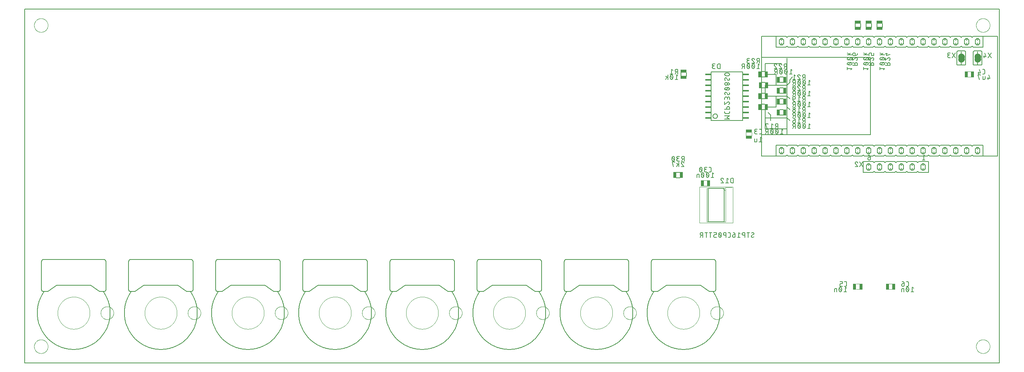
<source format=gbo>
G75*
%MOIN*%
%OFA0B0*%
%FSLAX25Y25*%
%IPPOS*%
%LPD*%
%AMOC8*
5,1,8,0,0,1.08239X$1,22.5*
%
%ADD10C,0.00600*%
%ADD11C,0.00000*%
%ADD12C,0.00400*%
%ADD13R,0.05709X0.02953*%
%ADD14R,0.02953X0.05709*%
%ADD15R,0.05300X0.01600*%
%ADD16C,0.00197*%
%ADD17C,0.00394*%
%ADD18C,0.00787*%
%ADD19C,0.00500*%
%ADD20R,0.02559X0.05512*%
%ADD21R,0.05512X0.02559*%
%ADD22R,0.01000X0.02000*%
%ADD23C,0.05000*%
D10*
X0000000Y0000000D02*
X0000000Y0325000D01*
X0895000Y0325000D01*
X0895000Y0000000D01*
X0000000Y0000000D01*
X0596373Y0185911D02*
X0596423Y0186018D01*
X0596469Y0186126D01*
X0596512Y0186235D01*
X0596551Y0186346D01*
X0596587Y0186458D01*
X0596619Y0186571D01*
X0596647Y0186685D01*
X0596672Y0186800D01*
X0596693Y0186915D01*
X0596710Y0187031D01*
X0596723Y0187148D01*
X0596732Y0187265D01*
X0596738Y0187383D01*
X0596740Y0187500D01*
X0594296Y0187500D02*
X0594298Y0187617D01*
X0594304Y0187735D01*
X0594313Y0187852D01*
X0594326Y0187969D01*
X0594343Y0188085D01*
X0594364Y0188200D01*
X0594389Y0188315D01*
X0594417Y0188429D01*
X0594449Y0188542D01*
X0594485Y0188654D01*
X0594524Y0188765D01*
X0594567Y0188875D01*
X0594613Y0188983D01*
X0594663Y0189089D01*
X0594540Y0188722D02*
X0596496Y0186278D01*
X0595518Y0185300D02*
X0595459Y0185302D01*
X0595400Y0185308D01*
X0595342Y0185317D01*
X0595285Y0185331D01*
X0595228Y0185348D01*
X0595173Y0185368D01*
X0595119Y0185393D01*
X0595067Y0185421D01*
X0595017Y0185452D01*
X0594969Y0185486D01*
X0594923Y0185523D01*
X0594880Y0185564D01*
X0594840Y0185607D01*
X0594802Y0185652D01*
X0594768Y0185700D01*
X0594736Y0185750D01*
X0594708Y0185802D01*
X0594684Y0185856D01*
X0594663Y0185911D01*
X0595518Y0185300D02*
X0595577Y0185302D01*
X0595636Y0185308D01*
X0595694Y0185317D01*
X0595751Y0185331D01*
X0595808Y0185348D01*
X0595863Y0185368D01*
X0595917Y0185393D01*
X0595969Y0185421D01*
X0596019Y0185452D01*
X0596067Y0185486D01*
X0596113Y0185523D01*
X0596156Y0185564D01*
X0596196Y0185607D01*
X0596234Y0185652D01*
X0596268Y0185700D01*
X0596300Y0185750D01*
X0596328Y0185802D01*
X0596352Y0185856D01*
X0596373Y0185911D01*
X0597022Y0184700D02*
X0594578Y0184700D01*
X0595800Y0180300D01*
X0598806Y0180300D02*
X0599906Y0182378D01*
X0600761Y0181767D02*
X0598806Y0183233D01*
X0597022Y0184211D02*
X0597022Y0184700D01*
X0594663Y0185911D02*
X0594613Y0186017D01*
X0594567Y0186125D01*
X0594524Y0186235D01*
X0594485Y0186346D01*
X0594449Y0186458D01*
X0594417Y0186571D01*
X0594389Y0186685D01*
X0594364Y0186800D01*
X0594343Y0186915D01*
X0594326Y0187031D01*
X0594313Y0187148D01*
X0594304Y0187265D01*
X0594298Y0187383D01*
X0594296Y0187500D01*
X0596740Y0187500D02*
X0596738Y0187617D01*
X0596732Y0187735D01*
X0596723Y0187852D01*
X0596710Y0187969D01*
X0596693Y0188085D01*
X0596672Y0188200D01*
X0596647Y0188315D01*
X0596619Y0188429D01*
X0596587Y0188542D01*
X0596551Y0188654D01*
X0596512Y0188765D01*
X0596469Y0188875D01*
X0596423Y0188982D01*
X0596373Y0189089D01*
X0595518Y0189700D02*
X0595459Y0189698D01*
X0595400Y0189692D01*
X0595342Y0189683D01*
X0595285Y0189669D01*
X0595228Y0189652D01*
X0595173Y0189632D01*
X0595119Y0189607D01*
X0595067Y0189579D01*
X0595017Y0189548D01*
X0594969Y0189514D01*
X0594923Y0189477D01*
X0594880Y0189436D01*
X0594840Y0189393D01*
X0594802Y0189348D01*
X0594768Y0189300D01*
X0594736Y0189250D01*
X0594708Y0189198D01*
X0594684Y0189144D01*
X0594663Y0189089D01*
X0595518Y0189700D02*
X0595577Y0189698D01*
X0595636Y0189692D01*
X0595694Y0189683D01*
X0595751Y0189669D01*
X0595808Y0189652D01*
X0595863Y0189632D01*
X0595917Y0189607D01*
X0595969Y0189579D01*
X0596019Y0189548D01*
X0596067Y0189514D01*
X0596113Y0189477D01*
X0596156Y0189436D01*
X0596196Y0189393D01*
X0596234Y0189348D01*
X0596268Y0189300D01*
X0596300Y0189250D01*
X0596328Y0189198D01*
X0596352Y0189144D01*
X0596373Y0189089D01*
X0599774Y0189700D02*
X0599713Y0189698D01*
X0599651Y0189692D01*
X0599591Y0189683D01*
X0599531Y0189669D01*
X0599472Y0189652D01*
X0599414Y0189631D01*
X0599358Y0189607D01*
X0599303Y0189579D01*
X0599250Y0189548D01*
X0599199Y0189513D01*
X0599151Y0189476D01*
X0599105Y0189435D01*
X0599061Y0189391D01*
X0599020Y0189345D01*
X0598983Y0189297D01*
X0598948Y0189246D01*
X0598917Y0189193D01*
X0598889Y0189138D01*
X0598865Y0189082D01*
X0598844Y0189024D01*
X0598827Y0188965D01*
X0598813Y0188905D01*
X0598804Y0188845D01*
X0598798Y0188783D01*
X0598796Y0188722D01*
X0598798Y0188661D01*
X0598804Y0188599D01*
X0598813Y0188539D01*
X0598827Y0188479D01*
X0598844Y0188420D01*
X0598865Y0188362D01*
X0598889Y0188306D01*
X0598917Y0188251D01*
X0598948Y0188198D01*
X0598983Y0188147D01*
X0599020Y0188099D01*
X0599061Y0188053D01*
X0599105Y0188009D01*
X0599151Y0187968D01*
X0599199Y0187931D01*
X0599250Y0187896D01*
X0599303Y0187865D01*
X0599358Y0187837D01*
X0599414Y0187813D01*
X0599472Y0187792D01*
X0599531Y0187775D01*
X0599591Y0187761D01*
X0599651Y0187752D01*
X0599713Y0187746D01*
X0599774Y0187744D01*
X0600751Y0187744D01*
X0600018Y0187744D02*
X0599949Y0187742D01*
X0599881Y0187736D01*
X0599813Y0187727D01*
X0599746Y0187713D01*
X0599680Y0187696D01*
X0599614Y0187675D01*
X0599550Y0187651D01*
X0599488Y0187623D01*
X0599427Y0187592D01*
X0599368Y0187557D01*
X0599311Y0187519D01*
X0599256Y0187477D01*
X0599204Y0187433D01*
X0599154Y0187386D01*
X0599107Y0187336D01*
X0599063Y0187284D01*
X0599021Y0187229D01*
X0598983Y0187172D01*
X0598948Y0187113D01*
X0598917Y0187052D01*
X0598889Y0186990D01*
X0598865Y0186926D01*
X0598844Y0186860D01*
X0598827Y0186794D01*
X0598813Y0186727D01*
X0598804Y0186659D01*
X0598798Y0186591D01*
X0598796Y0186522D01*
X0598798Y0186453D01*
X0598804Y0186385D01*
X0598813Y0186317D01*
X0598827Y0186250D01*
X0598844Y0186184D01*
X0598865Y0186118D01*
X0598889Y0186054D01*
X0598917Y0185992D01*
X0598948Y0185931D01*
X0598983Y0185872D01*
X0599021Y0185815D01*
X0599063Y0185760D01*
X0599107Y0185708D01*
X0599154Y0185658D01*
X0599204Y0185611D01*
X0599256Y0185567D01*
X0599311Y0185525D01*
X0599368Y0185487D01*
X0599427Y0185452D01*
X0599488Y0185421D01*
X0599550Y0185393D01*
X0599614Y0185369D01*
X0599680Y0185348D01*
X0599746Y0185331D01*
X0599813Y0185317D01*
X0599881Y0185308D01*
X0599949Y0185302D01*
X0600018Y0185300D01*
X0601240Y0185300D01*
X0600761Y0184700D02*
X0600761Y0180300D01*
X0602978Y0180300D02*
X0605422Y0180300D01*
X0603344Y0182744D01*
X0604078Y0184700D02*
X0604152Y0184698D01*
X0604226Y0184692D01*
X0604299Y0184683D01*
X0604372Y0184669D01*
X0604444Y0184652D01*
X0604515Y0184631D01*
X0604585Y0184606D01*
X0604653Y0184578D01*
X0604720Y0184546D01*
X0604785Y0184510D01*
X0604848Y0184472D01*
X0604909Y0184430D01*
X0604968Y0184385D01*
X0605024Y0184337D01*
X0605078Y0184286D01*
X0605129Y0184232D01*
X0605177Y0184175D01*
X0605222Y0184117D01*
X0605264Y0184056D01*
X0605302Y0183993D01*
X0605338Y0183927D01*
X0605369Y0183861D01*
X0605398Y0183792D01*
X0605422Y0183722D01*
X0603345Y0182745D02*
X0603296Y0182793D01*
X0603251Y0182845D01*
X0603209Y0182898D01*
X0603170Y0182954D01*
X0603134Y0183013D01*
X0603102Y0183073D01*
X0603073Y0183135D01*
X0603048Y0183198D01*
X0603027Y0183263D01*
X0603009Y0183329D01*
X0602996Y0183396D01*
X0602986Y0183464D01*
X0602980Y0183532D01*
X0602978Y0183600D01*
X0602980Y0183664D01*
X0602985Y0183728D01*
X0602995Y0183791D01*
X0603008Y0183854D01*
X0603024Y0183915D01*
X0603044Y0183976D01*
X0603068Y0184036D01*
X0603095Y0184094D01*
X0603125Y0184150D01*
X0603159Y0184204D01*
X0603196Y0184257D01*
X0603235Y0184307D01*
X0603278Y0184355D01*
X0603323Y0184400D01*
X0603371Y0184443D01*
X0603421Y0184482D01*
X0603474Y0184519D01*
X0603528Y0184553D01*
X0603584Y0184583D01*
X0603642Y0184610D01*
X0603702Y0184634D01*
X0603763Y0184654D01*
X0603824Y0184670D01*
X0603887Y0184683D01*
X0603950Y0184693D01*
X0604014Y0184698D01*
X0604078Y0184700D01*
X0603260Y0185300D02*
X0604237Y0187256D01*
X0604482Y0187256D02*
X0605704Y0187256D01*
X0604482Y0187256D02*
X0604413Y0187258D01*
X0604345Y0187264D01*
X0604277Y0187273D01*
X0604210Y0187287D01*
X0604144Y0187304D01*
X0604078Y0187325D01*
X0604014Y0187349D01*
X0603952Y0187377D01*
X0603891Y0187408D01*
X0603832Y0187443D01*
X0603775Y0187481D01*
X0603720Y0187523D01*
X0603668Y0187567D01*
X0603618Y0187614D01*
X0603571Y0187664D01*
X0603527Y0187716D01*
X0603485Y0187771D01*
X0603447Y0187828D01*
X0603412Y0187887D01*
X0603381Y0187948D01*
X0603353Y0188010D01*
X0603329Y0188074D01*
X0603308Y0188140D01*
X0603291Y0188206D01*
X0603277Y0188273D01*
X0603268Y0188341D01*
X0603262Y0188409D01*
X0603260Y0188478D01*
X0603262Y0188547D01*
X0603268Y0188615D01*
X0603277Y0188683D01*
X0603291Y0188750D01*
X0603308Y0188816D01*
X0603329Y0188882D01*
X0603353Y0188946D01*
X0603381Y0189008D01*
X0603412Y0189069D01*
X0603447Y0189128D01*
X0603485Y0189185D01*
X0603527Y0189240D01*
X0603571Y0189292D01*
X0603618Y0189342D01*
X0603668Y0189389D01*
X0603720Y0189433D01*
X0603775Y0189475D01*
X0603832Y0189513D01*
X0603891Y0189548D01*
X0603952Y0189579D01*
X0604014Y0189607D01*
X0604078Y0189631D01*
X0604144Y0189652D01*
X0604210Y0189669D01*
X0604277Y0189683D01*
X0604345Y0189692D01*
X0604413Y0189698D01*
X0604482Y0189700D01*
X0605704Y0189700D01*
X0605704Y0185300D01*
X0601240Y0189700D02*
X0599774Y0189700D01*
X0625122Y0179700D02*
X0626589Y0179700D01*
X0625122Y0179700D02*
X0625061Y0179698D01*
X0624999Y0179692D01*
X0624939Y0179683D01*
X0624879Y0179669D01*
X0624820Y0179652D01*
X0624762Y0179631D01*
X0624706Y0179607D01*
X0624651Y0179579D01*
X0624598Y0179548D01*
X0624547Y0179513D01*
X0624499Y0179476D01*
X0624453Y0179435D01*
X0624409Y0179391D01*
X0624368Y0179345D01*
X0624331Y0179297D01*
X0624296Y0179246D01*
X0624265Y0179193D01*
X0624237Y0179138D01*
X0624213Y0179082D01*
X0624192Y0179024D01*
X0624175Y0178965D01*
X0624161Y0178905D01*
X0624152Y0178845D01*
X0624146Y0178783D01*
X0624144Y0178722D01*
X0624146Y0178661D01*
X0624152Y0178599D01*
X0624161Y0178539D01*
X0624175Y0178479D01*
X0624192Y0178420D01*
X0624213Y0178362D01*
X0624237Y0178306D01*
X0624265Y0178251D01*
X0624296Y0178198D01*
X0624331Y0178147D01*
X0624368Y0178099D01*
X0624409Y0178053D01*
X0624453Y0178009D01*
X0624499Y0177968D01*
X0624547Y0177931D01*
X0624598Y0177896D01*
X0624651Y0177865D01*
X0624706Y0177837D01*
X0624762Y0177813D01*
X0624820Y0177792D01*
X0624879Y0177775D01*
X0624939Y0177761D01*
X0624999Y0177752D01*
X0625061Y0177746D01*
X0625122Y0177744D01*
X0626100Y0177744D01*
X0625367Y0177744D02*
X0625298Y0177742D01*
X0625230Y0177736D01*
X0625162Y0177727D01*
X0625095Y0177713D01*
X0625029Y0177696D01*
X0624963Y0177675D01*
X0624899Y0177651D01*
X0624837Y0177623D01*
X0624776Y0177592D01*
X0624717Y0177557D01*
X0624660Y0177519D01*
X0624605Y0177477D01*
X0624553Y0177433D01*
X0624503Y0177386D01*
X0624456Y0177336D01*
X0624412Y0177284D01*
X0624370Y0177229D01*
X0624332Y0177172D01*
X0624297Y0177113D01*
X0624266Y0177052D01*
X0624238Y0176990D01*
X0624214Y0176926D01*
X0624193Y0176860D01*
X0624176Y0176794D01*
X0624162Y0176727D01*
X0624153Y0176659D01*
X0624147Y0176591D01*
X0624145Y0176522D01*
X0624147Y0176453D01*
X0624153Y0176385D01*
X0624162Y0176317D01*
X0624176Y0176250D01*
X0624193Y0176184D01*
X0624214Y0176118D01*
X0624238Y0176054D01*
X0624266Y0175992D01*
X0624297Y0175931D01*
X0624332Y0175872D01*
X0624370Y0175815D01*
X0624412Y0175760D01*
X0624456Y0175708D01*
X0624503Y0175658D01*
X0624553Y0175611D01*
X0624605Y0175567D01*
X0624660Y0175525D01*
X0624717Y0175487D01*
X0624776Y0175452D01*
X0624837Y0175421D01*
X0624899Y0175393D01*
X0624963Y0175369D01*
X0625029Y0175348D01*
X0625095Y0175331D01*
X0625162Y0175317D01*
X0625230Y0175308D01*
X0625298Y0175302D01*
X0625367Y0175300D01*
X0626589Y0175300D01*
X0627053Y0174700D02*
X0626994Y0174698D01*
X0626935Y0174692D01*
X0626877Y0174683D01*
X0626820Y0174669D01*
X0626763Y0174652D01*
X0626708Y0174632D01*
X0626654Y0174607D01*
X0626602Y0174579D01*
X0626552Y0174548D01*
X0626504Y0174514D01*
X0626458Y0174477D01*
X0626415Y0174436D01*
X0626375Y0174393D01*
X0626337Y0174348D01*
X0626303Y0174300D01*
X0626271Y0174250D01*
X0626243Y0174198D01*
X0626219Y0174144D01*
X0626198Y0174089D01*
X0626075Y0173722D02*
X0628031Y0171278D01*
X0627053Y0170300D02*
X0626994Y0170302D01*
X0626935Y0170308D01*
X0626877Y0170317D01*
X0626820Y0170331D01*
X0626763Y0170348D01*
X0626708Y0170368D01*
X0626654Y0170393D01*
X0626602Y0170421D01*
X0626552Y0170452D01*
X0626504Y0170486D01*
X0626458Y0170523D01*
X0626415Y0170564D01*
X0626375Y0170607D01*
X0626337Y0170652D01*
X0626303Y0170700D01*
X0626271Y0170750D01*
X0626243Y0170802D01*
X0626219Y0170856D01*
X0626198Y0170911D01*
X0627053Y0170300D02*
X0627112Y0170302D01*
X0627171Y0170308D01*
X0627229Y0170317D01*
X0627286Y0170331D01*
X0627343Y0170348D01*
X0627398Y0170368D01*
X0627452Y0170393D01*
X0627504Y0170421D01*
X0627554Y0170452D01*
X0627602Y0170486D01*
X0627648Y0170523D01*
X0627691Y0170564D01*
X0627731Y0170607D01*
X0627769Y0170652D01*
X0627803Y0170700D01*
X0627835Y0170750D01*
X0627863Y0170802D01*
X0627887Y0170856D01*
X0627908Y0170911D01*
X0625830Y0172500D02*
X0625832Y0172617D01*
X0625838Y0172735D01*
X0625847Y0172852D01*
X0625860Y0172969D01*
X0625877Y0173085D01*
X0625898Y0173200D01*
X0625923Y0173315D01*
X0625951Y0173429D01*
X0625983Y0173542D01*
X0626019Y0173654D01*
X0626058Y0173765D01*
X0626101Y0173875D01*
X0626147Y0173983D01*
X0626197Y0174089D01*
X0627053Y0174700D02*
X0627112Y0174698D01*
X0627171Y0174692D01*
X0627229Y0174683D01*
X0627286Y0174669D01*
X0627343Y0174652D01*
X0627398Y0174632D01*
X0627452Y0174607D01*
X0627504Y0174579D01*
X0627554Y0174548D01*
X0627602Y0174514D01*
X0627648Y0174477D01*
X0627691Y0174436D01*
X0627731Y0174393D01*
X0627769Y0174348D01*
X0627803Y0174300D01*
X0627835Y0174250D01*
X0627863Y0174198D01*
X0627887Y0174144D01*
X0627908Y0174089D01*
X0628400Y0175300D02*
X0629378Y0175300D01*
X0629439Y0175302D01*
X0629501Y0175308D01*
X0629561Y0175317D01*
X0629621Y0175331D01*
X0629680Y0175348D01*
X0629738Y0175369D01*
X0629794Y0175393D01*
X0629849Y0175421D01*
X0629902Y0175452D01*
X0629953Y0175487D01*
X0630001Y0175524D01*
X0630047Y0175565D01*
X0630091Y0175609D01*
X0630132Y0175655D01*
X0630169Y0175703D01*
X0630204Y0175754D01*
X0630235Y0175807D01*
X0630263Y0175862D01*
X0630287Y0175918D01*
X0630308Y0175976D01*
X0630325Y0176035D01*
X0630339Y0176095D01*
X0630348Y0176155D01*
X0630354Y0176217D01*
X0630356Y0176278D01*
X0630355Y0176278D02*
X0630355Y0178722D01*
X0630356Y0178722D02*
X0630354Y0178783D01*
X0630348Y0178845D01*
X0630339Y0178905D01*
X0630325Y0178965D01*
X0630308Y0179024D01*
X0630287Y0179082D01*
X0630263Y0179138D01*
X0630235Y0179193D01*
X0630204Y0179246D01*
X0630169Y0179297D01*
X0630132Y0179345D01*
X0630091Y0179391D01*
X0630047Y0179435D01*
X0630001Y0179476D01*
X0629953Y0179513D01*
X0629902Y0179548D01*
X0629849Y0179579D01*
X0629794Y0179607D01*
X0629738Y0179631D01*
X0629680Y0179652D01*
X0629621Y0179669D01*
X0629561Y0179683D01*
X0629501Y0179692D01*
X0629439Y0179698D01*
X0629378Y0179700D01*
X0628400Y0179700D01*
X0619645Y0177500D02*
X0619647Y0177383D01*
X0619653Y0177265D01*
X0619662Y0177148D01*
X0619675Y0177031D01*
X0619692Y0176915D01*
X0619713Y0176800D01*
X0619738Y0176685D01*
X0619766Y0176571D01*
X0619798Y0176458D01*
X0619834Y0176346D01*
X0619873Y0176235D01*
X0619916Y0176125D01*
X0619962Y0176017D01*
X0620012Y0175911D01*
X0620033Y0175856D01*
X0620057Y0175802D01*
X0620085Y0175750D01*
X0620117Y0175700D01*
X0620151Y0175652D01*
X0620189Y0175607D01*
X0620229Y0175564D01*
X0620272Y0175523D01*
X0620318Y0175486D01*
X0620366Y0175452D01*
X0620416Y0175421D01*
X0620468Y0175393D01*
X0620522Y0175368D01*
X0620577Y0175348D01*
X0620634Y0175331D01*
X0620691Y0175317D01*
X0620749Y0175308D01*
X0620808Y0175302D01*
X0620867Y0175300D01*
X0620926Y0175302D01*
X0620985Y0175308D01*
X0621043Y0175317D01*
X0621100Y0175331D01*
X0621157Y0175348D01*
X0621212Y0175368D01*
X0621266Y0175393D01*
X0621318Y0175421D01*
X0621368Y0175452D01*
X0621416Y0175486D01*
X0621462Y0175523D01*
X0621505Y0175564D01*
X0621545Y0175607D01*
X0621583Y0175652D01*
X0621617Y0175700D01*
X0621649Y0175750D01*
X0621677Y0175802D01*
X0621701Y0175856D01*
X0621722Y0175911D01*
X0621845Y0176278D02*
X0619889Y0178722D01*
X0620012Y0179089D02*
X0620033Y0179144D01*
X0620057Y0179198D01*
X0620085Y0179250D01*
X0620117Y0179300D01*
X0620151Y0179348D01*
X0620189Y0179393D01*
X0620229Y0179436D01*
X0620272Y0179477D01*
X0620318Y0179514D01*
X0620366Y0179548D01*
X0620416Y0179579D01*
X0620468Y0179607D01*
X0620522Y0179632D01*
X0620577Y0179652D01*
X0620634Y0179669D01*
X0620691Y0179683D01*
X0620749Y0179692D01*
X0620808Y0179698D01*
X0620867Y0179700D01*
X0620926Y0179698D01*
X0620985Y0179692D01*
X0621043Y0179683D01*
X0621100Y0179669D01*
X0621157Y0179652D01*
X0621212Y0179632D01*
X0621266Y0179607D01*
X0621318Y0179579D01*
X0621368Y0179548D01*
X0621416Y0179514D01*
X0621462Y0179477D01*
X0621505Y0179436D01*
X0621545Y0179393D01*
X0621583Y0179348D01*
X0621617Y0179300D01*
X0621649Y0179250D01*
X0621677Y0179198D01*
X0621701Y0179144D01*
X0621722Y0179089D01*
X0620011Y0179089D02*
X0619961Y0178983D01*
X0619915Y0178875D01*
X0619872Y0178765D01*
X0619833Y0178654D01*
X0619797Y0178542D01*
X0619765Y0178429D01*
X0619737Y0178315D01*
X0619712Y0178200D01*
X0619691Y0178085D01*
X0619674Y0177969D01*
X0619661Y0177852D01*
X0619652Y0177735D01*
X0619646Y0177617D01*
X0619644Y0177500D01*
X0622089Y0177500D02*
X0622087Y0177617D01*
X0622081Y0177735D01*
X0622072Y0177852D01*
X0622059Y0177969D01*
X0622042Y0178085D01*
X0622021Y0178200D01*
X0621996Y0178315D01*
X0621968Y0178429D01*
X0621936Y0178542D01*
X0621900Y0178654D01*
X0621861Y0178765D01*
X0621818Y0178875D01*
X0621772Y0178982D01*
X0621722Y0179089D01*
X0622089Y0177500D02*
X0622087Y0177383D01*
X0622081Y0177265D01*
X0622072Y0177148D01*
X0622059Y0177031D01*
X0622042Y0176915D01*
X0622021Y0176800D01*
X0621996Y0176685D01*
X0621968Y0176571D01*
X0621936Y0176458D01*
X0621900Y0176346D01*
X0621861Y0176235D01*
X0621818Y0176126D01*
X0621772Y0176018D01*
X0621722Y0175911D01*
X0621575Y0173722D02*
X0623531Y0171278D01*
X0622553Y0170300D02*
X0622494Y0170302D01*
X0622435Y0170308D01*
X0622377Y0170317D01*
X0622320Y0170331D01*
X0622263Y0170348D01*
X0622208Y0170368D01*
X0622154Y0170393D01*
X0622102Y0170421D01*
X0622052Y0170452D01*
X0622004Y0170486D01*
X0621958Y0170523D01*
X0621915Y0170564D01*
X0621875Y0170607D01*
X0621837Y0170652D01*
X0621803Y0170700D01*
X0621771Y0170750D01*
X0621743Y0170802D01*
X0621719Y0170856D01*
X0621698Y0170911D01*
X0622553Y0170300D02*
X0622612Y0170302D01*
X0622671Y0170308D01*
X0622729Y0170317D01*
X0622786Y0170331D01*
X0622843Y0170348D01*
X0622898Y0170368D01*
X0622952Y0170393D01*
X0623004Y0170421D01*
X0623054Y0170452D01*
X0623102Y0170486D01*
X0623148Y0170523D01*
X0623191Y0170564D01*
X0623231Y0170607D01*
X0623269Y0170652D01*
X0623303Y0170700D01*
X0623335Y0170750D01*
X0623363Y0170802D01*
X0623387Y0170856D01*
X0623408Y0170911D01*
X0627908Y0170911D02*
X0627958Y0171018D01*
X0628004Y0171126D01*
X0628047Y0171235D01*
X0628086Y0171346D01*
X0628122Y0171458D01*
X0628154Y0171571D01*
X0628182Y0171685D01*
X0628207Y0171800D01*
X0628228Y0171915D01*
X0628245Y0172031D01*
X0628258Y0172148D01*
X0628267Y0172265D01*
X0628273Y0172383D01*
X0628275Y0172500D01*
X0625830Y0172500D02*
X0625832Y0172383D01*
X0625838Y0172265D01*
X0625847Y0172148D01*
X0625860Y0172031D01*
X0625877Y0171915D01*
X0625898Y0171800D01*
X0625923Y0171685D01*
X0625951Y0171571D01*
X0625983Y0171458D01*
X0626019Y0171346D01*
X0626058Y0171235D01*
X0626101Y0171125D01*
X0626147Y0171017D01*
X0626197Y0170911D01*
X0621697Y0170911D02*
X0621647Y0171017D01*
X0621601Y0171125D01*
X0621558Y0171235D01*
X0621519Y0171346D01*
X0621483Y0171458D01*
X0621451Y0171571D01*
X0621423Y0171685D01*
X0621398Y0171800D01*
X0621377Y0171915D01*
X0621360Y0172031D01*
X0621347Y0172148D01*
X0621338Y0172265D01*
X0621332Y0172383D01*
X0621330Y0172500D01*
X0623775Y0172500D02*
X0623773Y0172617D01*
X0623767Y0172735D01*
X0623758Y0172852D01*
X0623745Y0172969D01*
X0623728Y0173085D01*
X0623707Y0173200D01*
X0623682Y0173315D01*
X0623654Y0173429D01*
X0623622Y0173542D01*
X0623586Y0173654D01*
X0623547Y0173765D01*
X0623504Y0173875D01*
X0623458Y0173982D01*
X0623408Y0174089D01*
X0622553Y0174700D02*
X0622494Y0174698D01*
X0622435Y0174692D01*
X0622377Y0174683D01*
X0622320Y0174669D01*
X0622263Y0174652D01*
X0622208Y0174632D01*
X0622154Y0174607D01*
X0622102Y0174579D01*
X0622052Y0174548D01*
X0622004Y0174514D01*
X0621958Y0174477D01*
X0621915Y0174436D01*
X0621875Y0174393D01*
X0621837Y0174348D01*
X0621803Y0174300D01*
X0621771Y0174250D01*
X0621743Y0174198D01*
X0621719Y0174144D01*
X0621698Y0174089D01*
X0622553Y0174700D02*
X0622612Y0174698D01*
X0622671Y0174692D01*
X0622729Y0174683D01*
X0622786Y0174669D01*
X0622843Y0174652D01*
X0622898Y0174632D01*
X0622952Y0174607D01*
X0623004Y0174579D01*
X0623054Y0174548D01*
X0623102Y0174514D01*
X0623148Y0174477D01*
X0623191Y0174436D01*
X0623231Y0174393D01*
X0623269Y0174348D01*
X0623303Y0174300D01*
X0623335Y0174250D01*
X0623363Y0174198D01*
X0623387Y0174144D01*
X0623408Y0174089D01*
X0627908Y0174089D02*
X0627958Y0173982D01*
X0628004Y0173875D01*
X0628047Y0173765D01*
X0628086Y0173654D01*
X0628122Y0173542D01*
X0628154Y0173429D01*
X0628182Y0173315D01*
X0628207Y0173200D01*
X0628228Y0173085D01*
X0628245Y0172969D01*
X0628258Y0172852D01*
X0628267Y0172735D01*
X0628273Y0172617D01*
X0628275Y0172500D01*
X0630331Y0170300D02*
X0632775Y0170300D01*
X0631553Y0170300D02*
X0631553Y0174700D01*
X0632775Y0173722D01*
X0621697Y0174089D02*
X0621647Y0173983D01*
X0621601Y0173875D01*
X0621558Y0173765D01*
X0621519Y0173654D01*
X0621483Y0173542D01*
X0621451Y0173429D01*
X0621423Y0173315D01*
X0621398Y0173200D01*
X0621377Y0173085D01*
X0621360Y0172969D01*
X0621347Y0172852D01*
X0621338Y0172735D01*
X0621332Y0172617D01*
X0621330Y0172500D01*
X0623775Y0172500D02*
X0623773Y0172383D01*
X0623767Y0172265D01*
X0623758Y0172148D01*
X0623745Y0172031D01*
X0623728Y0171915D01*
X0623707Y0171800D01*
X0623682Y0171685D01*
X0623654Y0171571D01*
X0623622Y0171458D01*
X0623586Y0171346D01*
X0623547Y0171235D01*
X0623504Y0171126D01*
X0623458Y0171018D01*
X0623408Y0170911D01*
X0619181Y0170300D02*
X0619181Y0173233D01*
X0617958Y0173233D01*
X0617906Y0173231D01*
X0617854Y0173226D01*
X0617802Y0173216D01*
X0617751Y0173203D01*
X0617702Y0173187D01*
X0617654Y0173167D01*
X0617607Y0173143D01*
X0617562Y0173117D01*
X0617519Y0173087D01*
X0617478Y0173054D01*
X0617440Y0173018D01*
X0617404Y0172980D01*
X0617371Y0172939D01*
X0617341Y0172896D01*
X0617315Y0172851D01*
X0617291Y0172805D01*
X0617271Y0172756D01*
X0617255Y0172707D01*
X0617242Y0172656D01*
X0617232Y0172604D01*
X0617227Y0172552D01*
X0617225Y0172500D01*
X0617225Y0170300D01*
X0601614Y0170000D02*
X0598386Y0170000D01*
X0598386Y0175000D02*
X0601614Y0175000D01*
X0639569Y0167744D02*
X0641647Y0165300D01*
X0639203Y0165300D01*
X0641647Y0168722D02*
X0641623Y0168792D01*
X0641594Y0168861D01*
X0641563Y0168927D01*
X0641527Y0168993D01*
X0641489Y0169056D01*
X0641447Y0169117D01*
X0641402Y0169175D01*
X0641354Y0169232D01*
X0641303Y0169286D01*
X0641249Y0169337D01*
X0641193Y0169385D01*
X0641134Y0169430D01*
X0641073Y0169472D01*
X0641010Y0169510D01*
X0640945Y0169546D01*
X0640878Y0169578D01*
X0640810Y0169606D01*
X0640740Y0169631D01*
X0640669Y0169652D01*
X0640597Y0169669D01*
X0640524Y0169683D01*
X0640451Y0169692D01*
X0640377Y0169698D01*
X0640303Y0169700D01*
X0640239Y0169698D01*
X0640175Y0169693D01*
X0640112Y0169683D01*
X0640049Y0169670D01*
X0639988Y0169654D01*
X0639927Y0169634D01*
X0639867Y0169610D01*
X0639809Y0169583D01*
X0639753Y0169553D01*
X0639699Y0169519D01*
X0639646Y0169482D01*
X0639596Y0169443D01*
X0639548Y0169400D01*
X0639503Y0169355D01*
X0639460Y0169307D01*
X0639421Y0169257D01*
X0639384Y0169204D01*
X0639350Y0169150D01*
X0639320Y0169094D01*
X0639293Y0169036D01*
X0639269Y0168976D01*
X0639249Y0168915D01*
X0639233Y0168854D01*
X0639220Y0168791D01*
X0639210Y0168728D01*
X0639205Y0168664D01*
X0639203Y0168600D01*
X0639205Y0168532D01*
X0639211Y0168464D01*
X0639221Y0168396D01*
X0639234Y0168329D01*
X0639252Y0168263D01*
X0639273Y0168198D01*
X0639298Y0168135D01*
X0639327Y0168073D01*
X0639359Y0168013D01*
X0639395Y0167954D01*
X0639434Y0167898D01*
X0639476Y0167845D01*
X0639521Y0167793D01*
X0639570Y0167745D01*
X0643703Y0165300D02*
X0646147Y0165300D01*
X0644925Y0165300D02*
X0644925Y0169700D01*
X0646147Y0168722D01*
X0648353Y0168478D02*
X0648353Y0166522D01*
X0648355Y0166453D01*
X0648361Y0166385D01*
X0648370Y0166317D01*
X0648384Y0166250D01*
X0648401Y0166184D01*
X0648422Y0166118D01*
X0648446Y0166054D01*
X0648474Y0165992D01*
X0648505Y0165931D01*
X0648540Y0165872D01*
X0648578Y0165815D01*
X0648620Y0165760D01*
X0648664Y0165708D01*
X0648711Y0165658D01*
X0648761Y0165611D01*
X0648813Y0165567D01*
X0648868Y0165525D01*
X0648925Y0165487D01*
X0648984Y0165452D01*
X0649045Y0165421D01*
X0649107Y0165393D01*
X0649171Y0165369D01*
X0649237Y0165348D01*
X0649303Y0165331D01*
X0649370Y0165317D01*
X0649438Y0165308D01*
X0649506Y0165302D01*
X0649575Y0165300D01*
X0650797Y0165300D01*
X0650797Y0169700D01*
X0649575Y0169700D01*
X0649506Y0169698D01*
X0649438Y0169692D01*
X0649370Y0169683D01*
X0649303Y0169669D01*
X0649237Y0169652D01*
X0649171Y0169631D01*
X0649107Y0169607D01*
X0649045Y0169579D01*
X0648984Y0169548D01*
X0648925Y0169513D01*
X0648868Y0169475D01*
X0648813Y0169433D01*
X0648761Y0169389D01*
X0648711Y0169342D01*
X0648664Y0169292D01*
X0648620Y0169240D01*
X0648578Y0169185D01*
X0648540Y0169128D01*
X0648505Y0169069D01*
X0648474Y0169008D01*
X0648446Y0168946D01*
X0648422Y0168882D01*
X0648401Y0168816D01*
X0648384Y0168750D01*
X0648370Y0168683D01*
X0648361Y0168615D01*
X0648355Y0168547D01*
X0648353Y0168478D01*
X0690000Y0190000D02*
X0690000Y0200000D01*
X0699000Y0200000D01*
X0700000Y0199000D01*
X0701000Y0200000D01*
X0709000Y0200000D01*
X0710000Y0199000D01*
X0711000Y0200000D01*
X0719000Y0200000D01*
X0720000Y0199000D01*
X0721000Y0200000D01*
X0729000Y0200000D01*
X0730000Y0199000D01*
X0731000Y0200000D01*
X0739000Y0200000D01*
X0740000Y0199000D01*
X0741000Y0200000D01*
X0749000Y0200000D01*
X0750000Y0199000D01*
X0751000Y0200000D01*
X0759000Y0200000D01*
X0760000Y0199000D01*
X0761000Y0200000D01*
X0769000Y0200000D01*
X0770000Y0199000D01*
X0771000Y0200000D01*
X0779000Y0200000D01*
X0780000Y0199000D01*
X0781000Y0200000D01*
X0789000Y0200000D01*
X0790000Y0199000D01*
X0791000Y0200000D01*
X0799000Y0200000D01*
X0800000Y0199000D01*
X0801000Y0200000D01*
X0809000Y0200000D01*
X0810000Y0199000D01*
X0811000Y0200000D01*
X0819000Y0200000D01*
X0820000Y0199000D01*
X0821000Y0200000D01*
X0829000Y0200000D01*
X0830000Y0199000D01*
X0831000Y0200000D01*
X0839000Y0200000D01*
X0840000Y0199000D01*
X0841000Y0200000D01*
X0849000Y0200000D01*
X0850000Y0199000D01*
X0851000Y0200000D01*
X0859000Y0200000D01*
X0860000Y0199000D01*
X0861000Y0200000D01*
X0869000Y0200000D01*
X0870000Y0199000D01*
X0871000Y0200000D01*
X0880000Y0200000D01*
X0880000Y0190000D01*
X0871000Y0190000D01*
X0870000Y0191000D01*
X0869000Y0190000D01*
X0861000Y0190000D01*
X0860000Y0191000D01*
X0859000Y0190000D01*
X0851000Y0190000D01*
X0850000Y0191000D01*
X0849000Y0190000D01*
X0841000Y0190000D01*
X0840000Y0191000D01*
X0839000Y0190000D01*
X0831000Y0190000D01*
X0830000Y0191000D01*
X0829000Y0190000D01*
X0821000Y0190000D01*
X0820000Y0191000D01*
X0819000Y0190000D01*
X0811000Y0190000D01*
X0810000Y0191000D01*
X0809000Y0190000D01*
X0801000Y0190000D01*
X0800000Y0191000D01*
X0799000Y0190000D01*
X0791000Y0190000D01*
X0790000Y0191000D01*
X0789000Y0190000D01*
X0781000Y0190000D01*
X0780000Y0191000D01*
X0779000Y0190000D01*
X0771000Y0190000D01*
X0770000Y0191000D01*
X0769000Y0190000D01*
X0761000Y0190000D01*
X0760000Y0191000D01*
X0759000Y0190000D01*
X0751000Y0190000D01*
X0750000Y0191000D01*
X0749000Y0190000D01*
X0741000Y0190000D01*
X0740000Y0191000D01*
X0739000Y0190000D01*
X0731000Y0190000D01*
X0730000Y0191000D01*
X0729000Y0190000D01*
X0721000Y0190000D01*
X0720000Y0191000D01*
X0719000Y0190000D01*
X0711000Y0190000D01*
X0710000Y0191000D01*
X0709000Y0190000D01*
X0701000Y0190000D01*
X0700000Y0191000D01*
X0699000Y0190000D01*
X0690000Y0190000D01*
X0693000Y0193000D02*
X0693000Y0197000D01*
X0694000Y0197000D01*
X0694000Y0198000D01*
X0696000Y0198000D01*
X0696000Y0197000D01*
X0697000Y0197000D01*
X0697000Y0193000D01*
X0696000Y0193000D01*
X0696000Y0192000D01*
X0694000Y0192000D01*
X0694000Y0193000D01*
X0693000Y0193000D01*
X0703000Y0193000D02*
X0703000Y0197000D01*
X0704000Y0197000D01*
X0704000Y0198000D01*
X0706000Y0198000D01*
X0706000Y0197000D01*
X0707000Y0197000D01*
X0707000Y0193000D01*
X0706000Y0193000D01*
X0706000Y0192000D01*
X0704000Y0192000D01*
X0704000Y0193000D01*
X0703000Y0193000D01*
X0713000Y0193000D02*
X0713000Y0197000D01*
X0714000Y0197000D01*
X0714000Y0198000D01*
X0716000Y0198000D01*
X0716000Y0197000D01*
X0717000Y0197000D01*
X0717000Y0193000D01*
X0716000Y0193000D01*
X0716000Y0192000D01*
X0714000Y0192000D01*
X0714000Y0193000D01*
X0713000Y0193000D01*
X0723000Y0193000D02*
X0723000Y0197000D01*
X0724000Y0197000D01*
X0724000Y0198000D01*
X0726000Y0198000D01*
X0726000Y0197000D01*
X0727000Y0197000D01*
X0727000Y0193000D01*
X0726000Y0193000D01*
X0726000Y0192000D01*
X0724000Y0192000D01*
X0724000Y0193000D01*
X0723000Y0193000D01*
X0733000Y0193000D02*
X0733000Y0197000D01*
X0734000Y0197000D01*
X0734000Y0198000D01*
X0736000Y0198000D01*
X0736000Y0197000D01*
X0737000Y0197000D01*
X0737000Y0193000D01*
X0736000Y0193000D01*
X0736000Y0192000D01*
X0734000Y0192000D01*
X0734000Y0193000D01*
X0733000Y0193000D01*
X0743000Y0193000D02*
X0743000Y0197000D01*
X0744000Y0197000D01*
X0744000Y0198000D01*
X0746000Y0198000D01*
X0746000Y0197000D01*
X0747000Y0197000D01*
X0747000Y0193000D01*
X0746000Y0193000D01*
X0746000Y0192000D01*
X0744000Y0192000D01*
X0744000Y0193000D01*
X0743000Y0193000D01*
X0753000Y0193000D02*
X0753000Y0197000D01*
X0754000Y0197000D01*
X0754000Y0198000D01*
X0756000Y0198000D01*
X0756000Y0197000D01*
X0757000Y0197000D01*
X0757000Y0193000D01*
X0756000Y0193000D01*
X0756000Y0192000D01*
X0754000Y0192000D01*
X0754000Y0193000D01*
X0753000Y0193000D01*
X0763000Y0193000D02*
X0763000Y0197000D01*
X0764000Y0197000D01*
X0764000Y0198000D01*
X0766000Y0198000D01*
X0766000Y0197000D01*
X0767000Y0197000D01*
X0767000Y0193000D01*
X0766000Y0193000D01*
X0766000Y0192000D01*
X0764000Y0192000D01*
X0764000Y0193000D01*
X0763000Y0193000D01*
X0766767Y0184700D02*
X0769700Y0180300D01*
X0766767Y0180300D02*
X0769700Y0184700D01*
X0770000Y0185000D02*
X0779000Y0185000D01*
X0780000Y0184000D01*
X0781000Y0185000D01*
X0789000Y0185000D01*
X0790000Y0184000D01*
X0791000Y0185000D01*
X0799000Y0185000D01*
X0800000Y0184000D01*
X0801000Y0185000D01*
X0809000Y0185000D01*
X0810000Y0184000D01*
X0811000Y0185000D01*
X0819000Y0185000D01*
X0820000Y0184000D01*
X0821000Y0185000D01*
X0830000Y0185000D01*
X0830000Y0175000D01*
X0821000Y0175000D01*
X0820000Y0176000D01*
X0819000Y0175000D01*
X0811000Y0175000D01*
X0810000Y0176000D01*
X0809000Y0175000D01*
X0801000Y0175000D01*
X0800000Y0176000D01*
X0799000Y0175000D01*
X0791000Y0175000D01*
X0790000Y0176000D01*
X0789000Y0175000D01*
X0781000Y0175000D01*
X0780000Y0176000D01*
X0779000Y0175000D01*
X0770000Y0175000D01*
X0770000Y0185000D01*
X0773000Y0182000D02*
X0774000Y0182000D01*
X0774000Y0183000D01*
X0776000Y0183000D01*
X0776000Y0182000D01*
X0777000Y0182000D01*
X0777000Y0178000D01*
X0776000Y0178000D01*
X0776000Y0177000D01*
X0774000Y0177000D01*
X0774000Y0178000D01*
X0773000Y0178000D01*
X0773000Y0182000D01*
X0764956Y0180300D02*
X0762511Y0180300D01*
X0764956Y0180300D02*
X0762878Y0182744D01*
X0763611Y0184700D02*
X0763685Y0184698D01*
X0763759Y0184692D01*
X0763832Y0184683D01*
X0763905Y0184669D01*
X0763977Y0184652D01*
X0764048Y0184631D01*
X0764118Y0184606D01*
X0764186Y0184578D01*
X0764253Y0184546D01*
X0764318Y0184510D01*
X0764381Y0184472D01*
X0764442Y0184430D01*
X0764501Y0184385D01*
X0764557Y0184337D01*
X0764611Y0184286D01*
X0764662Y0184232D01*
X0764710Y0184175D01*
X0764755Y0184117D01*
X0764797Y0184056D01*
X0764835Y0183993D01*
X0764871Y0183927D01*
X0764902Y0183861D01*
X0764931Y0183792D01*
X0764955Y0183722D01*
X0762879Y0182745D02*
X0762830Y0182793D01*
X0762785Y0182845D01*
X0762743Y0182898D01*
X0762704Y0182954D01*
X0762668Y0183013D01*
X0762636Y0183073D01*
X0762607Y0183135D01*
X0762582Y0183198D01*
X0762561Y0183263D01*
X0762543Y0183329D01*
X0762530Y0183396D01*
X0762520Y0183464D01*
X0762514Y0183532D01*
X0762512Y0183600D01*
X0762511Y0183600D02*
X0762513Y0183664D01*
X0762518Y0183728D01*
X0762528Y0183791D01*
X0762541Y0183854D01*
X0762557Y0183915D01*
X0762577Y0183976D01*
X0762601Y0184036D01*
X0762628Y0184094D01*
X0762658Y0184150D01*
X0762692Y0184204D01*
X0762729Y0184257D01*
X0762768Y0184307D01*
X0762811Y0184355D01*
X0762856Y0184400D01*
X0762904Y0184443D01*
X0762954Y0184482D01*
X0763007Y0184519D01*
X0763061Y0184553D01*
X0763117Y0184583D01*
X0763175Y0184610D01*
X0763235Y0184634D01*
X0763296Y0184654D01*
X0763357Y0184670D01*
X0763420Y0184683D01*
X0763483Y0184693D01*
X0763547Y0184698D01*
X0763611Y0184700D01*
X0773000Y0193000D02*
X0773000Y0197000D01*
X0774000Y0197000D01*
X0774000Y0198000D01*
X0776000Y0198000D01*
X0776000Y0197000D01*
X0777000Y0197000D01*
X0777000Y0193000D01*
X0776000Y0193000D01*
X0776000Y0192000D01*
X0774000Y0192000D01*
X0774000Y0193000D01*
X0773000Y0193000D01*
X0783000Y0193000D02*
X0783000Y0197000D01*
X0784000Y0197000D01*
X0784000Y0198000D01*
X0786000Y0198000D01*
X0786000Y0197000D01*
X0787000Y0197000D01*
X0787000Y0193000D01*
X0786000Y0193000D01*
X0786000Y0192000D01*
X0784000Y0192000D01*
X0784000Y0193000D01*
X0783000Y0193000D01*
X0793000Y0193000D02*
X0793000Y0197000D01*
X0794000Y0197000D01*
X0794000Y0198000D01*
X0796000Y0198000D01*
X0796000Y0197000D01*
X0797000Y0197000D01*
X0797000Y0193000D01*
X0796000Y0193000D01*
X0796000Y0192000D01*
X0794000Y0192000D01*
X0794000Y0193000D01*
X0793000Y0193000D01*
X0803000Y0193000D02*
X0803000Y0197000D01*
X0804000Y0197000D01*
X0804000Y0198000D01*
X0806000Y0198000D01*
X0806000Y0197000D01*
X0807000Y0197000D01*
X0807000Y0193000D01*
X0806000Y0193000D01*
X0806000Y0192000D01*
X0804000Y0192000D01*
X0804000Y0193000D01*
X0803000Y0193000D01*
X0813000Y0193000D02*
X0813000Y0197000D01*
X0814000Y0197000D01*
X0814000Y0198000D01*
X0816000Y0198000D01*
X0816000Y0197000D01*
X0817000Y0197000D01*
X0817000Y0193000D01*
X0816000Y0193000D01*
X0816000Y0192000D01*
X0814000Y0192000D01*
X0814000Y0193000D01*
X0813000Y0193000D01*
X0823000Y0193000D02*
X0823000Y0197000D01*
X0824000Y0197000D01*
X0824000Y0198000D01*
X0826000Y0198000D01*
X0826000Y0197000D01*
X0827000Y0197000D01*
X0827000Y0193000D01*
X0826000Y0193000D01*
X0826000Y0192000D01*
X0824000Y0192000D01*
X0824000Y0193000D01*
X0823000Y0193000D01*
X0833000Y0193000D02*
X0833000Y0197000D01*
X0834000Y0197000D01*
X0834000Y0198000D01*
X0836000Y0198000D01*
X0836000Y0197000D01*
X0837000Y0197000D01*
X0837000Y0193000D01*
X0836000Y0193000D01*
X0836000Y0192000D01*
X0834000Y0192000D01*
X0834000Y0193000D01*
X0833000Y0193000D01*
X0843000Y0193000D02*
X0843000Y0197000D01*
X0844000Y0197000D01*
X0844000Y0198000D01*
X0846000Y0198000D01*
X0846000Y0197000D01*
X0847000Y0197000D01*
X0847000Y0193000D01*
X0846000Y0193000D01*
X0846000Y0192000D01*
X0844000Y0192000D01*
X0844000Y0193000D01*
X0843000Y0193000D01*
X0853000Y0193000D02*
X0853000Y0197000D01*
X0854000Y0197000D01*
X0854000Y0198000D01*
X0856000Y0198000D01*
X0856000Y0197000D01*
X0857000Y0197000D01*
X0857000Y0193000D01*
X0856000Y0193000D01*
X0856000Y0192000D01*
X0854000Y0192000D01*
X0854000Y0193000D01*
X0853000Y0193000D01*
X0863000Y0193000D02*
X0863000Y0197000D01*
X0864000Y0197000D01*
X0864000Y0198000D01*
X0866000Y0198000D01*
X0866000Y0197000D01*
X0867000Y0197000D01*
X0867000Y0193000D01*
X0866000Y0193000D01*
X0866000Y0192000D01*
X0864000Y0192000D01*
X0864000Y0193000D01*
X0863000Y0193000D01*
X0873000Y0193000D02*
X0873000Y0197000D01*
X0874000Y0197000D01*
X0874000Y0198000D01*
X0876000Y0198000D01*
X0876000Y0197000D01*
X0877000Y0197000D01*
X0877000Y0193000D01*
X0876000Y0193000D01*
X0876000Y0192000D01*
X0874000Y0192000D01*
X0874000Y0193000D01*
X0873000Y0193000D01*
X0827000Y0182000D02*
X0827000Y0178000D01*
X0826000Y0178000D01*
X0826000Y0177000D01*
X0824000Y0177000D01*
X0824000Y0178000D01*
X0823000Y0178000D01*
X0823000Y0182000D01*
X0824000Y0182000D01*
X0824000Y0183000D01*
X0826000Y0183000D01*
X0826000Y0182000D01*
X0827000Y0182000D01*
X0817000Y0182000D02*
X0817000Y0178000D01*
X0816000Y0178000D01*
X0816000Y0177000D01*
X0814000Y0177000D01*
X0814000Y0178000D01*
X0813000Y0178000D01*
X0813000Y0182000D01*
X0814000Y0182000D01*
X0814000Y0183000D01*
X0816000Y0183000D01*
X0816000Y0182000D01*
X0817000Y0182000D01*
X0807000Y0182000D02*
X0807000Y0178000D01*
X0806000Y0178000D01*
X0806000Y0177000D01*
X0804000Y0177000D01*
X0804000Y0178000D01*
X0803000Y0178000D01*
X0803000Y0182000D01*
X0804000Y0182000D01*
X0804000Y0183000D01*
X0806000Y0183000D01*
X0806000Y0182000D01*
X0807000Y0182000D01*
X0797000Y0182000D02*
X0797000Y0178000D01*
X0796000Y0178000D01*
X0796000Y0177000D01*
X0794000Y0177000D01*
X0794000Y0178000D01*
X0793000Y0178000D01*
X0793000Y0182000D01*
X0794000Y0182000D01*
X0794000Y0183000D01*
X0796000Y0183000D01*
X0796000Y0182000D01*
X0797000Y0182000D01*
X0787000Y0182000D02*
X0787000Y0178000D01*
X0786000Y0178000D01*
X0786000Y0177000D01*
X0784000Y0177000D01*
X0784000Y0178000D01*
X0783000Y0178000D01*
X0783000Y0182000D01*
X0784000Y0182000D01*
X0784000Y0183000D01*
X0786000Y0183000D01*
X0786000Y0182000D01*
X0787000Y0182000D01*
X0721431Y0215300D02*
X0718986Y0215300D01*
X0720208Y0215300D02*
X0720208Y0219700D01*
X0721431Y0218722D01*
X0714486Y0217500D02*
X0714488Y0217383D01*
X0714494Y0217265D01*
X0714503Y0217148D01*
X0714516Y0217031D01*
X0714533Y0216915D01*
X0714554Y0216800D01*
X0714579Y0216685D01*
X0714607Y0216571D01*
X0714639Y0216458D01*
X0714675Y0216346D01*
X0714714Y0216235D01*
X0714757Y0216125D01*
X0714803Y0216017D01*
X0714853Y0215911D01*
X0714874Y0215856D01*
X0714898Y0215802D01*
X0714926Y0215750D01*
X0714958Y0215700D01*
X0714992Y0215652D01*
X0715030Y0215607D01*
X0715070Y0215564D01*
X0715113Y0215523D01*
X0715159Y0215486D01*
X0715207Y0215452D01*
X0715257Y0215421D01*
X0715309Y0215393D01*
X0715363Y0215368D01*
X0715418Y0215348D01*
X0715475Y0215331D01*
X0715532Y0215317D01*
X0715590Y0215308D01*
X0715649Y0215302D01*
X0715708Y0215300D01*
X0715767Y0215302D01*
X0715826Y0215308D01*
X0715884Y0215317D01*
X0715941Y0215331D01*
X0715998Y0215348D01*
X0716053Y0215368D01*
X0716107Y0215393D01*
X0716159Y0215421D01*
X0716209Y0215452D01*
X0716257Y0215486D01*
X0716303Y0215523D01*
X0716346Y0215564D01*
X0716386Y0215607D01*
X0716424Y0215652D01*
X0716458Y0215700D01*
X0716490Y0215750D01*
X0716518Y0215802D01*
X0716542Y0215856D01*
X0716563Y0215911D01*
X0716686Y0216278D02*
X0714731Y0218722D01*
X0714853Y0219089D02*
X0714874Y0219144D01*
X0714898Y0219198D01*
X0714926Y0219250D01*
X0714958Y0219300D01*
X0714992Y0219348D01*
X0715030Y0219393D01*
X0715070Y0219436D01*
X0715113Y0219477D01*
X0715159Y0219514D01*
X0715207Y0219548D01*
X0715257Y0219579D01*
X0715309Y0219607D01*
X0715363Y0219632D01*
X0715418Y0219652D01*
X0715475Y0219669D01*
X0715532Y0219683D01*
X0715590Y0219692D01*
X0715649Y0219698D01*
X0715708Y0219700D01*
X0715767Y0219698D01*
X0715826Y0219692D01*
X0715884Y0219683D01*
X0715941Y0219669D01*
X0715998Y0219652D01*
X0716053Y0219632D01*
X0716107Y0219607D01*
X0716159Y0219579D01*
X0716209Y0219548D01*
X0716257Y0219514D01*
X0716303Y0219477D01*
X0716346Y0219436D01*
X0716386Y0219393D01*
X0716424Y0219348D01*
X0716458Y0219300D01*
X0716490Y0219250D01*
X0716518Y0219198D01*
X0716542Y0219144D01*
X0716563Y0219089D01*
X0716708Y0220300D02*
X0716708Y0224700D01*
X0715486Y0224700D01*
X0715417Y0224698D01*
X0715349Y0224692D01*
X0715281Y0224683D01*
X0715214Y0224669D01*
X0715148Y0224652D01*
X0715082Y0224631D01*
X0715018Y0224607D01*
X0714956Y0224579D01*
X0714895Y0224548D01*
X0714836Y0224513D01*
X0714779Y0224475D01*
X0714724Y0224433D01*
X0714672Y0224389D01*
X0714622Y0224342D01*
X0714575Y0224292D01*
X0714531Y0224240D01*
X0714489Y0224185D01*
X0714451Y0224128D01*
X0714416Y0224069D01*
X0714385Y0224008D01*
X0714357Y0223946D01*
X0714333Y0223882D01*
X0714312Y0223816D01*
X0714295Y0223750D01*
X0714281Y0223683D01*
X0714272Y0223615D01*
X0714266Y0223547D01*
X0714264Y0223478D01*
X0714266Y0223409D01*
X0714272Y0223341D01*
X0714281Y0223273D01*
X0714295Y0223206D01*
X0714312Y0223140D01*
X0714333Y0223074D01*
X0714357Y0223010D01*
X0714385Y0222948D01*
X0714416Y0222887D01*
X0714451Y0222828D01*
X0714489Y0222771D01*
X0714531Y0222716D01*
X0714575Y0222664D01*
X0714622Y0222614D01*
X0714672Y0222567D01*
X0714724Y0222523D01*
X0714779Y0222481D01*
X0714836Y0222443D01*
X0714895Y0222408D01*
X0714956Y0222377D01*
X0715018Y0222349D01*
X0715082Y0222325D01*
X0715148Y0222304D01*
X0715214Y0222287D01*
X0715281Y0222273D01*
X0715349Y0222264D01*
X0715417Y0222258D01*
X0715486Y0222256D01*
X0716708Y0222256D01*
X0715242Y0222256D02*
X0714264Y0220300D01*
X0712244Y0220300D02*
X0709800Y0220300D01*
X0711022Y0220300D02*
X0711022Y0224700D01*
X0712244Y0223722D01*
X0712186Y0226278D02*
X0710231Y0228722D01*
X0710353Y0229089D02*
X0710374Y0229144D01*
X0710398Y0229198D01*
X0710426Y0229250D01*
X0710458Y0229300D01*
X0710492Y0229348D01*
X0710530Y0229393D01*
X0710570Y0229436D01*
X0710613Y0229477D01*
X0710659Y0229514D01*
X0710707Y0229548D01*
X0710757Y0229579D01*
X0710809Y0229607D01*
X0710863Y0229632D01*
X0710918Y0229652D01*
X0710975Y0229669D01*
X0711032Y0229683D01*
X0711090Y0229692D01*
X0711149Y0229698D01*
X0711208Y0229700D01*
X0711022Y0230300D02*
X0711022Y0234700D01*
X0712244Y0233722D01*
X0712186Y0236278D02*
X0710231Y0238722D01*
X0710353Y0239089D02*
X0710374Y0239144D01*
X0710398Y0239198D01*
X0710426Y0239250D01*
X0710458Y0239300D01*
X0710492Y0239348D01*
X0710530Y0239393D01*
X0710570Y0239436D01*
X0710613Y0239477D01*
X0710659Y0239514D01*
X0710707Y0239548D01*
X0710757Y0239579D01*
X0710809Y0239607D01*
X0710863Y0239632D01*
X0710918Y0239652D01*
X0710975Y0239669D01*
X0711032Y0239683D01*
X0711090Y0239692D01*
X0711149Y0239698D01*
X0711208Y0239700D01*
X0711022Y0240300D02*
X0711022Y0244700D01*
X0712244Y0243722D01*
X0712186Y0246278D02*
X0710231Y0248722D01*
X0710353Y0249089D02*
X0710374Y0249144D01*
X0710398Y0249198D01*
X0710426Y0249250D01*
X0710458Y0249300D01*
X0710492Y0249348D01*
X0710530Y0249393D01*
X0710570Y0249436D01*
X0710613Y0249477D01*
X0710659Y0249514D01*
X0710707Y0249548D01*
X0710757Y0249579D01*
X0710809Y0249607D01*
X0710863Y0249632D01*
X0710918Y0249652D01*
X0710975Y0249669D01*
X0711032Y0249683D01*
X0711090Y0249692D01*
X0711149Y0249698D01*
X0711208Y0249700D01*
X0711267Y0249698D01*
X0711326Y0249692D01*
X0711384Y0249683D01*
X0711441Y0249669D01*
X0711498Y0249652D01*
X0711553Y0249632D01*
X0711607Y0249607D01*
X0711659Y0249579D01*
X0711709Y0249548D01*
X0711757Y0249514D01*
X0711803Y0249477D01*
X0711846Y0249436D01*
X0711886Y0249393D01*
X0711924Y0249348D01*
X0711958Y0249300D01*
X0711990Y0249250D01*
X0712018Y0249198D01*
X0712042Y0249144D01*
X0712063Y0249089D01*
X0712244Y0250300D02*
X0709800Y0250300D01*
X0707744Y0249700D02*
X0706522Y0249700D01*
X0706453Y0249698D01*
X0706385Y0249692D01*
X0706317Y0249683D01*
X0706250Y0249669D01*
X0706184Y0249652D01*
X0706118Y0249631D01*
X0706054Y0249607D01*
X0705992Y0249579D01*
X0705931Y0249548D01*
X0705872Y0249513D01*
X0705815Y0249475D01*
X0705760Y0249433D01*
X0705708Y0249389D01*
X0705658Y0249342D01*
X0705611Y0249292D01*
X0705567Y0249240D01*
X0705525Y0249185D01*
X0705487Y0249128D01*
X0705452Y0249069D01*
X0705421Y0249008D01*
X0705393Y0248946D01*
X0705369Y0248882D01*
X0705348Y0248816D01*
X0705331Y0248750D01*
X0705317Y0248683D01*
X0705308Y0248615D01*
X0705302Y0248547D01*
X0705300Y0248478D01*
X0705302Y0248409D01*
X0705308Y0248341D01*
X0705317Y0248273D01*
X0705331Y0248206D01*
X0705348Y0248140D01*
X0705369Y0248074D01*
X0705393Y0248010D01*
X0705421Y0247948D01*
X0705452Y0247887D01*
X0705487Y0247828D01*
X0705525Y0247771D01*
X0705567Y0247716D01*
X0705611Y0247664D01*
X0705658Y0247614D01*
X0705708Y0247567D01*
X0705760Y0247523D01*
X0705815Y0247481D01*
X0705872Y0247443D01*
X0705931Y0247408D01*
X0705992Y0247377D01*
X0706054Y0247349D01*
X0706118Y0247325D01*
X0706184Y0247304D01*
X0706250Y0247287D01*
X0706317Y0247273D01*
X0706385Y0247264D01*
X0706453Y0247258D01*
X0706522Y0247256D01*
X0707744Y0247256D01*
X0712064Y0245911D02*
X0712114Y0246018D01*
X0712160Y0246126D01*
X0712203Y0246235D01*
X0712242Y0246346D01*
X0712278Y0246458D01*
X0712310Y0246571D01*
X0712338Y0246685D01*
X0712363Y0246800D01*
X0712384Y0246915D01*
X0712401Y0247031D01*
X0712414Y0247148D01*
X0712423Y0247265D01*
X0712429Y0247383D01*
X0712431Y0247500D01*
X0716564Y0245911D02*
X0716614Y0246018D01*
X0716660Y0246126D01*
X0716703Y0246235D01*
X0716742Y0246346D01*
X0716778Y0246458D01*
X0716810Y0246571D01*
X0716838Y0246685D01*
X0716863Y0246800D01*
X0716884Y0246915D01*
X0716901Y0247031D01*
X0716914Y0247148D01*
X0716923Y0247265D01*
X0716929Y0247383D01*
X0716931Y0247500D01*
X0714486Y0247500D02*
X0714488Y0247617D01*
X0714494Y0247735D01*
X0714503Y0247852D01*
X0714516Y0247969D01*
X0714533Y0248085D01*
X0714554Y0248200D01*
X0714579Y0248315D01*
X0714607Y0248429D01*
X0714639Y0248542D01*
X0714675Y0248654D01*
X0714714Y0248765D01*
X0714757Y0248875D01*
X0714803Y0248983D01*
X0714853Y0249089D01*
X0714731Y0248722D02*
X0716686Y0246278D01*
X0715708Y0245300D02*
X0715649Y0245302D01*
X0715590Y0245308D01*
X0715532Y0245317D01*
X0715475Y0245331D01*
X0715418Y0245348D01*
X0715363Y0245368D01*
X0715309Y0245393D01*
X0715257Y0245421D01*
X0715207Y0245452D01*
X0715159Y0245486D01*
X0715113Y0245523D01*
X0715070Y0245564D01*
X0715030Y0245607D01*
X0714992Y0245652D01*
X0714958Y0245700D01*
X0714926Y0245750D01*
X0714898Y0245802D01*
X0714874Y0245856D01*
X0714853Y0245911D01*
X0715708Y0245300D02*
X0715767Y0245302D01*
X0715826Y0245308D01*
X0715884Y0245317D01*
X0715941Y0245331D01*
X0715998Y0245348D01*
X0716053Y0245368D01*
X0716107Y0245393D01*
X0716159Y0245421D01*
X0716209Y0245452D01*
X0716257Y0245486D01*
X0716303Y0245523D01*
X0716346Y0245564D01*
X0716386Y0245607D01*
X0716424Y0245652D01*
X0716458Y0245700D01*
X0716490Y0245750D01*
X0716518Y0245802D01*
X0716542Y0245856D01*
X0716563Y0245911D01*
X0716708Y0244700D02*
X0715486Y0244700D01*
X0716708Y0244700D02*
X0716708Y0240300D01*
X0715708Y0239700D02*
X0715649Y0239698D01*
X0715590Y0239692D01*
X0715532Y0239683D01*
X0715475Y0239669D01*
X0715418Y0239652D01*
X0715363Y0239632D01*
X0715309Y0239607D01*
X0715257Y0239579D01*
X0715207Y0239548D01*
X0715159Y0239514D01*
X0715113Y0239477D01*
X0715070Y0239436D01*
X0715030Y0239393D01*
X0714992Y0239348D01*
X0714958Y0239300D01*
X0714926Y0239250D01*
X0714898Y0239198D01*
X0714874Y0239144D01*
X0714853Y0239089D01*
X0714731Y0238722D02*
X0716686Y0236278D01*
X0715708Y0235300D02*
X0715649Y0235302D01*
X0715590Y0235308D01*
X0715532Y0235317D01*
X0715475Y0235331D01*
X0715418Y0235348D01*
X0715363Y0235368D01*
X0715309Y0235393D01*
X0715257Y0235421D01*
X0715207Y0235452D01*
X0715159Y0235486D01*
X0715113Y0235523D01*
X0715070Y0235564D01*
X0715030Y0235607D01*
X0714992Y0235652D01*
X0714958Y0235700D01*
X0714926Y0235750D01*
X0714898Y0235802D01*
X0714874Y0235856D01*
X0714853Y0235911D01*
X0715708Y0235300D02*
X0715767Y0235302D01*
X0715826Y0235308D01*
X0715884Y0235317D01*
X0715941Y0235331D01*
X0715998Y0235348D01*
X0716053Y0235368D01*
X0716107Y0235393D01*
X0716159Y0235421D01*
X0716209Y0235452D01*
X0716257Y0235486D01*
X0716303Y0235523D01*
X0716346Y0235564D01*
X0716386Y0235607D01*
X0716424Y0235652D01*
X0716458Y0235700D01*
X0716490Y0235750D01*
X0716518Y0235802D01*
X0716542Y0235856D01*
X0716563Y0235911D01*
X0716708Y0234700D02*
X0715486Y0234700D01*
X0716708Y0234700D02*
X0716708Y0230300D01*
X0715708Y0229700D02*
X0715649Y0229698D01*
X0715590Y0229692D01*
X0715532Y0229683D01*
X0715475Y0229669D01*
X0715418Y0229652D01*
X0715363Y0229632D01*
X0715309Y0229607D01*
X0715257Y0229579D01*
X0715207Y0229548D01*
X0715159Y0229514D01*
X0715113Y0229477D01*
X0715070Y0229436D01*
X0715030Y0229393D01*
X0714992Y0229348D01*
X0714958Y0229300D01*
X0714926Y0229250D01*
X0714898Y0229198D01*
X0714874Y0229144D01*
X0714853Y0229089D01*
X0714731Y0228722D02*
X0716686Y0226278D01*
X0715708Y0225300D02*
X0715649Y0225302D01*
X0715590Y0225308D01*
X0715532Y0225317D01*
X0715475Y0225331D01*
X0715418Y0225348D01*
X0715363Y0225368D01*
X0715309Y0225393D01*
X0715257Y0225421D01*
X0715207Y0225452D01*
X0715159Y0225486D01*
X0715113Y0225523D01*
X0715070Y0225564D01*
X0715030Y0225607D01*
X0714992Y0225652D01*
X0714958Y0225700D01*
X0714926Y0225750D01*
X0714898Y0225802D01*
X0714874Y0225856D01*
X0714853Y0225911D01*
X0715708Y0225300D02*
X0715767Y0225302D01*
X0715826Y0225308D01*
X0715884Y0225317D01*
X0715941Y0225331D01*
X0715998Y0225348D01*
X0716053Y0225368D01*
X0716107Y0225393D01*
X0716159Y0225421D01*
X0716209Y0225452D01*
X0716257Y0225486D01*
X0716303Y0225523D01*
X0716346Y0225564D01*
X0716386Y0225607D01*
X0716424Y0225652D01*
X0716458Y0225700D01*
X0716490Y0225750D01*
X0716518Y0225802D01*
X0716542Y0225856D01*
X0716563Y0225911D01*
X0714486Y0227500D02*
X0714488Y0227617D01*
X0714494Y0227735D01*
X0714503Y0227852D01*
X0714516Y0227969D01*
X0714533Y0228085D01*
X0714554Y0228200D01*
X0714579Y0228315D01*
X0714607Y0228429D01*
X0714639Y0228542D01*
X0714675Y0228654D01*
X0714714Y0228765D01*
X0714757Y0228875D01*
X0714803Y0228983D01*
X0714853Y0229089D01*
X0715708Y0229700D02*
X0715767Y0229698D01*
X0715826Y0229692D01*
X0715884Y0229683D01*
X0715941Y0229669D01*
X0715998Y0229652D01*
X0716053Y0229632D01*
X0716107Y0229607D01*
X0716159Y0229579D01*
X0716209Y0229548D01*
X0716257Y0229514D01*
X0716303Y0229477D01*
X0716346Y0229436D01*
X0716386Y0229393D01*
X0716424Y0229348D01*
X0716458Y0229300D01*
X0716490Y0229250D01*
X0716518Y0229198D01*
X0716542Y0229144D01*
X0716563Y0229089D01*
X0714486Y0227500D02*
X0714488Y0227383D01*
X0714494Y0227265D01*
X0714503Y0227148D01*
X0714516Y0227031D01*
X0714533Y0226915D01*
X0714554Y0226800D01*
X0714579Y0226685D01*
X0714607Y0226571D01*
X0714639Y0226458D01*
X0714675Y0226346D01*
X0714714Y0226235D01*
X0714757Y0226125D01*
X0714803Y0226017D01*
X0714853Y0225911D01*
X0710353Y0225911D02*
X0710303Y0226017D01*
X0710257Y0226125D01*
X0710214Y0226235D01*
X0710175Y0226346D01*
X0710139Y0226458D01*
X0710107Y0226571D01*
X0710079Y0226685D01*
X0710054Y0226800D01*
X0710033Y0226915D01*
X0710016Y0227031D01*
X0710003Y0227148D01*
X0709994Y0227265D01*
X0709988Y0227383D01*
X0709986Y0227500D01*
X0712431Y0227500D02*
X0712429Y0227617D01*
X0712423Y0227735D01*
X0712414Y0227852D01*
X0712401Y0227969D01*
X0712384Y0228085D01*
X0712363Y0228200D01*
X0712338Y0228315D01*
X0712310Y0228429D01*
X0712278Y0228542D01*
X0712242Y0228654D01*
X0712203Y0228765D01*
X0712160Y0228875D01*
X0712114Y0228982D01*
X0712064Y0229089D01*
X0712063Y0229089D02*
X0712042Y0229144D01*
X0712018Y0229198D01*
X0711990Y0229250D01*
X0711958Y0229300D01*
X0711924Y0229348D01*
X0711886Y0229393D01*
X0711846Y0229436D01*
X0711803Y0229477D01*
X0711757Y0229514D01*
X0711709Y0229548D01*
X0711659Y0229579D01*
X0711607Y0229607D01*
X0711553Y0229632D01*
X0711498Y0229652D01*
X0711441Y0229669D01*
X0711384Y0229683D01*
X0711326Y0229692D01*
X0711267Y0229698D01*
X0711208Y0229700D01*
X0712244Y0230300D02*
X0709800Y0230300D01*
X0707744Y0229700D02*
X0706522Y0229700D01*
X0706453Y0229698D01*
X0706385Y0229692D01*
X0706317Y0229683D01*
X0706250Y0229669D01*
X0706184Y0229652D01*
X0706118Y0229631D01*
X0706054Y0229607D01*
X0705992Y0229579D01*
X0705931Y0229548D01*
X0705872Y0229513D01*
X0705815Y0229475D01*
X0705760Y0229433D01*
X0705708Y0229389D01*
X0705658Y0229342D01*
X0705611Y0229292D01*
X0705567Y0229240D01*
X0705525Y0229185D01*
X0705487Y0229128D01*
X0705452Y0229069D01*
X0705421Y0229008D01*
X0705393Y0228946D01*
X0705369Y0228882D01*
X0705348Y0228816D01*
X0705331Y0228750D01*
X0705317Y0228683D01*
X0705308Y0228615D01*
X0705302Y0228547D01*
X0705300Y0228478D01*
X0705302Y0228409D01*
X0705308Y0228341D01*
X0705317Y0228273D01*
X0705331Y0228206D01*
X0705348Y0228140D01*
X0705369Y0228074D01*
X0705393Y0228010D01*
X0705421Y0227948D01*
X0705452Y0227887D01*
X0705487Y0227828D01*
X0705525Y0227771D01*
X0705567Y0227716D01*
X0705611Y0227664D01*
X0705658Y0227614D01*
X0705708Y0227567D01*
X0705760Y0227523D01*
X0705815Y0227481D01*
X0705872Y0227443D01*
X0705931Y0227408D01*
X0705992Y0227377D01*
X0706054Y0227349D01*
X0706118Y0227325D01*
X0706184Y0227304D01*
X0706250Y0227287D01*
X0706317Y0227273D01*
X0706385Y0227264D01*
X0706453Y0227258D01*
X0706522Y0227256D01*
X0707744Y0227256D01*
X0712064Y0225911D02*
X0712114Y0226018D01*
X0712160Y0226126D01*
X0712203Y0226235D01*
X0712242Y0226346D01*
X0712278Y0226458D01*
X0712310Y0226571D01*
X0712338Y0226685D01*
X0712363Y0226800D01*
X0712384Y0226915D01*
X0712401Y0227031D01*
X0712414Y0227148D01*
X0712423Y0227265D01*
X0712429Y0227383D01*
X0712431Y0227500D01*
X0716564Y0225911D02*
X0716614Y0226018D01*
X0716660Y0226126D01*
X0716703Y0226235D01*
X0716742Y0226346D01*
X0716778Y0226458D01*
X0716810Y0226571D01*
X0716838Y0226685D01*
X0716863Y0226800D01*
X0716884Y0226915D01*
X0716901Y0227031D01*
X0716914Y0227148D01*
X0716923Y0227265D01*
X0716929Y0227383D01*
X0716931Y0227500D01*
X0718986Y0225300D02*
X0721431Y0225300D01*
X0720208Y0225300D02*
X0720208Y0229700D01*
X0721431Y0228722D01*
X0716708Y0232256D02*
X0715486Y0232256D01*
X0715242Y0232256D02*
X0714264Y0230300D01*
X0710353Y0229089D02*
X0710303Y0228983D01*
X0710257Y0228875D01*
X0710214Y0228765D01*
X0710175Y0228654D01*
X0710139Y0228542D01*
X0710107Y0228429D01*
X0710079Y0228315D01*
X0710054Y0228200D01*
X0710033Y0228085D01*
X0710016Y0227969D01*
X0710003Y0227852D01*
X0709994Y0227735D01*
X0709988Y0227617D01*
X0709986Y0227500D01*
X0710353Y0225911D02*
X0710374Y0225856D01*
X0710398Y0225802D01*
X0710426Y0225750D01*
X0710458Y0225700D01*
X0710492Y0225652D01*
X0710530Y0225607D01*
X0710570Y0225564D01*
X0710613Y0225523D01*
X0710659Y0225486D01*
X0710707Y0225452D01*
X0710757Y0225421D01*
X0710809Y0225393D01*
X0710863Y0225368D01*
X0710918Y0225348D01*
X0710975Y0225331D01*
X0711032Y0225317D01*
X0711090Y0225308D01*
X0711149Y0225302D01*
X0711208Y0225300D01*
X0711267Y0225302D01*
X0711326Y0225308D01*
X0711384Y0225317D01*
X0711441Y0225331D01*
X0711498Y0225348D01*
X0711553Y0225368D01*
X0711607Y0225393D01*
X0711659Y0225421D01*
X0711709Y0225452D01*
X0711757Y0225486D01*
X0711803Y0225523D01*
X0711846Y0225564D01*
X0711886Y0225607D01*
X0711924Y0225652D01*
X0711958Y0225700D01*
X0711990Y0225750D01*
X0712018Y0225802D01*
X0712042Y0225856D01*
X0712063Y0225911D01*
X0716931Y0227500D02*
X0716929Y0227617D01*
X0716923Y0227735D01*
X0716914Y0227852D01*
X0716901Y0227969D01*
X0716884Y0228085D01*
X0716863Y0228200D01*
X0716838Y0228315D01*
X0716810Y0228429D01*
X0716778Y0228542D01*
X0716742Y0228654D01*
X0716703Y0228765D01*
X0716660Y0228875D01*
X0716614Y0228982D01*
X0716564Y0229089D01*
X0715486Y0232256D02*
X0715417Y0232258D01*
X0715349Y0232264D01*
X0715281Y0232273D01*
X0715214Y0232287D01*
X0715148Y0232304D01*
X0715082Y0232325D01*
X0715018Y0232349D01*
X0714956Y0232377D01*
X0714895Y0232408D01*
X0714836Y0232443D01*
X0714779Y0232481D01*
X0714724Y0232523D01*
X0714672Y0232567D01*
X0714622Y0232614D01*
X0714575Y0232664D01*
X0714531Y0232716D01*
X0714489Y0232771D01*
X0714451Y0232828D01*
X0714416Y0232887D01*
X0714385Y0232948D01*
X0714357Y0233010D01*
X0714333Y0233074D01*
X0714312Y0233140D01*
X0714295Y0233206D01*
X0714281Y0233273D01*
X0714272Y0233341D01*
X0714266Y0233409D01*
X0714264Y0233478D01*
X0714266Y0233547D01*
X0714272Y0233615D01*
X0714281Y0233683D01*
X0714295Y0233750D01*
X0714312Y0233816D01*
X0714333Y0233882D01*
X0714357Y0233946D01*
X0714385Y0234008D01*
X0714416Y0234069D01*
X0714451Y0234128D01*
X0714489Y0234185D01*
X0714531Y0234240D01*
X0714575Y0234292D01*
X0714622Y0234342D01*
X0714672Y0234389D01*
X0714724Y0234433D01*
X0714779Y0234475D01*
X0714836Y0234513D01*
X0714895Y0234548D01*
X0714956Y0234579D01*
X0715018Y0234607D01*
X0715082Y0234631D01*
X0715148Y0234652D01*
X0715214Y0234669D01*
X0715281Y0234683D01*
X0715349Y0234692D01*
X0715417Y0234698D01*
X0715486Y0234700D01*
X0710353Y0235911D02*
X0710303Y0236017D01*
X0710257Y0236125D01*
X0710214Y0236235D01*
X0710175Y0236346D01*
X0710139Y0236458D01*
X0710107Y0236571D01*
X0710079Y0236685D01*
X0710054Y0236800D01*
X0710033Y0236915D01*
X0710016Y0237031D01*
X0710003Y0237148D01*
X0709994Y0237265D01*
X0709988Y0237383D01*
X0709986Y0237500D01*
X0712431Y0237500D02*
X0712429Y0237617D01*
X0712423Y0237735D01*
X0712414Y0237852D01*
X0712401Y0237969D01*
X0712384Y0238085D01*
X0712363Y0238200D01*
X0712338Y0238315D01*
X0712310Y0238429D01*
X0712278Y0238542D01*
X0712242Y0238654D01*
X0712203Y0238765D01*
X0712160Y0238875D01*
X0712114Y0238982D01*
X0712064Y0239089D01*
X0712063Y0239089D02*
X0712042Y0239144D01*
X0712018Y0239198D01*
X0711990Y0239250D01*
X0711958Y0239300D01*
X0711924Y0239348D01*
X0711886Y0239393D01*
X0711846Y0239436D01*
X0711803Y0239477D01*
X0711757Y0239514D01*
X0711709Y0239548D01*
X0711659Y0239579D01*
X0711607Y0239607D01*
X0711553Y0239632D01*
X0711498Y0239652D01*
X0711441Y0239669D01*
X0711384Y0239683D01*
X0711326Y0239692D01*
X0711267Y0239698D01*
X0711208Y0239700D01*
X0712244Y0240300D02*
X0709800Y0240300D01*
X0707744Y0239700D02*
X0706522Y0239700D01*
X0706453Y0239698D01*
X0706385Y0239692D01*
X0706317Y0239683D01*
X0706250Y0239669D01*
X0706184Y0239652D01*
X0706118Y0239631D01*
X0706054Y0239607D01*
X0705992Y0239579D01*
X0705931Y0239548D01*
X0705872Y0239513D01*
X0705815Y0239475D01*
X0705760Y0239433D01*
X0705708Y0239389D01*
X0705658Y0239342D01*
X0705611Y0239292D01*
X0705567Y0239240D01*
X0705525Y0239185D01*
X0705487Y0239128D01*
X0705452Y0239069D01*
X0705421Y0239008D01*
X0705393Y0238946D01*
X0705369Y0238882D01*
X0705348Y0238816D01*
X0705331Y0238750D01*
X0705317Y0238683D01*
X0705308Y0238615D01*
X0705302Y0238547D01*
X0705300Y0238478D01*
X0705302Y0238409D01*
X0705308Y0238341D01*
X0705317Y0238273D01*
X0705331Y0238206D01*
X0705348Y0238140D01*
X0705369Y0238074D01*
X0705393Y0238010D01*
X0705421Y0237948D01*
X0705452Y0237887D01*
X0705487Y0237828D01*
X0705525Y0237771D01*
X0705567Y0237716D01*
X0705611Y0237664D01*
X0705658Y0237614D01*
X0705708Y0237567D01*
X0705760Y0237523D01*
X0705815Y0237481D01*
X0705872Y0237443D01*
X0705931Y0237408D01*
X0705992Y0237377D01*
X0706054Y0237349D01*
X0706118Y0237325D01*
X0706184Y0237304D01*
X0706250Y0237287D01*
X0706317Y0237273D01*
X0706385Y0237264D01*
X0706453Y0237258D01*
X0706522Y0237256D01*
X0707744Y0237256D01*
X0712064Y0235911D02*
X0712114Y0236018D01*
X0712160Y0236126D01*
X0712203Y0236235D01*
X0712242Y0236346D01*
X0712278Y0236458D01*
X0712310Y0236571D01*
X0712338Y0236685D01*
X0712363Y0236800D01*
X0712384Y0236915D01*
X0712401Y0237031D01*
X0712414Y0237148D01*
X0712423Y0237265D01*
X0712429Y0237383D01*
X0712431Y0237500D01*
X0716564Y0235911D02*
X0716614Y0236018D01*
X0716660Y0236126D01*
X0716703Y0236235D01*
X0716742Y0236346D01*
X0716778Y0236458D01*
X0716810Y0236571D01*
X0716838Y0236685D01*
X0716863Y0236800D01*
X0716884Y0236915D01*
X0716901Y0237031D01*
X0716914Y0237148D01*
X0716923Y0237265D01*
X0716929Y0237383D01*
X0716931Y0237500D01*
X0714486Y0237500D02*
X0714488Y0237617D01*
X0714494Y0237735D01*
X0714503Y0237852D01*
X0714516Y0237969D01*
X0714533Y0238085D01*
X0714554Y0238200D01*
X0714579Y0238315D01*
X0714607Y0238429D01*
X0714639Y0238542D01*
X0714675Y0238654D01*
X0714714Y0238765D01*
X0714757Y0238875D01*
X0714803Y0238983D01*
X0714853Y0239089D01*
X0715708Y0239700D02*
X0715767Y0239698D01*
X0715826Y0239692D01*
X0715884Y0239683D01*
X0715941Y0239669D01*
X0715998Y0239652D01*
X0716053Y0239632D01*
X0716107Y0239607D01*
X0716159Y0239579D01*
X0716209Y0239548D01*
X0716257Y0239514D01*
X0716303Y0239477D01*
X0716346Y0239436D01*
X0716386Y0239393D01*
X0716424Y0239348D01*
X0716458Y0239300D01*
X0716490Y0239250D01*
X0716518Y0239198D01*
X0716542Y0239144D01*
X0716563Y0239089D01*
X0714486Y0237500D02*
X0714488Y0237383D01*
X0714494Y0237265D01*
X0714503Y0237148D01*
X0714516Y0237031D01*
X0714533Y0236915D01*
X0714554Y0236800D01*
X0714579Y0236685D01*
X0714607Y0236571D01*
X0714639Y0236458D01*
X0714675Y0236346D01*
X0714714Y0236235D01*
X0714757Y0236125D01*
X0714803Y0236017D01*
X0714853Y0235911D01*
X0709986Y0237500D02*
X0709988Y0237617D01*
X0709994Y0237735D01*
X0710003Y0237852D01*
X0710016Y0237969D01*
X0710033Y0238085D01*
X0710054Y0238200D01*
X0710079Y0238315D01*
X0710107Y0238429D01*
X0710139Y0238542D01*
X0710175Y0238654D01*
X0710214Y0238765D01*
X0710257Y0238875D01*
X0710303Y0238983D01*
X0710353Y0239089D01*
X0707744Y0239700D02*
X0707744Y0235300D01*
X0707500Y0233722D02*
X0707498Y0233661D01*
X0707492Y0233599D01*
X0707483Y0233539D01*
X0707469Y0233479D01*
X0707452Y0233420D01*
X0707431Y0233362D01*
X0707407Y0233306D01*
X0707379Y0233251D01*
X0707348Y0233198D01*
X0707313Y0233147D01*
X0707276Y0233099D01*
X0707235Y0233053D01*
X0707191Y0233009D01*
X0707145Y0232968D01*
X0707097Y0232931D01*
X0707046Y0232896D01*
X0706993Y0232865D01*
X0706938Y0232837D01*
X0706882Y0232813D01*
X0706824Y0232792D01*
X0706765Y0232775D01*
X0706705Y0232761D01*
X0706645Y0232752D01*
X0706583Y0232746D01*
X0706522Y0232744D01*
X0706461Y0232746D01*
X0706399Y0232752D01*
X0706339Y0232761D01*
X0706279Y0232775D01*
X0706220Y0232792D01*
X0706162Y0232813D01*
X0706106Y0232837D01*
X0706051Y0232865D01*
X0705998Y0232896D01*
X0705947Y0232931D01*
X0705899Y0232968D01*
X0705853Y0233009D01*
X0705809Y0233053D01*
X0705768Y0233099D01*
X0705731Y0233147D01*
X0705696Y0233198D01*
X0705665Y0233251D01*
X0705637Y0233306D01*
X0705613Y0233362D01*
X0705592Y0233420D01*
X0705575Y0233479D01*
X0705561Y0233539D01*
X0705552Y0233599D01*
X0705546Y0233661D01*
X0705544Y0233722D01*
X0705546Y0233783D01*
X0705552Y0233845D01*
X0705561Y0233905D01*
X0705575Y0233965D01*
X0705592Y0234024D01*
X0705613Y0234082D01*
X0705637Y0234138D01*
X0705665Y0234193D01*
X0705696Y0234246D01*
X0705731Y0234297D01*
X0705768Y0234345D01*
X0705809Y0234391D01*
X0705853Y0234435D01*
X0705899Y0234476D01*
X0705947Y0234513D01*
X0705998Y0234548D01*
X0706051Y0234579D01*
X0706106Y0234607D01*
X0706162Y0234631D01*
X0706220Y0234652D01*
X0706279Y0234669D01*
X0706339Y0234683D01*
X0706399Y0234692D01*
X0706461Y0234698D01*
X0706522Y0234700D01*
X0706583Y0234698D01*
X0706645Y0234692D01*
X0706705Y0234683D01*
X0706765Y0234669D01*
X0706824Y0234652D01*
X0706882Y0234631D01*
X0706938Y0234607D01*
X0706993Y0234579D01*
X0707046Y0234548D01*
X0707097Y0234513D01*
X0707145Y0234476D01*
X0707191Y0234435D01*
X0707235Y0234391D01*
X0707276Y0234345D01*
X0707313Y0234297D01*
X0707348Y0234246D01*
X0707379Y0234193D01*
X0707407Y0234138D01*
X0707431Y0234082D01*
X0707452Y0234024D01*
X0707469Y0233965D01*
X0707483Y0233905D01*
X0707492Y0233845D01*
X0707498Y0233783D01*
X0707500Y0233722D01*
X0707744Y0231522D02*
X0707742Y0231453D01*
X0707736Y0231385D01*
X0707727Y0231317D01*
X0707713Y0231250D01*
X0707696Y0231184D01*
X0707675Y0231118D01*
X0707651Y0231054D01*
X0707623Y0230992D01*
X0707592Y0230931D01*
X0707557Y0230872D01*
X0707519Y0230815D01*
X0707477Y0230760D01*
X0707433Y0230708D01*
X0707386Y0230658D01*
X0707336Y0230611D01*
X0707284Y0230567D01*
X0707229Y0230525D01*
X0707172Y0230487D01*
X0707113Y0230452D01*
X0707052Y0230421D01*
X0706990Y0230393D01*
X0706926Y0230369D01*
X0706860Y0230348D01*
X0706794Y0230331D01*
X0706727Y0230317D01*
X0706659Y0230308D01*
X0706591Y0230302D01*
X0706522Y0230300D01*
X0706453Y0230302D01*
X0706385Y0230308D01*
X0706317Y0230317D01*
X0706250Y0230331D01*
X0706184Y0230348D01*
X0706118Y0230369D01*
X0706054Y0230393D01*
X0705992Y0230421D01*
X0705931Y0230452D01*
X0705872Y0230487D01*
X0705815Y0230525D01*
X0705760Y0230567D01*
X0705708Y0230611D01*
X0705658Y0230658D01*
X0705611Y0230708D01*
X0705567Y0230760D01*
X0705525Y0230815D01*
X0705487Y0230872D01*
X0705452Y0230931D01*
X0705421Y0230992D01*
X0705393Y0231054D01*
X0705369Y0231118D01*
X0705348Y0231184D01*
X0705331Y0231250D01*
X0705317Y0231317D01*
X0705308Y0231385D01*
X0705302Y0231453D01*
X0705300Y0231522D01*
X0705302Y0231591D01*
X0705308Y0231659D01*
X0705317Y0231727D01*
X0705331Y0231794D01*
X0705348Y0231860D01*
X0705369Y0231926D01*
X0705393Y0231990D01*
X0705421Y0232052D01*
X0705452Y0232113D01*
X0705487Y0232172D01*
X0705525Y0232229D01*
X0705567Y0232284D01*
X0705611Y0232336D01*
X0705658Y0232386D01*
X0705708Y0232433D01*
X0705760Y0232477D01*
X0705815Y0232519D01*
X0705872Y0232557D01*
X0705931Y0232592D01*
X0705992Y0232623D01*
X0706054Y0232651D01*
X0706118Y0232675D01*
X0706184Y0232696D01*
X0706250Y0232713D01*
X0706317Y0232727D01*
X0706385Y0232736D01*
X0706453Y0232742D01*
X0706522Y0232744D01*
X0706591Y0232742D01*
X0706659Y0232736D01*
X0706727Y0232727D01*
X0706794Y0232713D01*
X0706860Y0232696D01*
X0706926Y0232675D01*
X0706990Y0232651D01*
X0707052Y0232623D01*
X0707113Y0232592D01*
X0707172Y0232557D01*
X0707229Y0232519D01*
X0707284Y0232477D01*
X0707336Y0232433D01*
X0707386Y0232386D01*
X0707433Y0232336D01*
X0707477Y0232284D01*
X0707519Y0232229D01*
X0707557Y0232172D01*
X0707592Y0232113D01*
X0707623Y0232052D01*
X0707651Y0231990D01*
X0707675Y0231926D01*
X0707696Y0231860D01*
X0707713Y0231794D01*
X0707727Y0231727D01*
X0707736Y0231659D01*
X0707742Y0231591D01*
X0707744Y0231522D01*
X0707744Y0229700D02*
X0707744Y0225300D01*
X0705300Y0225300D02*
X0706278Y0227256D01*
X0706278Y0222744D02*
X0707744Y0222744D01*
X0707744Y0221522D01*
X0707742Y0221453D01*
X0707736Y0221385D01*
X0707727Y0221317D01*
X0707713Y0221250D01*
X0707696Y0221184D01*
X0707675Y0221118D01*
X0707651Y0221054D01*
X0707623Y0220992D01*
X0707592Y0220931D01*
X0707557Y0220872D01*
X0707519Y0220815D01*
X0707477Y0220760D01*
X0707433Y0220708D01*
X0707386Y0220658D01*
X0707336Y0220611D01*
X0707284Y0220567D01*
X0707229Y0220525D01*
X0707172Y0220487D01*
X0707113Y0220452D01*
X0707052Y0220421D01*
X0706990Y0220393D01*
X0706926Y0220369D01*
X0706860Y0220348D01*
X0706794Y0220331D01*
X0706727Y0220317D01*
X0706659Y0220308D01*
X0706591Y0220302D01*
X0706522Y0220300D01*
X0706453Y0220302D01*
X0706385Y0220308D01*
X0706317Y0220317D01*
X0706250Y0220331D01*
X0706184Y0220348D01*
X0706118Y0220369D01*
X0706054Y0220393D01*
X0705992Y0220421D01*
X0705931Y0220452D01*
X0705872Y0220487D01*
X0705815Y0220525D01*
X0705760Y0220567D01*
X0705708Y0220611D01*
X0705658Y0220658D01*
X0705611Y0220708D01*
X0705567Y0220760D01*
X0705525Y0220815D01*
X0705487Y0220872D01*
X0705452Y0220931D01*
X0705421Y0220992D01*
X0705393Y0221054D01*
X0705369Y0221118D01*
X0705348Y0221184D01*
X0705331Y0221250D01*
X0705317Y0221317D01*
X0705308Y0221385D01*
X0705302Y0221453D01*
X0705300Y0221522D01*
X0705300Y0221767D01*
X0705302Y0221828D01*
X0705308Y0221890D01*
X0705317Y0221950D01*
X0705331Y0222010D01*
X0705348Y0222069D01*
X0705369Y0222127D01*
X0705393Y0222183D01*
X0705421Y0222238D01*
X0705452Y0222291D01*
X0705487Y0222342D01*
X0705524Y0222390D01*
X0705565Y0222436D01*
X0705609Y0222480D01*
X0705655Y0222521D01*
X0705703Y0222558D01*
X0705754Y0222593D01*
X0705807Y0222624D01*
X0705862Y0222652D01*
X0705918Y0222676D01*
X0705976Y0222697D01*
X0706035Y0222714D01*
X0706095Y0222728D01*
X0706155Y0222737D01*
X0706217Y0222743D01*
X0706278Y0222745D01*
X0707745Y0222744D02*
X0707743Y0222832D01*
X0707737Y0222919D01*
X0707727Y0223007D01*
X0707714Y0223093D01*
X0707696Y0223179D01*
X0707675Y0223264D01*
X0707649Y0223348D01*
X0707620Y0223431D01*
X0707588Y0223513D01*
X0707551Y0223593D01*
X0707511Y0223671D01*
X0707468Y0223747D01*
X0707421Y0223822D01*
X0707371Y0223894D01*
X0707318Y0223964D01*
X0707262Y0224031D01*
X0707203Y0224096D01*
X0707141Y0224158D01*
X0707076Y0224217D01*
X0707009Y0224273D01*
X0706939Y0224326D01*
X0706867Y0224376D01*
X0706792Y0224423D01*
X0706716Y0224466D01*
X0706638Y0224506D01*
X0706558Y0224543D01*
X0706476Y0224575D01*
X0706393Y0224604D01*
X0706309Y0224630D01*
X0706224Y0224651D01*
X0706138Y0224669D01*
X0706052Y0224682D01*
X0705964Y0224692D01*
X0705877Y0224698D01*
X0705789Y0224700D01*
X0702500Y0222500D02*
X0700000Y0225000D01*
X0680000Y0225000D01*
X0680000Y0235000D01*
X0690000Y0235000D01*
X0690000Y0245000D01*
X0680000Y0245000D01*
X0680000Y0255000D01*
X0690000Y0255000D01*
X0690000Y0265000D01*
X0680000Y0265000D01*
X0680000Y0275000D01*
X0695000Y0275000D01*
X0692792Y0273600D02*
X0692794Y0273532D01*
X0692800Y0273464D01*
X0692810Y0273396D01*
X0692823Y0273329D01*
X0692841Y0273263D01*
X0692862Y0273198D01*
X0692887Y0273135D01*
X0692916Y0273073D01*
X0692948Y0273013D01*
X0692984Y0272954D01*
X0693023Y0272898D01*
X0693065Y0272845D01*
X0693110Y0272793D01*
X0693159Y0272745D01*
X0693158Y0272744D02*
X0695236Y0270300D01*
X0692792Y0270300D01*
X0693500Y0268722D02*
X0695456Y0266278D01*
X0694478Y0265300D02*
X0694419Y0265302D01*
X0694360Y0265308D01*
X0694302Y0265317D01*
X0694245Y0265331D01*
X0694188Y0265348D01*
X0694133Y0265368D01*
X0694079Y0265393D01*
X0694027Y0265421D01*
X0693977Y0265452D01*
X0693929Y0265486D01*
X0693883Y0265523D01*
X0693840Y0265564D01*
X0693800Y0265607D01*
X0693762Y0265652D01*
X0693728Y0265700D01*
X0693696Y0265750D01*
X0693668Y0265802D01*
X0693644Y0265856D01*
X0693623Y0265911D01*
X0694478Y0265300D02*
X0694537Y0265302D01*
X0694596Y0265308D01*
X0694654Y0265317D01*
X0694711Y0265331D01*
X0694768Y0265348D01*
X0694823Y0265368D01*
X0694877Y0265393D01*
X0694929Y0265421D01*
X0694979Y0265452D01*
X0695027Y0265486D01*
X0695073Y0265523D01*
X0695116Y0265564D01*
X0695156Y0265607D01*
X0695194Y0265652D01*
X0695228Y0265700D01*
X0695260Y0265750D01*
X0695288Y0265802D01*
X0695312Y0265856D01*
X0695333Y0265911D01*
X0699833Y0265911D02*
X0699883Y0266018D01*
X0699929Y0266126D01*
X0699972Y0266235D01*
X0700011Y0266346D01*
X0700047Y0266458D01*
X0700079Y0266571D01*
X0700107Y0266685D01*
X0700132Y0266800D01*
X0700153Y0266915D01*
X0700170Y0267031D01*
X0700183Y0267148D01*
X0700192Y0267265D01*
X0700198Y0267383D01*
X0700200Y0267500D01*
X0697755Y0267500D02*
X0697757Y0267617D01*
X0697763Y0267735D01*
X0697772Y0267852D01*
X0697785Y0267969D01*
X0697802Y0268085D01*
X0697823Y0268200D01*
X0697848Y0268315D01*
X0697876Y0268429D01*
X0697908Y0268542D01*
X0697944Y0268654D01*
X0697983Y0268765D01*
X0698026Y0268875D01*
X0698072Y0268983D01*
X0698122Y0269089D01*
X0698000Y0268722D02*
X0699956Y0266278D01*
X0698978Y0265300D02*
X0698919Y0265302D01*
X0698860Y0265308D01*
X0698802Y0265317D01*
X0698745Y0265331D01*
X0698688Y0265348D01*
X0698633Y0265368D01*
X0698579Y0265393D01*
X0698527Y0265421D01*
X0698477Y0265452D01*
X0698429Y0265486D01*
X0698383Y0265523D01*
X0698340Y0265564D01*
X0698300Y0265607D01*
X0698262Y0265652D01*
X0698228Y0265700D01*
X0698196Y0265750D01*
X0698168Y0265802D01*
X0698144Y0265856D01*
X0698123Y0265911D01*
X0698978Y0265300D02*
X0699037Y0265302D01*
X0699096Y0265308D01*
X0699154Y0265317D01*
X0699211Y0265331D01*
X0699268Y0265348D01*
X0699323Y0265368D01*
X0699377Y0265393D01*
X0699429Y0265421D01*
X0699479Y0265452D01*
X0699527Y0265486D01*
X0699573Y0265523D01*
X0699616Y0265564D01*
X0699656Y0265607D01*
X0699694Y0265652D01*
X0699728Y0265700D01*
X0699760Y0265750D01*
X0699788Y0265802D01*
X0699812Y0265856D01*
X0699833Y0265911D01*
X0698122Y0265911D02*
X0698072Y0266017D01*
X0698026Y0266125D01*
X0697983Y0266235D01*
X0697944Y0266346D01*
X0697908Y0266458D01*
X0697876Y0266571D01*
X0697848Y0266685D01*
X0697823Y0266800D01*
X0697802Y0266915D01*
X0697785Y0267031D01*
X0697772Y0267148D01*
X0697763Y0267265D01*
X0697757Y0267383D01*
X0697755Y0267500D01*
X0693622Y0265911D02*
X0693572Y0266017D01*
X0693526Y0266125D01*
X0693483Y0266235D01*
X0693444Y0266346D01*
X0693408Y0266458D01*
X0693376Y0266571D01*
X0693348Y0266685D01*
X0693323Y0266800D01*
X0693302Y0266915D01*
X0693285Y0267031D01*
X0693272Y0267148D01*
X0693263Y0267265D01*
X0693257Y0267383D01*
X0693255Y0267500D01*
X0695700Y0267500D02*
X0695698Y0267617D01*
X0695692Y0267735D01*
X0695683Y0267852D01*
X0695670Y0267969D01*
X0695653Y0268085D01*
X0695632Y0268200D01*
X0695607Y0268315D01*
X0695579Y0268429D01*
X0695547Y0268542D01*
X0695511Y0268654D01*
X0695472Y0268765D01*
X0695429Y0268875D01*
X0695383Y0268982D01*
X0695333Y0269089D01*
X0694478Y0269700D02*
X0694419Y0269698D01*
X0694360Y0269692D01*
X0694302Y0269683D01*
X0694245Y0269669D01*
X0694188Y0269652D01*
X0694133Y0269632D01*
X0694079Y0269607D01*
X0694027Y0269579D01*
X0693977Y0269548D01*
X0693929Y0269514D01*
X0693883Y0269477D01*
X0693840Y0269436D01*
X0693800Y0269393D01*
X0693762Y0269348D01*
X0693728Y0269300D01*
X0693696Y0269250D01*
X0693668Y0269198D01*
X0693644Y0269144D01*
X0693623Y0269089D01*
X0694478Y0269700D02*
X0694537Y0269698D01*
X0694596Y0269692D01*
X0694654Y0269683D01*
X0694711Y0269669D01*
X0694768Y0269652D01*
X0694823Y0269632D01*
X0694877Y0269607D01*
X0694929Y0269579D01*
X0694979Y0269548D01*
X0695027Y0269514D01*
X0695073Y0269477D01*
X0695116Y0269436D01*
X0695156Y0269393D01*
X0695194Y0269348D01*
X0695228Y0269300D01*
X0695260Y0269250D01*
X0695288Y0269198D01*
X0695312Y0269144D01*
X0695333Y0269089D01*
X0699833Y0269089D02*
X0699883Y0268982D01*
X0699929Y0268875D01*
X0699972Y0268765D01*
X0700011Y0268654D01*
X0700047Y0268542D01*
X0700079Y0268429D01*
X0700107Y0268315D01*
X0700132Y0268200D01*
X0700153Y0268085D01*
X0700170Y0267969D01*
X0700183Y0267852D01*
X0700192Y0267735D01*
X0700198Y0267617D01*
X0700200Y0267500D01*
X0698978Y0269700D02*
X0698919Y0269698D01*
X0698860Y0269692D01*
X0698802Y0269683D01*
X0698745Y0269669D01*
X0698688Y0269652D01*
X0698633Y0269632D01*
X0698579Y0269607D01*
X0698527Y0269579D01*
X0698477Y0269548D01*
X0698429Y0269514D01*
X0698383Y0269477D01*
X0698340Y0269436D01*
X0698300Y0269393D01*
X0698262Y0269348D01*
X0698228Y0269300D01*
X0698196Y0269250D01*
X0698168Y0269198D01*
X0698144Y0269144D01*
X0698123Y0269089D01*
X0698978Y0269700D02*
X0699037Y0269698D01*
X0699096Y0269692D01*
X0699154Y0269683D01*
X0699211Y0269669D01*
X0699268Y0269652D01*
X0699323Y0269632D01*
X0699377Y0269607D01*
X0699429Y0269579D01*
X0699479Y0269548D01*
X0699527Y0269514D01*
X0699573Y0269477D01*
X0699616Y0269436D01*
X0699656Y0269393D01*
X0699694Y0269348D01*
X0699728Y0269300D01*
X0699760Y0269250D01*
X0699788Y0269198D01*
X0699812Y0269144D01*
X0699833Y0269089D01*
X0699700Y0270300D02*
X0699700Y0274700D01*
X0698478Y0274700D01*
X0698409Y0274698D01*
X0698341Y0274692D01*
X0698273Y0274683D01*
X0698206Y0274669D01*
X0698140Y0274652D01*
X0698074Y0274631D01*
X0698010Y0274607D01*
X0697948Y0274579D01*
X0697887Y0274548D01*
X0697828Y0274513D01*
X0697771Y0274475D01*
X0697716Y0274433D01*
X0697664Y0274389D01*
X0697614Y0274342D01*
X0697567Y0274292D01*
X0697523Y0274240D01*
X0697481Y0274185D01*
X0697443Y0274128D01*
X0697408Y0274069D01*
X0697377Y0274008D01*
X0697349Y0273946D01*
X0697325Y0273882D01*
X0697304Y0273816D01*
X0697287Y0273750D01*
X0697273Y0273683D01*
X0697264Y0273615D01*
X0697258Y0273547D01*
X0697256Y0273478D01*
X0697258Y0273409D01*
X0697264Y0273341D01*
X0697273Y0273273D01*
X0697287Y0273206D01*
X0697304Y0273140D01*
X0697325Y0273074D01*
X0697349Y0273010D01*
X0697377Y0272948D01*
X0697408Y0272887D01*
X0697443Y0272828D01*
X0697481Y0272771D01*
X0697523Y0272716D01*
X0697567Y0272664D01*
X0697614Y0272614D01*
X0697664Y0272567D01*
X0697716Y0272523D01*
X0697771Y0272481D01*
X0697828Y0272443D01*
X0697887Y0272408D01*
X0697948Y0272377D01*
X0698010Y0272349D01*
X0698074Y0272325D01*
X0698140Y0272304D01*
X0698206Y0272287D01*
X0698273Y0272273D01*
X0698341Y0272264D01*
X0698409Y0272258D01*
X0698478Y0272256D01*
X0699700Y0272256D01*
X0698233Y0272256D02*
X0697256Y0270300D01*
X0693622Y0269089D02*
X0693572Y0268983D01*
X0693526Y0268875D01*
X0693483Y0268765D01*
X0693444Y0268654D01*
X0693408Y0268542D01*
X0693376Y0268429D01*
X0693348Y0268315D01*
X0693323Y0268200D01*
X0693302Y0268085D01*
X0693285Y0267969D01*
X0693272Y0267852D01*
X0693263Y0267735D01*
X0693257Y0267617D01*
X0693255Y0267500D01*
X0695700Y0267500D02*
X0695698Y0267383D01*
X0695692Y0267265D01*
X0695683Y0267148D01*
X0695670Y0267031D01*
X0695653Y0266915D01*
X0695632Y0266800D01*
X0695607Y0266685D01*
X0695579Y0266571D01*
X0695547Y0266458D01*
X0695511Y0266346D01*
X0695472Y0266235D01*
X0695429Y0266126D01*
X0695383Y0266018D01*
X0695333Y0265911D01*
X0696614Y0262500D02*
X0693386Y0262500D01*
X0691014Y0265300D02*
X0691014Y0269700D01*
X0689792Y0269700D01*
X0690736Y0270300D02*
X0688292Y0270300D01*
X0689792Y0269700D02*
X0689723Y0269698D01*
X0689655Y0269692D01*
X0689587Y0269683D01*
X0689520Y0269669D01*
X0689454Y0269652D01*
X0689388Y0269631D01*
X0689324Y0269607D01*
X0689262Y0269579D01*
X0689201Y0269548D01*
X0689142Y0269513D01*
X0689085Y0269475D01*
X0689030Y0269433D01*
X0688978Y0269389D01*
X0688928Y0269342D01*
X0688881Y0269292D01*
X0688837Y0269240D01*
X0688795Y0269185D01*
X0688757Y0269128D01*
X0688722Y0269069D01*
X0688691Y0269008D01*
X0688663Y0268946D01*
X0688639Y0268882D01*
X0688618Y0268816D01*
X0688601Y0268750D01*
X0688587Y0268683D01*
X0688578Y0268615D01*
X0688572Y0268547D01*
X0688570Y0268478D01*
X0688572Y0268409D01*
X0688578Y0268341D01*
X0688587Y0268273D01*
X0688601Y0268206D01*
X0688618Y0268140D01*
X0688639Y0268074D01*
X0688663Y0268010D01*
X0688691Y0267948D01*
X0688722Y0267887D01*
X0688757Y0267828D01*
X0688795Y0267771D01*
X0688837Y0267716D01*
X0688881Y0267664D01*
X0688928Y0267614D01*
X0688978Y0267567D01*
X0689030Y0267523D01*
X0689085Y0267481D01*
X0689142Y0267443D01*
X0689201Y0267408D01*
X0689262Y0267377D01*
X0689324Y0267349D01*
X0689388Y0267325D01*
X0689454Y0267304D01*
X0689520Y0267287D01*
X0689587Y0267273D01*
X0689655Y0267264D01*
X0689723Y0267258D01*
X0689792Y0267256D01*
X0691014Y0267256D01*
X0689547Y0267256D02*
X0688569Y0265300D01*
X0690736Y0270300D02*
X0688658Y0272744D01*
X0689392Y0274700D02*
X0689466Y0274698D01*
X0689540Y0274692D01*
X0689613Y0274683D01*
X0689686Y0274669D01*
X0689758Y0274652D01*
X0689829Y0274631D01*
X0689899Y0274606D01*
X0689967Y0274578D01*
X0690034Y0274546D01*
X0690099Y0274510D01*
X0690162Y0274472D01*
X0690223Y0274430D01*
X0690282Y0274385D01*
X0690338Y0274337D01*
X0690392Y0274286D01*
X0690443Y0274232D01*
X0690491Y0274175D01*
X0690536Y0274117D01*
X0690578Y0274056D01*
X0690616Y0273993D01*
X0690652Y0273927D01*
X0690683Y0273861D01*
X0690712Y0273792D01*
X0690736Y0273722D01*
X0688659Y0272745D02*
X0688610Y0272793D01*
X0688565Y0272845D01*
X0688523Y0272898D01*
X0688484Y0272954D01*
X0688448Y0273013D01*
X0688416Y0273073D01*
X0688387Y0273135D01*
X0688362Y0273198D01*
X0688341Y0273263D01*
X0688323Y0273329D01*
X0688310Y0273396D01*
X0688300Y0273464D01*
X0688294Y0273532D01*
X0688292Y0273600D01*
X0688294Y0273664D01*
X0688299Y0273728D01*
X0688309Y0273791D01*
X0688322Y0273854D01*
X0688338Y0273915D01*
X0688358Y0273976D01*
X0688382Y0274036D01*
X0688409Y0274094D01*
X0688439Y0274150D01*
X0688473Y0274204D01*
X0688510Y0274257D01*
X0688549Y0274307D01*
X0688592Y0274355D01*
X0688637Y0274400D01*
X0688685Y0274443D01*
X0688735Y0274482D01*
X0688788Y0274519D01*
X0688842Y0274553D01*
X0688898Y0274583D01*
X0688956Y0274610D01*
X0689016Y0274634D01*
X0689077Y0274654D01*
X0689138Y0274670D01*
X0689201Y0274683D01*
X0689264Y0274693D01*
X0689328Y0274698D01*
X0689392Y0274700D01*
X0692792Y0273600D02*
X0692794Y0273664D01*
X0692799Y0273728D01*
X0692809Y0273791D01*
X0692822Y0273854D01*
X0692838Y0273915D01*
X0692858Y0273976D01*
X0692882Y0274036D01*
X0692909Y0274094D01*
X0692939Y0274150D01*
X0692973Y0274204D01*
X0693010Y0274257D01*
X0693049Y0274307D01*
X0693092Y0274355D01*
X0693137Y0274400D01*
X0693185Y0274443D01*
X0693235Y0274482D01*
X0693288Y0274519D01*
X0693342Y0274553D01*
X0693398Y0274583D01*
X0693456Y0274610D01*
X0693516Y0274634D01*
X0693577Y0274654D01*
X0693638Y0274670D01*
X0693701Y0274683D01*
X0693764Y0274693D01*
X0693828Y0274698D01*
X0693892Y0274700D01*
X0693966Y0274698D01*
X0694040Y0274692D01*
X0694113Y0274683D01*
X0694186Y0274669D01*
X0694258Y0274652D01*
X0694329Y0274631D01*
X0694399Y0274606D01*
X0694467Y0274578D01*
X0694534Y0274546D01*
X0694599Y0274510D01*
X0694662Y0274472D01*
X0694723Y0274430D01*
X0694782Y0274385D01*
X0694838Y0274337D01*
X0694892Y0274286D01*
X0694943Y0274232D01*
X0694991Y0274175D01*
X0695036Y0274117D01*
X0695078Y0274056D01*
X0695116Y0273993D01*
X0695152Y0273927D01*
X0695183Y0273861D01*
X0695212Y0273792D01*
X0695236Y0273722D01*
X0703478Y0269700D02*
X0703478Y0265300D01*
X0704700Y0265300D02*
X0702256Y0265300D01*
X0705000Y0262500D02*
X0702500Y0260000D01*
X0702500Y0257500D01*
X0700000Y0255000D01*
X0687500Y0255000D01*
X0693386Y0257500D02*
X0696614Y0257500D01*
X0696614Y0252500D02*
X0693386Y0252500D01*
X0693386Y0247500D02*
X0696614Y0247500D01*
X0700000Y0245000D02*
X0687500Y0245000D01*
X0693386Y0242500D02*
X0696614Y0242500D01*
X0700000Y0245000D02*
X0702500Y0242500D01*
X0705300Y0242256D02*
X0705300Y0243478D01*
X0705302Y0243547D01*
X0705308Y0243615D01*
X0705317Y0243683D01*
X0705331Y0243750D01*
X0705348Y0243816D01*
X0705369Y0243882D01*
X0705393Y0243946D01*
X0705421Y0244008D01*
X0705452Y0244069D01*
X0705487Y0244128D01*
X0705525Y0244185D01*
X0705567Y0244240D01*
X0705611Y0244292D01*
X0705658Y0244342D01*
X0705708Y0244389D01*
X0705760Y0244433D01*
X0705815Y0244475D01*
X0705872Y0244513D01*
X0705931Y0244548D01*
X0705992Y0244579D01*
X0706054Y0244607D01*
X0706118Y0244631D01*
X0706184Y0244652D01*
X0706250Y0244669D01*
X0706317Y0244683D01*
X0706385Y0244692D01*
X0706453Y0244698D01*
X0706522Y0244700D01*
X0706591Y0244698D01*
X0706659Y0244692D01*
X0706727Y0244683D01*
X0706794Y0244669D01*
X0706860Y0244652D01*
X0706926Y0244631D01*
X0706990Y0244607D01*
X0707052Y0244579D01*
X0707113Y0244548D01*
X0707172Y0244513D01*
X0707229Y0244475D01*
X0707284Y0244433D01*
X0707336Y0244389D01*
X0707386Y0244342D01*
X0707433Y0244292D01*
X0707477Y0244240D01*
X0707519Y0244185D01*
X0707557Y0244128D01*
X0707592Y0244069D01*
X0707623Y0244008D01*
X0707651Y0243946D01*
X0707675Y0243882D01*
X0707696Y0243816D01*
X0707713Y0243750D01*
X0707727Y0243683D01*
X0707736Y0243615D01*
X0707742Y0243547D01*
X0707744Y0243478D01*
X0707744Y0243233D01*
X0707745Y0243233D02*
X0707743Y0243172D01*
X0707737Y0243110D01*
X0707728Y0243050D01*
X0707714Y0242990D01*
X0707697Y0242931D01*
X0707676Y0242873D01*
X0707652Y0242817D01*
X0707624Y0242762D01*
X0707593Y0242709D01*
X0707558Y0242658D01*
X0707521Y0242610D01*
X0707480Y0242564D01*
X0707436Y0242520D01*
X0707390Y0242479D01*
X0707342Y0242442D01*
X0707291Y0242407D01*
X0707238Y0242376D01*
X0707183Y0242348D01*
X0707127Y0242324D01*
X0707069Y0242303D01*
X0707010Y0242286D01*
X0706950Y0242272D01*
X0706890Y0242263D01*
X0706828Y0242257D01*
X0706767Y0242255D01*
X0706767Y0242256D02*
X0705300Y0242256D01*
X0705302Y0242168D01*
X0705308Y0242081D01*
X0705318Y0241993D01*
X0705331Y0241907D01*
X0705349Y0241821D01*
X0705370Y0241736D01*
X0705396Y0241652D01*
X0705425Y0241569D01*
X0705457Y0241487D01*
X0705494Y0241407D01*
X0705534Y0241329D01*
X0705577Y0241253D01*
X0705624Y0241178D01*
X0705674Y0241106D01*
X0705727Y0241036D01*
X0705783Y0240969D01*
X0705842Y0240904D01*
X0705904Y0240842D01*
X0705969Y0240783D01*
X0706036Y0240727D01*
X0706106Y0240674D01*
X0706178Y0240624D01*
X0706253Y0240577D01*
X0706329Y0240534D01*
X0706407Y0240494D01*
X0706487Y0240457D01*
X0706569Y0240425D01*
X0706652Y0240396D01*
X0706736Y0240370D01*
X0706821Y0240349D01*
X0706907Y0240331D01*
X0706993Y0240318D01*
X0707081Y0240308D01*
X0707168Y0240302D01*
X0707256Y0240300D01*
X0706278Y0237256D02*
X0705300Y0235300D01*
X0702500Y0232500D02*
X0700000Y0235000D01*
X0696614Y0232500D02*
X0693386Y0232500D01*
X0693386Y0227500D02*
X0696614Y0227500D01*
X0685000Y0227500D02*
X0685000Y0222500D01*
X0686022Y0219700D02*
X0686022Y0215300D01*
X0687244Y0215300D02*
X0684800Y0215300D01*
X0685231Y0213722D02*
X0687186Y0211278D01*
X0686208Y0210300D02*
X0686149Y0210302D01*
X0686090Y0210308D01*
X0686032Y0210317D01*
X0685975Y0210331D01*
X0685918Y0210348D01*
X0685863Y0210368D01*
X0685809Y0210393D01*
X0685757Y0210421D01*
X0685707Y0210452D01*
X0685659Y0210486D01*
X0685613Y0210523D01*
X0685570Y0210564D01*
X0685530Y0210607D01*
X0685492Y0210652D01*
X0685458Y0210700D01*
X0685426Y0210750D01*
X0685398Y0210802D01*
X0685374Y0210856D01*
X0685353Y0210911D01*
X0686208Y0210300D02*
X0686267Y0210302D01*
X0686326Y0210308D01*
X0686384Y0210317D01*
X0686441Y0210331D01*
X0686498Y0210348D01*
X0686553Y0210368D01*
X0686607Y0210393D01*
X0686659Y0210421D01*
X0686709Y0210452D01*
X0686757Y0210486D01*
X0686803Y0210523D01*
X0686846Y0210564D01*
X0686886Y0210607D01*
X0686924Y0210652D01*
X0686958Y0210700D01*
X0686990Y0210750D01*
X0687018Y0210802D01*
X0687042Y0210856D01*
X0687063Y0210911D01*
X0691564Y0210911D02*
X0691614Y0211018D01*
X0691660Y0211126D01*
X0691703Y0211235D01*
X0691742Y0211346D01*
X0691778Y0211458D01*
X0691810Y0211571D01*
X0691838Y0211685D01*
X0691863Y0211800D01*
X0691884Y0211915D01*
X0691901Y0212031D01*
X0691914Y0212148D01*
X0691923Y0212265D01*
X0691929Y0212383D01*
X0691931Y0212500D01*
X0689486Y0212500D02*
X0689488Y0212617D01*
X0689494Y0212735D01*
X0689503Y0212852D01*
X0689516Y0212969D01*
X0689533Y0213085D01*
X0689554Y0213200D01*
X0689579Y0213315D01*
X0689607Y0213429D01*
X0689639Y0213542D01*
X0689675Y0213654D01*
X0689714Y0213765D01*
X0689757Y0213875D01*
X0689803Y0213983D01*
X0689853Y0214089D01*
X0689731Y0213722D02*
X0691686Y0211278D01*
X0690708Y0210300D02*
X0690649Y0210302D01*
X0690590Y0210308D01*
X0690532Y0210317D01*
X0690475Y0210331D01*
X0690418Y0210348D01*
X0690363Y0210368D01*
X0690309Y0210393D01*
X0690257Y0210421D01*
X0690207Y0210452D01*
X0690159Y0210486D01*
X0690113Y0210523D01*
X0690070Y0210564D01*
X0690030Y0210607D01*
X0689992Y0210652D01*
X0689958Y0210700D01*
X0689926Y0210750D01*
X0689898Y0210802D01*
X0689874Y0210856D01*
X0689853Y0210911D01*
X0690708Y0210300D02*
X0690767Y0210302D01*
X0690826Y0210308D01*
X0690884Y0210317D01*
X0690941Y0210331D01*
X0690998Y0210348D01*
X0691053Y0210368D01*
X0691107Y0210393D01*
X0691159Y0210421D01*
X0691209Y0210452D01*
X0691257Y0210486D01*
X0691303Y0210523D01*
X0691346Y0210564D01*
X0691386Y0210607D01*
X0691424Y0210652D01*
X0691458Y0210700D01*
X0691490Y0210750D01*
X0691518Y0210802D01*
X0691542Y0210856D01*
X0691563Y0210911D01*
X0689853Y0210911D02*
X0689803Y0211017D01*
X0689757Y0211125D01*
X0689714Y0211235D01*
X0689675Y0211346D01*
X0689639Y0211458D01*
X0689607Y0211571D01*
X0689579Y0211685D01*
X0689554Y0211800D01*
X0689533Y0211915D01*
X0689516Y0212031D01*
X0689503Y0212148D01*
X0689494Y0212265D01*
X0689488Y0212383D01*
X0689486Y0212500D01*
X0685353Y0210911D02*
X0685303Y0211017D01*
X0685257Y0211125D01*
X0685214Y0211235D01*
X0685175Y0211346D01*
X0685139Y0211458D01*
X0685107Y0211571D01*
X0685079Y0211685D01*
X0685054Y0211800D01*
X0685033Y0211915D01*
X0685016Y0212031D01*
X0685003Y0212148D01*
X0684994Y0212265D01*
X0684988Y0212383D01*
X0684986Y0212500D01*
X0687431Y0212500D02*
X0687429Y0212617D01*
X0687423Y0212735D01*
X0687414Y0212852D01*
X0687401Y0212969D01*
X0687384Y0213085D01*
X0687363Y0213200D01*
X0687338Y0213315D01*
X0687310Y0213429D01*
X0687278Y0213542D01*
X0687242Y0213654D01*
X0687203Y0213765D01*
X0687160Y0213875D01*
X0687114Y0213982D01*
X0687064Y0214089D01*
X0686208Y0214700D02*
X0686149Y0214698D01*
X0686090Y0214692D01*
X0686032Y0214683D01*
X0685975Y0214669D01*
X0685918Y0214652D01*
X0685863Y0214632D01*
X0685809Y0214607D01*
X0685757Y0214579D01*
X0685707Y0214548D01*
X0685659Y0214514D01*
X0685613Y0214477D01*
X0685570Y0214436D01*
X0685530Y0214393D01*
X0685492Y0214348D01*
X0685458Y0214300D01*
X0685426Y0214250D01*
X0685398Y0214198D01*
X0685374Y0214144D01*
X0685353Y0214089D01*
X0686208Y0214700D02*
X0686267Y0214698D01*
X0686326Y0214692D01*
X0686384Y0214683D01*
X0686441Y0214669D01*
X0686498Y0214652D01*
X0686553Y0214632D01*
X0686607Y0214607D01*
X0686659Y0214579D01*
X0686709Y0214548D01*
X0686757Y0214514D01*
X0686803Y0214477D01*
X0686846Y0214436D01*
X0686886Y0214393D01*
X0686924Y0214348D01*
X0686958Y0214300D01*
X0686990Y0214250D01*
X0687018Y0214198D01*
X0687042Y0214144D01*
X0687063Y0214089D01*
X0691564Y0214089D02*
X0691614Y0213982D01*
X0691660Y0213875D01*
X0691703Y0213765D01*
X0691742Y0213654D01*
X0691778Y0213542D01*
X0691810Y0213429D01*
X0691838Y0213315D01*
X0691863Y0213200D01*
X0691884Y0213085D01*
X0691901Y0212969D01*
X0691914Y0212852D01*
X0691923Y0212735D01*
X0691929Y0212617D01*
X0691931Y0212500D01*
X0690708Y0214700D02*
X0690649Y0214698D01*
X0690590Y0214692D01*
X0690532Y0214683D01*
X0690475Y0214669D01*
X0690418Y0214652D01*
X0690363Y0214632D01*
X0690309Y0214607D01*
X0690257Y0214579D01*
X0690207Y0214548D01*
X0690159Y0214514D01*
X0690113Y0214477D01*
X0690070Y0214436D01*
X0690030Y0214393D01*
X0689992Y0214348D01*
X0689958Y0214300D01*
X0689926Y0214250D01*
X0689898Y0214198D01*
X0689874Y0214144D01*
X0689853Y0214089D01*
X0690708Y0214700D02*
X0690767Y0214698D01*
X0690826Y0214692D01*
X0690884Y0214683D01*
X0690941Y0214669D01*
X0690998Y0214652D01*
X0691053Y0214632D01*
X0691107Y0214607D01*
X0691159Y0214579D01*
X0691209Y0214548D01*
X0691257Y0214514D01*
X0691303Y0214477D01*
X0691346Y0214436D01*
X0691386Y0214393D01*
X0691424Y0214348D01*
X0691458Y0214300D01*
X0691490Y0214250D01*
X0691518Y0214198D01*
X0691542Y0214144D01*
X0691563Y0214089D01*
X0691708Y0215300D02*
X0691708Y0219700D01*
X0690486Y0219700D01*
X0690417Y0219698D01*
X0690349Y0219692D01*
X0690281Y0219683D01*
X0690214Y0219669D01*
X0690148Y0219652D01*
X0690082Y0219631D01*
X0690018Y0219607D01*
X0689956Y0219579D01*
X0689895Y0219548D01*
X0689836Y0219513D01*
X0689779Y0219475D01*
X0689724Y0219433D01*
X0689672Y0219389D01*
X0689622Y0219342D01*
X0689575Y0219292D01*
X0689531Y0219240D01*
X0689489Y0219185D01*
X0689451Y0219128D01*
X0689416Y0219069D01*
X0689385Y0219008D01*
X0689357Y0218946D01*
X0689333Y0218882D01*
X0689312Y0218816D01*
X0689295Y0218750D01*
X0689281Y0218683D01*
X0689272Y0218615D01*
X0689266Y0218547D01*
X0689264Y0218478D01*
X0689266Y0218409D01*
X0689272Y0218341D01*
X0689281Y0218273D01*
X0689295Y0218206D01*
X0689312Y0218140D01*
X0689333Y0218074D01*
X0689357Y0218010D01*
X0689385Y0217948D01*
X0689416Y0217887D01*
X0689451Y0217828D01*
X0689489Y0217771D01*
X0689531Y0217716D01*
X0689575Y0217664D01*
X0689622Y0217614D01*
X0689672Y0217567D01*
X0689724Y0217523D01*
X0689779Y0217481D01*
X0689836Y0217443D01*
X0689895Y0217408D01*
X0689956Y0217377D01*
X0690018Y0217349D01*
X0690082Y0217325D01*
X0690148Y0217304D01*
X0690214Y0217287D01*
X0690281Y0217273D01*
X0690349Y0217264D01*
X0690417Y0217258D01*
X0690486Y0217256D01*
X0691708Y0217256D01*
X0690242Y0217256D02*
X0689264Y0215300D01*
X0685353Y0214089D02*
X0685303Y0213983D01*
X0685257Y0213875D01*
X0685214Y0213765D01*
X0685175Y0213654D01*
X0685139Y0213542D01*
X0685107Y0213429D01*
X0685079Y0213315D01*
X0685054Y0213200D01*
X0685033Y0213085D01*
X0685016Y0212969D01*
X0685003Y0212852D01*
X0684994Y0212735D01*
X0684988Y0212617D01*
X0684986Y0212500D01*
X0687431Y0212500D02*
X0687429Y0212383D01*
X0687423Y0212265D01*
X0687414Y0212148D01*
X0687401Y0212031D01*
X0687384Y0211915D01*
X0687363Y0211800D01*
X0687338Y0211685D01*
X0687310Y0211571D01*
X0687278Y0211458D01*
X0687242Y0211346D01*
X0687203Y0211235D01*
X0687160Y0211126D01*
X0687114Y0211018D01*
X0687064Y0210911D01*
X0682744Y0210300D02*
X0682744Y0214700D01*
X0681522Y0214700D01*
X0681522Y0215300D02*
X0680300Y0219700D01*
X0682744Y0219700D01*
X0682744Y0219211D01*
X0686022Y0219700D02*
X0687244Y0218722D01*
X0681522Y0214700D02*
X0681453Y0214698D01*
X0681385Y0214692D01*
X0681317Y0214683D01*
X0681250Y0214669D01*
X0681184Y0214652D01*
X0681118Y0214631D01*
X0681054Y0214607D01*
X0680992Y0214579D01*
X0680931Y0214548D01*
X0680872Y0214513D01*
X0680815Y0214475D01*
X0680760Y0214433D01*
X0680708Y0214389D01*
X0680658Y0214342D01*
X0680611Y0214292D01*
X0680567Y0214240D01*
X0680525Y0214185D01*
X0680487Y0214128D01*
X0680452Y0214069D01*
X0680421Y0214008D01*
X0680393Y0213946D01*
X0680369Y0213882D01*
X0680348Y0213816D01*
X0680331Y0213750D01*
X0680317Y0213683D01*
X0680308Y0213615D01*
X0680302Y0213547D01*
X0680300Y0213478D01*
X0680302Y0213409D01*
X0680308Y0213341D01*
X0680317Y0213273D01*
X0680331Y0213206D01*
X0680348Y0213140D01*
X0680369Y0213074D01*
X0680393Y0213010D01*
X0680421Y0212948D01*
X0680452Y0212887D01*
X0680487Y0212828D01*
X0680525Y0212771D01*
X0680567Y0212716D01*
X0680611Y0212664D01*
X0680658Y0212614D01*
X0680708Y0212567D01*
X0680760Y0212523D01*
X0680815Y0212481D01*
X0680872Y0212443D01*
X0680931Y0212408D01*
X0680992Y0212377D01*
X0681054Y0212349D01*
X0681118Y0212325D01*
X0681184Y0212304D01*
X0681250Y0212287D01*
X0681317Y0212273D01*
X0681385Y0212264D01*
X0681453Y0212258D01*
X0681522Y0212256D01*
X0682744Y0212256D01*
X0681278Y0212256D02*
X0680300Y0210300D01*
X0676511Y0211278D02*
X0676511Y0213722D01*
X0676509Y0213783D01*
X0676503Y0213845D01*
X0676494Y0213905D01*
X0676480Y0213965D01*
X0676463Y0214024D01*
X0676442Y0214082D01*
X0676418Y0214138D01*
X0676390Y0214193D01*
X0676359Y0214246D01*
X0676324Y0214297D01*
X0676287Y0214345D01*
X0676246Y0214391D01*
X0676202Y0214435D01*
X0676156Y0214476D01*
X0676108Y0214513D01*
X0676057Y0214548D01*
X0676004Y0214579D01*
X0675949Y0214607D01*
X0675893Y0214631D01*
X0675835Y0214652D01*
X0675776Y0214669D01*
X0675716Y0214683D01*
X0675656Y0214692D01*
X0675594Y0214698D01*
X0675533Y0214700D01*
X0674555Y0214700D01*
X0672744Y0214700D02*
X0671278Y0214700D01*
X0671217Y0214698D01*
X0671155Y0214692D01*
X0671095Y0214683D01*
X0671035Y0214669D01*
X0670976Y0214652D01*
X0670918Y0214631D01*
X0670862Y0214607D01*
X0670807Y0214579D01*
X0670754Y0214548D01*
X0670703Y0214513D01*
X0670655Y0214476D01*
X0670609Y0214435D01*
X0670565Y0214391D01*
X0670524Y0214345D01*
X0670487Y0214297D01*
X0670452Y0214246D01*
X0670421Y0214193D01*
X0670393Y0214138D01*
X0670369Y0214082D01*
X0670348Y0214024D01*
X0670331Y0213965D01*
X0670317Y0213905D01*
X0670308Y0213845D01*
X0670302Y0213783D01*
X0670300Y0213722D01*
X0670302Y0213661D01*
X0670308Y0213599D01*
X0670317Y0213539D01*
X0670331Y0213479D01*
X0670348Y0213420D01*
X0670369Y0213362D01*
X0670393Y0213306D01*
X0670421Y0213251D01*
X0670452Y0213198D01*
X0670487Y0213147D01*
X0670524Y0213099D01*
X0670565Y0213053D01*
X0670609Y0213009D01*
X0670655Y0212968D01*
X0670703Y0212931D01*
X0670754Y0212896D01*
X0670807Y0212865D01*
X0670862Y0212837D01*
X0670918Y0212813D01*
X0670976Y0212792D01*
X0671035Y0212775D01*
X0671095Y0212761D01*
X0671155Y0212752D01*
X0671217Y0212746D01*
X0671278Y0212744D01*
X0672256Y0212744D01*
X0671522Y0212744D02*
X0671453Y0212742D01*
X0671385Y0212736D01*
X0671317Y0212727D01*
X0671250Y0212713D01*
X0671184Y0212696D01*
X0671118Y0212675D01*
X0671054Y0212651D01*
X0670992Y0212623D01*
X0670931Y0212592D01*
X0670872Y0212557D01*
X0670815Y0212519D01*
X0670760Y0212477D01*
X0670708Y0212433D01*
X0670658Y0212386D01*
X0670611Y0212336D01*
X0670567Y0212284D01*
X0670525Y0212229D01*
X0670487Y0212172D01*
X0670452Y0212113D01*
X0670421Y0212052D01*
X0670393Y0211990D01*
X0670369Y0211926D01*
X0670348Y0211860D01*
X0670331Y0211794D01*
X0670317Y0211727D01*
X0670308Y0211659D01*
X0670302Y0211591D01*
X0670300Y0211522D01*
X0670302Y0211453D01*
X0670308Y0211385D01*
X0670317Y0211317D01*
X0670331Y0211250D01*
X0670348Y0211184D01*
X0670369Y0211118D01*
X0670393Y0211054D01*
X0670421Y0210992D01*
X0670452Y0210931D01*
X0670487Y0210872D01*
X0670525Y0210815D01*
X0670567Y0210760D01*
X0670611Y0210708D01*
X0670658Y0210658D01*
X0670708Y0210611D01*
X0670760Y0210567D01*
X0670815Y0210525D01*
X0670872Y0210487D01*
X0670931Y0210452D01*
X0670992Y0210421D01*
X0671054Y0210393D01*
X0671118Y0210369D01*
X0671184Y0210348D01*
X0671250Y0210331D01*
X0671317Y0210317D01*
X0671385Y0210308D01*
X0671453Y0210302D01*
X0671522Y0210300D01*
X0672744Y0210300D01*
X0674555Y0210300D02*
X0675533Y0210300D01*
X0675594Y0210302D01*
X0675656Y0210308D01*
X0675716Y0210317D01*
X0675776Y0210331D01*
X0675835Y0210348D01*
X0675893Y0210369D01*
X0675949Y0210393D01*
X0676004Y0210421D01*
X0676057Y0210452D01*
X0676108Y0210487D01*
X0676156Y0210524D01*
X0676202Y0210565D01*
X0676246Y0210609D01*
X0676287Y0210655D01*
X0676324Y0210703D01*
X0676359Y0210754D01*
X0676390Y0210807D01*
X0676418Y0210862D01*
X0676442Y0210918D01*
X0676463Y0210976D01*
X0676480Y0211035D01*
X0676494Y0211095D01*
X0676503Y0211155D01*
X0676509Y0211217D01*
X0676511Y0211278D01*
X0675628Y0207200D02*
X0675628Y0202800D01*
X0676850Y0202800D02*
X0674406Y0202800D01*
X0672256Y0203533D02*
X0672256Y0205733D01*
X0670300Y0205733D02*
X0670300Y0202800D01*
X0671522Y0202800D01*
X0671574Y0202802D01*
X0671626Y0202807D01*
X0671678Y0202817D01*
X0671729Y0202830D01*
X0671778Y0202846D01*
X0671827Y0202866D01*
X0671873Y0202890D01*
X0671918Y0202916D01*
X0671961Y0202946D01*
X0672002Y0202979D01*
X0672040Y0203015D01*
X0672076Y0203053D01*
X0672109Y0203094D01*
X0672139Y0203137D01*
X0672165Y0203182D01*
X0672189Y0203229D01*
X0672209Y0203277D01*
X0672225Y0203326D01*
X0672238Y0203377D01*
X0672248Y0203429D01*
X0672253Y0203481D01*
X0672255Y0203533D01*
X0675628Y0207200D02*
X0676850Y0206222D01*
X0680000Y0215000D02*
X0680000Y0225000D01*
X0685000Y0227500D02*
X0682500Y0230000D01*
X0679614Y0232500D02*
X0676386Y0232500D01*
X0676386Y0237500D02*
X0679614Y0237500D01*
X0679614Y0242500D02*
X0676386Y0242500D01*
X0676386Y0247500D02*
X0679614Y0247500D01*
X0680114Y0252500D02*
X0676886Y0252500D01*
X0676886Y0257500D02*
X0680114Y0257500D01*
X0679614Y0262500D02*
X0676386Y0262500D01*
X0676386Y0267500D02*
X0679614Y0267500D01*
X0674700Y0270300D02*
X0672256Y0270300D01*
X0673478Y0270300D02*
X0673478Y0274700D01*
X0674700Y0273722D01*
X0674700Y0275300D02*
X0674700Y0279700D01*
X0673478Y0279700D01*
X0673409Y0279698D01*
X0673341Y0279692D01*
X0673273Y0279683D01*
X0673206Y0279669D01*
X0673140Y0279652D01*
X0673074Y0279631D01*
X0673010Y0279607D01*
X0672948Y0279579D01*
X0672887Y0279548D01*
X0672828Y0279513D01*
X0672771Y0279475D01*
X0672716Y0279433D01*
X0672664Y0279389D01*
X0672614Y0279342D01*
X0672567Y0279292D01*
X0672523Y0279240D01*
X0672481Y0279185D01*
X0672443Y0279128D01*
X0672408Y0279069D01*
X0672377Y0279008D01*
X0672349Y0278946D01*
X0672325Y0278882D01*
X0672304Y0278816D01*
X0672287Y0278750D01*
X0672273Y0278683D01*
X0672264Y0278615D01*
X0672258Y0278547D01*
X0672256Y0278478D01*
X0672258Y0278409D01*
X0672264Y0278341D01*
X0672273Y0278273D01*
X0672287Y0278206D01*
X0672304Y0278140D01*
X0672325Y0278074D01*
X0672349Y0278010D01*
X0672377Y0277948D01*
X0672408Y0277887D01*
X0672443Y0277828D01*
X0672481Y0277771D01*
X0672523Y0277716D01*
X0672567Y0277664D01*
X0672614Y0277614D01*
X0672664Y0277567D01*
X0672716Y0277523D01*
X0672771Y0277481D01*
X0672828Y0277443D01*
X0672887Y0277408D01*
X0672948Y0277377D01*
X0673010Y0277349D01*
X0673074Y0277325D01*
X0673140Y0277304D01*
X0673206Y0277287D01*
X0673273Y0277273D01*
X0673341Y0277264D01*
X0673409Y0277258D01*
X0673478Y0277256D01*
X0674700Y0277256D01*
X0673233Y0277256D02*
X0672256Y0275300D01*
X0670236Y0275300D02*
X0667792Y0275300D01*
X0668000Y0273722D02*
X0669956Y0271278D01*
X0668978Y0270300D02*
X0668919Y0270302D01*
X0668860Y0270308D01*
X0668802Y0270317D01*
X0668745Y0270331D01*
X0668688Y0270348D01*
X0668633Y0270368D01*
X0668579Y0270393D01*
X0668527Y0270421D01*
X0668477Y0270452D01*
X0668429Y0270486D01*
X0668383Y0270523D01*
X0668340Y0270564D01*
X0668300Y0270607D01*
X0668262Y0270652D01*
X0668228Y0270700D01*
X0668196Y0270750D01*
X0668168Y0270802D01*
X0668144Y0270856D01*
X0668123Y0270911D01*
X0668978Y0270300D02*
X0669037Y0270302D01*
X0669096Y0270308D01*
X0669154Y0270317D01*
X0669211Y0270331D01*
X0669268Y0270348D01*
X0669323Y0270368D01*
X0669377Y0270393D01*
X0669429Y0270421D01*
X0669479Y0270452D01*
X0669527Y0270486D01*
X0669573Y0270523D01*
X0669616Y0270564D01*
X0669656Y0270607D01*
X0669694Y0270652D01*
X0669728Y0270700D01*
X0669760Y0270750D01*
X0669788Y0270802D01*
X0669812Y0270856D01*
X0669833Y0270911D01*
X0667755Y0272500D02*
X0667757Y0272617D01*
X0667763Y0272735D01*
X0667772Y0272852D01*
X0667785Y0272969D01*
X0667802Y0273085D01*
X0667823Y0273200D01*
X0667848Y0273315D01*
X0667876Y0273429D01*
X0667908Y0273542D01*
X0667944Y0273654D01*
X0667983Y0273765D01*
X0668026Y0273875D01*
X0668072Y0273983D01*
X0668122Y0274089D01*
X0668123Y0274089D02*
X0668144Y0274144D01*
X0668168Y0274198D01*
X0668196Y0274250D01*
X0668228Y0274300D01*
X0668262Y0274348D01*
X0668300Y0274393D01*
X0668340Y0274436D01*
X0668383Y0274477D01*
X0668429Y0274514D01*
X0668477Y0274548D01*
X0668527Y0274579D01*
X0668579Y0274607D01*
X0668633Y0274632D01*
X0668688Y0274652D01*
X0668745Y0274669D01*
X0668802Y0274683D01*
X0668860Y0274692D01*
X0668919Y0274698D01*
X0668978Y0274700D01*
X0669037Y0274698D01*
X0669096Y0274692D01*
X0669154Y0274683D01*
X0669211Y0274669D01*
X0669268Y0274652D01*
X0669323Y0274632D01*
X0669377Y0274607D01*
X0669429Y0274579D01*
X0669479Y0274548D01*
X0669527Y0274514D01*
X0669573Y0274477D01*
X0669616Y0274436D01*
X0669656Y0274393D01*
X0669694Y0274348D01*
X0669728Y0274300D01*
X0669760Y0274250D01*
X0669788Y0274198D01*
X0669812Y0274144D01*
X0669833Y0274089D01*
X0670236Y0275300D02*
X0668158Y0277744D01*
X0668892Y0279700D02*
X0668966Y0279698D01*
X0669040Y0279692D01*
X0669113Y0279683D01*
X0669186Y0279669D01*
X0669258Y0279652D01*
X0669329Y0279631D01*
X0669399Y0279606D01*
X0669467Y0279578D01*
X0669534Y0279546D01*
X0669599Y0279510D01*
X0669662Y0279472D01*
X0669723Y0279430D01*
X0669782Y0279385D01*
X0669838Y0279337D01*
X0669892Y0279286D01*
X0669943Y0279232D01*
X0669991Y0279175D01*
X0670036Y0279117D01*
X0670078Y0279056D01*
X0670116Y0278993D01*
X0670152Y0278927D01*
X0670183Y0278861D01*
X0670212Y0278792D01*
X0670236Y0278722D01*
X0668159Y0277745D02*
X0668110Y0277793D01*
X0668065Y0277845D01*
X0668023Y0277898D01*
X0667984Y0277954D01*
X0667948Y0278013D01*
X0667916Y0278073D01*
X0667887Y0278135D01*
X0667862Y0278198D01*
X0667841Y0278263D01*
X0667823Y0278329D01*
X0667810Y0278396D01*
X0667800Y0278464D01*
X0667794Y0278532D01*
X0667792Y0278600D01*
X0667794Y0278664D01*
X0667799Y0278728D01*
X0667809Y0278791D01*
X0667822Y0278854D01*
X0667838Y0278915D01*
X0667858Y0278976D01*
X0667882Y0279036D01*
X0667909Y0279094D01*
X0667939Y0279150D01*
X0667973Y0279204D01*
X0668010Y0279257D01*
X0668049Y0279307D01*
X0668092Y0279355D01*
X0668137Y0279400D01*
X0668185Y0279443D01*
X0668235Y0279482D01*
X0668288Y0279519D01*
X0668342Y0279553D01*
X0668398Y0279583D01*
X0668456Y0279610D01*
X0668516Y0279634D01*
X0668577Y0279654D01*
X0668638Y0279670D01*
X0668701Y0279683D01*
X0668764Y0279693D01*
X0668828Y0279698D01*
X0668892Y0279700D01*
X0665736Y0279700D02*
X0664270Y0279700D01*
X0664209Y0279698D01*
X0664147Y0279692D01*
X0664087Y0279683D01*
X0664027Y0279669D01*
X0663968Y0279652D01*
X0663910Y0279631D01*
X0663854Y0279607D01*
X0663799Y0279579D01*
X0663746Y0279548D01*
X0663695Y0279513D01*
X0663647Y0279476D01*
X0663601Y0279435D01*
X0663557Y0279391D01*
X0663516Y0279345D01*
X0663479Y0279297D01*
X0663444Y0279246D01*
X0663413Y0279193D01*
X0663385Y0279138D01*
X0663361Y0279082D01*
X0663340Y0279024D01*
X0663323Y0278965D01*
X0663309Y0278905D01*
X0663300Y0278845D01*
X0663294Y0278783D01*
X0663292Y0278722D01*
X0663294Y0278661D01*
X0663300Y0278599D01*
X0663309Y0278539D01*
X0663323Y0278479D01*
X0663340Y0278420D01*
X0663361Y0278362D01*
X0663385Y0278306D01*
X0663413Y0278251D01*
X0663444Y0278198D01*
X0663479Y0278147D01*
X0663516Y0278099D01*
X0663557Y0278053D01*
X0663601Y0278009D01*
X0663647Y0277968D01*
X0663695Y0277931D01*
X0663746Y0277896D01*
X0663799Y0277865D01*
X0663854Y0277837D01*
X0663910Y0277813D01*
X0663968Y0277792D01*
X0664027Y0277775D01*
X0664087Y0277761D01*
X0664147Y0277752D01*
X0664209Y0277746D01*
X0664270Y0277744D01*
X0665247Y0277744D01*
X0664514Y0277744D02*
X0664445Y0277742D01*
X0664377Y0277736D01*
X0664309Y0277727D01*
X0664242Y0277713D01*
X0664176Y0277696D01*
X0664110Y0277675D01*
X0664046Y0277651D01*
X0663984Y0277623D01*
X0663923Y0277592D01*
X0663864Y0277557D01*
X0663807Y0277519D01*
X0663752Y0277477D01*
X0663700Y0277433D01*
X0663650Y0277386D01*
X0663603Y0277336D01*
X0663559Y0277284D01*
X0663517Y0277229D01*
X0663479Y0277172D01*
X0663444Y0277113D01*
X0663413Y0277052D01*
X0663385Y0276990D01*
X0663361Y0276926D01*
X0663340Y0276860D01*
X0663323Y0276794D01*
X0663309Y0276727D01*
X0663300Y0276659D01*
X0663294Y0276591D01*
X0663292Y0276522D01*
X0663294Y0276453D01*
X0663300Y0276385D01*
X0663309Y0276317D01*
X0663323Y0276250D01*
X0663340Y0276184D01*
X0663361Y0276118D01*
X0663385Y0276054D01*
X0663413Y0275992D01*
X0663444Y0275931D01*
X0663479Y0275872D01*
X0663517Y0275815D01*
X0663559Y0275760D01*
X0663603Y0275708D01*
X0663650Y0275658D01*
X0663700Y0275611D01*
X0663752Y0275567D01*
X0663807Y0275525D01*
X0663864Y0275487D01*
X0663923Y0275452D01*
X0663984Y0275421D01*
X0664046Y0275393D01*
X0664110Y0275369D01*
X0664176Y0275348D01*
X0664242Y0275331D01*
X0664309Y0275317D01*
X0664377Y0275308D01*
X0664445Y0275302D01*
X0664514Y0275300D01*
X0665736Y0275300D01*
X0664478Y0274700D02*
X0664419Y0274698D01*
X0664360Y0274692D01*
X0664302Y0274683D01*
X0664245Y0274669D01*
X0664188Y0274652D01*
X0664133Y0274632D01*
X0664079Y0274607D01*
X0664027Y0274579D01*
X0663977Y0274548D01*
X0663929Y0274514D01*
X0663883Y0274477D01*
X0663840Y0274436D01*
X0663800Y0274393D01*
X0663762Y0274348D01*
X0663728Y0274300D01*
X0663696Y0274250D01*
X0663668Y0274198D01*
X0663644Y0274144D01*
X0663623Y0274089D01*
X0663500Y0273722D02*
X0665456Y0271278D01*
X0664478Y0270300D02*
X0664419Y0270302D01*
X0664360Y0270308D01*
X0664302Y0270317D01*
X0664245Y0270331D01*
X0664188Y0270348D01*
X0664133Y0270368D01*
X0664079Y0270393D01*
X0664027Y0270421D01*
X0663977Y0270452D01*
X0663929Y0270486D01*
X0663883Y0270523D01*
X0663840Y0270564D01*
X0663800Y0270607D01*
X0663762Y0270652D01*
X0663728Y0270700D01*
X0663696Y0270750D01*
X0663668Y0270802D01*
X0663644Y0270856D01*
X0663623Y0270911D01*
X0664478Y0270300D02*
X0664537Y0270302D01*
X0664596Y0270308D01*
X0664654Y0270317D01*
X0664711Y0270331D01*
X0664768Y0270348D01*
X0664823Y0270368D01*
X0664877Y0270393D01*
X0664929Y0270421D01*
X0664979Y0270452D01*
X0665027Y0270486D01*
X0665073Y0270523D01*
X0665116Y0270564D01*
X0665156Y0270607D01*
X0665194Y0270652D01*
X0665228Y0270700D01*
X0665260Y0270750D01*
X0665288Y0270802D01*
X0665312Y0270856D01*
X0665333Y0270911D01*
X0669833Y0270911D02*
X0669883Y0271018D01*
X0669929Y0271126D01*
X0669972Y0271235D01*
X0670011Y0271346D01*
X0670047Y0271458D01*
X0670079Y0271571D01*
X0670107Y0271685D01*
X0670132Y0271800D01*
X0670153Y0271915D01*
X0670170Y0272031D01*
X0670183Y0272148D01*
X0670192Y0272265D01*
X0670198Y0272383D01*
X0670200Y0272500D01*
X0667755Y0272500D02*
X0667757Y0272383D01*
X0667763Y0272265D01*
X0667772Y0272148D01*
X0667785Y0272031D01*
X0667802Y0271915D01*
X0667823Y0271800D01*
X0667848Y0271685D01*
X0667876Y0271571D01*
X0667908Y0271458D01*
X0667944Y0271346D01*
X0667983Y0271235D01*
X0668026Y0271125D01*
X0668072Y0271017D01*
X0668122Y0270911D01*
X0663622Y0270911D02*
X0663572Y0271017D01*
X0663526Y0271125D01*
X0663483Y0271235D01*
X0663444Y0271346D01*
X0663408Y0271458D01*
X0663376Y0271571D01*
X0663348Y0271685D01*
X0663323Y0271800D01*
X0663302Y0271915D01*
X0663285Y0272031D01*
X0663272Y0272148D01*
X0663263Y0272265D01*
X0663257Y0272383D01*
X0663255Y0272500D01*
X0665700Y0272500D02*
X0665698Y0272617D01*
X0665692Y0272735D01*
X0665683Y0272852D01*
X0665670Y0272969D01*
X0665653Y0273085D01*
X0665632Y0273200D01*
X0665607Y0273315D01*
X0665579Y0273429D01*
X0665547Y0273542D01*
X0665511Y0273654D01*
X0665472Y0273765D01*
X0665429Y0273875D01*
X0665383Y0273982D01*
X0665333Y0274089D01*
X0665312Y0274144D01*
X0665288Y0274198D01*
X0665260Y0274250D01*
X0665228Y0274300D01*
X0665194Y0274348D01*
X0665156Y0274393D01*
X0665116Y0274436D01*
X0665073Y0274477D01*
X0665027Y0274514D01*
X0664979Y0274548D01*
X0664929Y0274579D01*
X0664877Y0274607D01*
X0664823Y0274632D01*
X0664768Y0274652D01*
X0664711Y0274669D01*
X0664654Y0274683D01*
X0664596Y0274692D01*
X0664537Y0274698D01*
X0664478Y0274700D01*
X0669833Y0274089D02*
X0669883Y0273982D01*
X0669929Y0273875D01*
X0669972Y0273765D01*
X0670011Y0273654D01*
X0670047Y0273542D01*
X0670079Y0273429D01*
X0670107Y0273315D01*
X0670132Y0273200D01*
X0670153Y0273085D01*
X0670170Y0272969D01*
X0670183Y0272852D01*
X0670192Y0272735D01*
X0670198Y0272617D01*
X0670200Y0272500D01*
X0663622Y0274089D02*
X0663572Y0273983D01*
X0663526Y0273875D01*
X0663483Y0273765D01*
X0663444Y0273654D01*
X0663408Y0273542D01*
X0663376Y0273429D01*
X0663348Y0273315D01*
X0663323Y0273200D01*
X0663302Y0273085D01*
X0663285Y0272969D01*
X0663272Y0272852D01*
X0663263Y0272735D01*
X0663257Y0272617D01*
X0663255Y0272500D01*
X0665700Y0272500D02*
X0665698Y0272383D01*
X0665692Y0272265D01*
X0665683Y0272148D01*
X0665670Y0272031D01*
X0665653Y0271915D01*
X0665632Y0271800D01*
X0665607Y0271685D01*
X0665579Y0271571D01*
X0665547Y0271458D01*
X0665511Y0271346D01*
X0665472Y0271235D01*
X0665429Y0271126D01*
X0665383Y0271018D01*
X0665333Y0270911D01*
X0661014Y0270300D02*
X0661014Y0274700D01*
X0659792Y0274700D01*
X0659723Y0274698D01*
X0659655Y0274692D01*
X0659587Y0274683D01*
X0659520Y0274669D01*
X0659454Y0274652D01*
X0659388Y0274631D01*
X0659324Y0274607D01*
X0659262Y0274579D01*
X0659201Y0274548D01*
X0659142Y0274513D01*
X0659085Y0274475D01*
X0659030Y0274433D01*
X0658978Y0274389D01*
X0658928Y0274342D01*
X0658881Y0274292D01*
X0658837Y0274240D01*
X0658795Y0274185D01*
X0658757Y0274128D01*
X0658722Y0274069D01*
X0658691Y0274008D01*
X0658663Y0273946D01*
X0658639Y0273882D01*
X0658618Y0273816D01*
X0658601Y0273750D01*
X0658587Y0273683D01*
X0658578Y0273615D01*
X0658572Y0273547D01*
X0658570Y0273478D01*
X0658572Y0273409D01*
X0658578Y0273341D01*
X0658587Y0273273D01*
X0658601Y0273206D01*
X0658618Y0273140D01*
X0658639Y0273074D01*
X0658663Y0273010D01*
X0658691Y0272948D01*
X0658722Y0272887D01*
X0658757Y0272828D01*
X0658795Y0272771D01*
X0658837Y0272716D01*
X0658881Y0272664D01*
X0658928Y0272614D01*
X0658978Y0272567D01*
X0659030Y0272523D01*
X0659085Y0272481D01*
X0659142Y0272443D01*
X0659201Y0272408D01*
X0659262Y0272377D01*
X0659324Y0272349D01*
X0659388Y0272325D01*
X0659454Y0272304D01*
X0659520Y0272287D01*
X0659587Y0272273D01*
X0659655Y0272264D01*
X0659723Y0272258D01*
X0659792Y0272256D01*
X0661014Y0272256D01*
X0659547Y0272256D02*
X0658569Y0270300D01*
X0659450Y0267200D02*
X0659450Y0222700D01*
X0630450Y0222700D01*
X0630450Y0267200D01*
X0659450Y0267200D01*
X0645978Y0266144D02*
X0644022Y0266144D01*
X0643953Y0266142D01*
X0643885Y0266136D01*
X0643817Y0266127D01*
X0643750Y0266113D01*
X0643684Y0266096D01*
X0643618Y0266075D01*
X0643554Y0266051D01*
X0643492Y0266023D01*
X0643431Y0265992D01*
X0643372Y0265957D01*
X0643315Y0265919D01*
X0643260Y0265877D01*
X0643208Y0265833D01*
X0643158Y0265786D01*
X0643111Y0265736D01*
X0643067Y0265684D01*
X0643025Y0265629D01*
X0642987Y0265572D01*
X0642952Y0265513D01*
X0642921Y0265452D01*
X0642893Y0265390D01*
X0642869Y0265326D01*
X0642848Y0265260D01*
X0642831Y0265194D01*
X0642817Y0265127D01*
X0642808Y0265059D01*
X0642802Y0264991D01*
X0642800Y0264922D01*
X0642802Y0264853D01*
X0642808Y0264785D01*
X0642817Y0264717D01*
X0642831Y0264650D01*
X0642848Y0264584D01*
X0642869Y0264518D01*
X0642893Y0264454D01*
X0642921Y0264392D01*
X0642952Y0264331D01*
X0642987Y0264272D01*
X0643025Y0264215D01*
X0643067Y0264160D01*
X0643111Y0264108D01*
X0643158Y0264058D01*
X0643208Y0264011D01*
X0643260Y0263967D01*
X0643315Y0263925D01*
X0643372Y0263887D01*
X0643431Y0263852D01*
X0643492Y0263821D01*
X0643554Y0263793D01*
X0643618Y0263769D01*
X0643684Y0263748D01*
X0643750Y0263731D01*
X0643817Y0263717D01*
X0643885Y0263708D01*
X0643953Y0263702D01*
X0644022Y0263700D01*
X0645978Y0263700D01*
X0646047Y0263702D01*
X0646115Y0263708D01*
X0646183Y0263717D01*
X0646250Y0263731D01*
X0646316Y0263748D01*
X0646382Y0263769D01*
X0646446Y0263793D01*
X0646508Y0263821D01*
X0646569Y0263852D01*
X0646628Y0263887D01*
X0646685Y0263925D01*
X0646740Y0263967D01*
X0646792Y0264011D01*
X0646842Y0264058D01*
X0646889Y0264108D01*
X0646933Y0264160D01*
X0646975Y0264215D01*
X0647013Y0264272D01*
X0647048Y0264331D01*
X0647079Y0264392D01*
X0647107Y0264454D01*
X0647131Y0264518D01*
X0647152Y0264584D01*
X0647169Y0264650D01*
X0647183Y0264717D01*
X0647192Y0264785D01*
X0647198Y0264853D01*
X0647200Y0264922D01*
X0647198Y0264991D01*
X0647192Y0265059D01*
X0647183Y0265127D01*
X0647169Y0265194D01*
X0647152Y0265260D01*
X0647131Y0265326D01*
X0647107Y0265390D01*
X0647079Y0265452D01*
X0647048Y0265513D01*
X0647013Y0265572D01*
X0646975Y0265629D01*
X0646933Y0265684D01*
X0646889Y0265736D01*
X0646842Y0265786D01*
X0646792Y0265833D01*
X0646740Y0265877D01*
X0646685Y0265919D01*
X0646628Y0265957D01*
X0646569Y0265992D01*
X0646508Y0266023D01*
X0646446Y0266051D01*
X0646382Y0266075D01*
X0646316Y0266096D01*
X0646250Y0266113D01*
X0646183Y0266127D01*
X0646115Y0266136D01*
X0646047Y0266142D01*
X0645978Y0266144D01*
X0644633Y0261306D02*
X0645367Y0259961D01*
X0647200Y0260450D02*
X0647198Y0260534D01*
X0647192Y0260618D01*
X0647183Y0260702D01*
X0647169Y0260785D01*
X0647152Y0260868D01*
X0647131Y0260949D01*
X0647106Y0261030D01*
X0647077Y0261109D01*
X0647045Y0261187D01*
X0647010Y0261263D01*
X0646971Y0261338D01*
X0646928Y0261411D01*
X0646882Y0261481D01*
X0646833Y0261550D01*
X0645366Y0259961D02*
X0645399Y0259910D01*
X0645434Y0259860D01*
X0645473Y0259813D01*
X0645514Y0259769D01*
X0645558Y0259727D01*
X0645604Y0259688D01*
X0645653Y0259652D01*
X0645703Y0259618D01*
X0645756Y0259588D01*
X0645810Y0259561D01*
X0645866Y0259538D01*
X0645923Y0259518D01*
X0645982Y0259501D01*
X0646041Y0259489D01*
X0646101Y0259479D01*
X0646161Y0259474D01*
X0646222Y0259472D01*
X0646283Y0259474D01*
X0646345Y0259480D01*
X0646405Y0259489D01*
X0646465Y0259503D01*
X0646524Y0259520D01*
X0646582Y0259541D01*
X0646638Y0259565D01*
X0646693Y0259593D01*
X0646746Y0259624D01*
X0646797Y0259659D01*
X0646845Y0259696D01*
X0646891Y0259737D01*
X0646935Y0259781D01*
X0646976Y0259827D01*
X0647013Y0259875D01*
X0647048Y0259926D01*
X0647079Y0259979D01*
X0647107Y0260034D01*
X0647131Y0260090D01*
X0647152Y0260148D01*
X0647169Y0260207D01*
X0647183Y0260267D01*
X0647192Y0260327D01*
X0647198Y0260389D01*
X0647200Y0260450D01*
X0643411Y0259350D02*
X0643348Y0259415D01*
X0643288Y0259483D01*
X0643231Y0259554D01*
X0643177Y0259626D01*
X0643127Y0259702D01*
X0643080Y0259779D01*
X0643036Y0259858D01*
X0642996Y0259940D01*
X0642959Y0260022D01*
X0642926Y0260107D01*
X0642897Y0260193D01*
X0642871Y0260279D01*
X0642849Y0260367D01*
X0642832Y0260456D01*
X0642818Y0260546D01*
X0642808Y0260636D01*
X0642802Y0260726D01*
X0642800Y0260817D01*
X0642802Y0260878D01*
X0642808Y0260940D01*
X0642817Y0261000D01*
X0642831Y0261060D01*
X0642848Y0261119D01*
X0642869Y0261177D01*
X0642893Y0261233D01*
X0642921Y0261288D01*
X0642952Y0261341D01*
X0642987Y0261392D01*
X0643024Y0261440D01*
X0643065Y0261486D01*
X0643109Y0261530D01*
X0643155Y0261571D01*
X0643203Y0261608D01*
X0643254Y0261643D01*
X0643307Y0261674D01*
X0643362Y0261702D01*
X0643418Y0261726D01*
X0643476Y0261747D01*
X0643535Y0261764D01*
X0643595Y0261778D01*
X0643655Y0261787D01*
X0643717Y0261793D01*
X0643778Y0261795D01*
X0643778Y0261794D02*
X0643839Y0261792D01*
X0643899Y0261787D01*
X0643959Y0261777D01*
X0644018Y0261765D01*
X0644077Y0261748D01*
X0644134Y0261728D01*
X0644190Y0261705D01*
X0644244Y0261678D01*
X0644297Y0261648D01*
X0644347Y0261614D01*
X0644396Y0261578D01*
X0644442Y0261539D01*
X0644486Y0261497D01*
X0644527Y0261453D01*
X0644566Y0261406D01*
X0644601Y0261356D01*
X0644634Y0261305D01*
X0644022Y0257444D02*
X0643953Y0257442D01*
X0643885Y0257436D01*
X0643817Y0257427D01*
X0643750Y0257413D01*
X0643684Y0257396D01*
X0643618Y0257375D01*
X0643554Y0257351D01*
X0643492Y0257323D01*
X0643431Y0257292D01*
X0643372Y0257257D01*
X0643315Y0257219D01*
X0643260Y0257177D01*
X0643208Y0257133D01*
X0643158Y0257086D01*
X0643111Y0257036D01*
X0643067Y0256984D01*
X0643025Y0256929D01*
X0642987Y0256872D01*
X0642952Y0256813D01*
X0642921Y0256752D01*
X0642893Y0256690D01*
X0642869Y0256626D01*
X0642848Y0256560D01*
X0642831Y0256494D01*
X0642817Y0256427D01*
X0642808Y0256359D01*
X0642802Y0256291D01*
X0642800Y0256222D01*
X0642802Y0256153D01*
X0642808Y0256085D01*
X0642817Y0256017D01*
X0642831Y0255950D01*
X0642848Y0255884D01*
X0642869Y0255818D01*
X0642893Y0255754D01*
X0642921Y0255692D01*
X0642952Y0255631D01*
X0642987Y0255572D01*
X0643025Y0255515D01*
X0643067Y0255460D01*
X0643111Y0255408D01*
X0643158Y0255358D01*
X0643208Y0255311D01*
X0643260Y0255267D01*
X0643315Y0255225D01*
X0643372Y0255187D01*
X0643431Y0255152D01*
X0643492Y0255121D01*
X0643554Y0255093D01*
X0643618Y0255069D01*
X0643684Y0255048D01*
X0643750Y0255031D01*
X0643817Y0255017D01*
X0643885Y0255008D01*
X0643953Y0255002D01*
X0644022Y0255000D01*
X0644091Y0255002D01*
X0644159Y0255008D01*
X0644227Y0255017D01*
X0644294Y0255031D01*
X0644360Y0255048D01*
X0644426Y0255069D01*
X0644490Y0255093D01*
X0644552Y0255121D01*
X0644613Y0255152D01*
X0644672Y0255187D01*
X0644729Y0255225D01*
X0644784Y0255267D01*
X0644836Y0255311D01*
X0644886Y0255358D01*
X0644933Y0255408D01*
X0644977Y0255460D01*
X0645019Y0255515D01*
X0645057Y0255572D01*
X0645092Y0255631D01*
X0645123Y0255692D01*
X0645151Y0255754D01*
X0645175Y0255818D01*
X0645196Y0255884D01*
X0645213Y0255950D01*
X0645227Y0256017D01*
X0645236Y0256085D01*
X0645242Y0256153D01*
X0645244Y0256222D01*
X0645242Y0256291D01*
X0645236Y0256359D01*
X0645227Y0256427D01*
X0645213Y0256494D01*
X0645196Y0256560D01*
X0645175Y0256626D01*
X0645151Y0256690D01*
X0645123Y0256752D01*
X0645092Y0256813D01*
X0645057Y0256872D01*
X0645019Y0256929D01*
X0644977Y0256984D01*
X0644933Y0257036D01*
X0644886Y0257086D01*
X0644836Y0257133D01*
X0644784Y0257177D01*
X0644729Y0257219D01*
X0644672Y0257257D01*
X0644613Y0257292D01*
X0644552Y0257323D01*
X0644490Y0257351D01*
X0644426Y0257375D01*
X0644360Y0257396D01*
X0644294Y0257413D01*
X0644227Y0257427D01*
X0644159Y0257436D01*
X0644091Y0257442D01*
X0644022Y0257444D01*
X0646222Y0257200D02*
X0646161Y0257198D01*
X0646099Y0257192D01*
X0646039Y0257183D01*
X0645979Y0257169D01*
X0645920Y0257152D01*
X0645862Y0257131D01*
X0645806Y0257107D01*
X0645751Y0257079D01*
X0645698Y0257048D01*
X0645647Y0257013D01*
X0645599Y0256976D01*
X0645553Y0256935D01*
X0645509Y0256891D01*
X0645468Y0256845D01*
X0645431Y0256797D01*
X0645396Y0256746D01*
X0645365Y0256693D01*
X0645337Y0256638D01*
X0645313Y0256582D01*
X0645292Y0256524D01*
X0645275Y0256465D01*
X0645261Y0256405D01*
X0645252Y0256345D01*
X0645246Y0256283D01*
X0645244Y0256222D01*
X0645246Y0256161D01*
X0645252Y0256099D01*
X0645261Y0256039D01*
X0645275Y0255979D01*
X0645292Y0255920D01*
X0645313Y0255862D01*
X0645337Y0255806D01*
X0645365Y0255751D01*
X0645396Y0255698D01*
X0645431Y0255647D01*
X0645468Y0255599D01*
X0645509Y0255553D01*
X0645553Y0255509D01*
X0645599Y0255468D01*
X0645647Y0255431D01*
X0645698Y0255396D01*
X0645751Y0255365D01*
X0645806Y0255337D01*
X0645862Y0255313D01*
X0645920Y0255292D01*
X0645979Y0255275D01*
X0646039Y0255261D01*
X0646099Y0255252D01*
X0646161Y0255246D01*
X0646222Y0255244D01*
X0646283Y0255246D01*
X0646345Y0255252D01*
X0646405Y0255261D01*
X0646465Y0255275D01*
X0646524Y0255292D01*
X0646582Y0255313D01*
X0646638Y0255337D01*
X0646693Y0255365D01*
X0646746Y0255396D01*
X0646797Y0255431D01*
X0646845Y0255468D01*
X0646891Y0255509D01*
X0646935Y0255553D01*
X0646976Y0255599D01*
X0647013Y0255647D01*
X0647048Y0255698D01*
X0647079Y0255751D01*
X0647107Y0255806D01*
X0647131Y0255862D01*
X0647152Y0255920D01*
X0647169Y0255979D01*
X0647183Y0256039D01*
X0647192Y0256099D01*
X0647198Y0256161D01*
X0647200Y0256222D01*
X0647198Y0256283D01*
X0647192Y0256345D01*
X0647183Y0256405D01*
X0647169Y0256465D01*
X0647152Y0256524D01*
X0647131Y0256582D01*
X0647107Y0256638D01*
X0647079Y0256693D01*
X0647048Y0256746D01*
X0647013Y0256797D01*
X0646976Y0256845D01*
X0646935Y0256891D01*
X0646891Y0256935D01*
X0646845Y0256976D01*
X0646797Y0257013D01*
X0646746Y0257048D01*
X0646693Y0257079D01*
X0646638Y0257107D01*
X0646582Y0257131D01*
X0646524Y0257152D01*
X0646465Y0257169D01*
X0646405Y0257183D01*
X0646345Y0257192D01*
X0646283Y0257198D01*
X0646222Y0257200D01*
X0645000Y0250500D02*
X0644883Y0250502D01*
X0644765Y0250508D01*
X0644648Y0250517D01*
X0644531Y0250530D01*
X0644415Y0250547D01*
X0644300Y0250568D01*
X0644185Y0250593D01*
X0644071Y0250621D01*
X0643958Y0250653D01*
X0643846Y0250689D01*
X0643735Y0250728D01*
X0643626Y0250771D01*
X0643518Y0250817D01*
X0643411Y0250867D01*
X0643778Y0250744D02*
X0646222Y0252700D01*
X0646589Y0252577D02*
X0646644Y0252556D01*
X0646698Y0252532D01*
X0646750Y0252504D01*
X0646800Y0252472D01*
X0646848Y0252438D01*
X0646893Y0252400D01*
X0646936Y0252360D01*
X0646977Y0252317D01*
X0647014Y0252271D01*
X0647048Y0252223D01*
X0647079Y0252173D01*
X0647107Y0252121D01*
X0647132Y0252067D01*
X0647152Y0252012D01*
X0647169Y0251955D01*
X0647183Y0251898D01*
X0647192Y0251840D01*
X0647198Y0251781D01*
X0647200Y0251722D01*
X0647198Y0251663D01*
X0647192Y0251604D01*
X0647183Y0251546D01*
X0647169Y0251489D01*
X0647152Y0251432D01*
X0647132Y0251377D01*
X0647107Y0251323D01*
X0647079Y0251271D01*
X0647048Y0251221D01*
X0647014Y0251173D01*
X0646977Y0251127D01*
X0646936Y0251084D01*
X0646893Y0251044D01*
X0646848Y0251006D01*
X0646800Y0250972D01*
X0646750Y0250940D01*
X0646698Y0250912D01*
X0646644Y0250888D01*
X0646589Y0250867D01*
X0646589Y0252578D02*
X0646483Y0252628D01*
X0646375Y0252674D01*
X0646265Y0252717D01*
X0646154Y0252756D01*
X0646042Y0252792D01*
X0645929Y0252824D01*
X0645815Y0252852D01*
X0645700Y0252877D01*
X0645585Y0252898D01*
X0645469Y0252915D01*
X0645352Y0252928D01*
X0645235Y0252937D01*
X0645117Y0252943D01*
X0645000Y0252945D01*
X0645000Y0250500D02*
X0645117Y0250502D01*
X0645235Y0250508D01*
X0645352Y0250517D01*
X0645469Y0250530D01*
X0645585Y0250547D01*
X0645700Y0250568D01*
X0645815Y0250593D01*
X0645929Y0250621D01*
X0646042Y0250653D01*
X0646154Y0250689D01*
X0646265Y0250728D01*
X0646375Y0250771D01*
X0646482Y0250817D01*
X0646589Y0250867D01*
X0645000Y0252945D02*
X0644883Y0252943D01*
X0644765Y0252937D01*
X0644648Y0252928D01*
X0644531Y0252915D01*
X0644415Y0252898D01*
X0644300Y0252877D01*
X0644185Y0252852D01*
X0644071Y0252824D01*
X0643958Y0252792D01*
X0643846Y0252756D01*
X0643735Y0252717D01*
X0643625Y0252674D01*
X0643517Y0252628D01*
X0643411Y0252578D01*
X0643411Y0252577D02*
X0643356Y0252556D01*
X0643302Y0252532D01*
X0643250Y0252504D01*
X0643200Y0252472D01*
X0643152Y0252438D01*
X0643107Y0252400D01*
X0643064Y0252360D01*
X0643023Y0252317D01*
X0642986Y0252271D01*
X0642952Y0252223D01*
X0642921Y0252173D01*
X0642893Y0252121D01*
X0642868Y0252067D01*
X0642848Y0252012D01*
X0642831Y0251955D01*
X0642817Y0251898D01*
X0642808Y0251840D01*
X0642802Y0251781D01*
X0642800Y0251722D01*
X0642802Y0251663D01*
X0642808Y0251604D01*
X0642817Y0251546D01*
X0642831Y0251489D01*
X0642848Y0251432D01*
X0642868Y0251377D01*
X0642893Y0251323D01*
X0642921Y0251271D01*
X0642952Y0251221D01*
X0642986Y0251173D01*
X0643023Y0251127D01*
X0643064Y0251084D01*
X0643107Y0251044D01*
X0643152Y0251006D01*
X0643200Y0250972D01*
X0643250Y0250940D01*
X0643302Y0250912D01*
X0643356Y0250888D01*
X0643411Y0250867D01*
X0644633Y0248106D02*
X0645367Y0246761D01*
X0647200Y0247250D02*
X0647198Y0247334D01*
X0647192Y0247418D01*
X0647183Y0247502D01*
X0647169Y0247585D01*
X0647152Y0247668D01*
X0647131Y0247749D01*
X0647106Y0247830D01*
X0647077Y0247909D01*
X0647045Y0247987D01*
X0647010Y0248063D01*
X0646971Y0248138D01*
X0646928Y0248211D01*
X0646882Y0248281D01*
X0646833Y0248350D01*
X0645366Y0246761D02*
X0645399Y0246710D01*
X0645434Y0246660D01*
X0645473Y0246613D01*
X0645514Y0246569D01*
X0645558Y0246527D01*
X0645604Y0246488D01*
X0645653Y0246452D01*
X0645703Y0246418D01*
X0645756Y0246388D01*
X0645810Y0246361D01*
X0645866Y0246338D01*
X0645923Y0246318D01*
X0645982Y0246301D01*
X0646041Y0246289D01*
X0646101Y0246279D01*
X0646161Y0246274D01*
X0646222Y0246272D01*
X0646283Y0246274D01*
X0646345Y0246280D01*
X0646405Y0246289D01*
X0646465Y0246303D01*
X0646524Y0246320D01*
X0646582Y0246341D01*
X0646638Y0246365D01*
X0646693Y0246393D01*
X0646746Y0246424D01*
X0646797Y0246459D01*
X0646845Y0246496D01*
X0646891Y0246537D01*
X0646935Y0246581D01*
X0646976Y0246627D01*
X0647013Y0246675D01*
X0647048Y0246726D01*
X0647079Y0246779D01*
X0647107Y0246834D01*
X0647131Y0246890D01*
X0647152Y0246948D01*
X0647169Y0247007D01*
X0647183Y0247067D01*
X0647192Y0247127D01*
X0647198Y0247189D01*
X0647200Y0247250D01*
X0643411Y0246150D02*
X0643348Y0246215D01*
X0643288Y0246283D01*
X0643231Y0246354D01*
X0643177Y0246426D01*
X0643127Y0246502D01*
X0643080Y0246579D01*
X0643036Y0246658D01*
X0642996Y0246740D01*
X0642959Y0246822D01*
X0642926Y0246907D01*
X0642897Y0246993D01*
X0642871Y0247079D01*
X0642849Y0247167D01*
X0642832Y0247256D01*
X0642818Y0247346D01*
X0642808Y0247436D01*
X0642802Y0247526D01*
X0642800Y0247617D01*
X0642802Y0247678D01*
X0642808Y0247740D01*
X0642817Y0247800D01*
X0642831Y0247860D01*
X0642848Y0247919D01*
X0642869Y0247977D01*
X0642893Y0248033D01*
X0642921Y0248088D01*
X0642952Y0248141D01*
X0642987Y0248192D01*
X0643024Y0248240D01*
X0643065Y0248286D01*
X0643109Y0248330D01*
X0643155Y0248371D01*
X0643203Y0248408D01*
X0643254Y0248443D01*
X0643307Y0248474D01*
X0643362Y0248502D01*
X0643418Y0248526D01*
X0643476Y0248547D01*
X0643535Y0248564D01*
X0643595Y0248578D01*
X0643655Y0248587D01*
X0643717Y0248593D01*
X0643778Y0248595D01*
X0643778Y0248594D02*
X0643839Y0248592D01*
X0643899Y0248587D01*
X0643959Y0248577D01*
X0644018Y0248565D01*
X0644077Y0248548D01*
X0644134Y0248528D01*
X0644190Y0248505D01*
X0644244Y0248478D01*
X0644297Y0248448D01*
X0644347Y0248414D01*
X0644396Y0248378D01*
X0644442Y0248339D01*
X0644486Y0248297D01*
X0644527Y0248253D01*
X0644566Y0248206D01*
X0644601Y0248156D01*
X0644634Y0248105D01*
X0645244Y0243267D02*
X0645244Y0242289D01*
X0645244Y0243267D02*
X0645246Y0243328D01*
X0645252Y0243390D01*
X0645261Y0243450D01*
X0645275Y0243510D01*
X0645292Y0243569D01*
X0645313Y0243627D01*
X0645337Y0243683D01*
X0645365Y0243738D01*
X0645396Y0243791D01*
X0645431Y0243842D01*
X0645468Y0243890D01*
X0645509Y0243936D01*
X0645553Y0243980D01*
X0645599Y0244021D01*
X0645647Y0244058D01*
X0645698Y0244093D01*
X0645751Y0244124D01*
X0645806Y0244152D01*
X0645862Y0244176D01*
X0645920Y0244197D01*
X0645979Y0244214D01*
X0646039Y0244228D01*
X0646099Y0244237D01*
X0646161Y0244243D01*
X0646222Y0244245D01*
X0646283Y0244243D01*
X0646345Y0244237D01*
X0646405Y0244228D01*
X0646465Y0244214D01*
X0646524Y0244197D01*
X0646582Y0244176D01*
X0646638Y0244152D01*
X0646693Y0244124D01*
X0646746Y0244093D01*
X0646797Y0244058D01*
X0646845Y0244021D01*
X0646891Y0243980D01*
X0646935Y0243936D01*
X0646976Y0243890D01*
X0647013Y0243842D01*
X0647048Y0243791D01*
X0647079Y0243738D01*
X0647107Y0243683D01*
X0647131Y0243627D01*
X0647152Y0243569D01*
X0647169Y0243510D01*
X0647183Y0243450D01*
X0647192Y0243390D01*
X0647198Y0243328D01*
X0647200Y0243267D01*
X0647200Y0241800D01*
X0645244Y0239378D02*
X0642800Y0237300D01*
X0642800Y0239744D01*
X0642800Y0241800D02*
X0642800Y0243022D01*
X0642802Y0243091D01*
X0642808Y0243159D01*
X0642817Y0243227D01*
X0642831Y0243294D01*
X0642848Y0243360D01*
X0642869Y0243426D01*
X0642893Y0243490D01*
X0642921Y0243552D01*
X0642952Y0243613D01*
X0642987Y0243672D01*
X0643025Y0243729D01*
X0643067Y0243784D01*
X0643111Y0243836D01*
X0643158Y0243886D01*
X0643208Y0243933D01*
X0643260Y0243977D01*
X0643315Y0244019D01*
X0643372Y0244057D01*
X0643431Y0244092D01*
X0643492Y0244123D01*
X0643554Y0244151D01*
X0643618Y0244175D01*
X0643684Y0244196D01*
X0643750Y0244213D01*
X0643817Y0244227D01*
X0643885Y0244236D01*
X0643953Y0244242D01*
X0644022Y0244244D01*
X0644091Y0244242D01*
X0644159Y0244236D01*
X0644227Y0244227D01*
X0644294Y0244213D01*
X0644360Y0244196D01*
X0644426Y0244175D01*
X0644490Y0244151D01*
X0644552Y0244123D01*
X0644613Y0244092D01*
X0644672Y0244057D01*
X0644729Y0244019D01*
X0644784Y0243977D01*
X0644836Y0243933D01*
X0644886Y0243886D01*
X0644933Y0243836D01*
X0644977Y0243784D01*
X0645019Y0243729D01*
X0645057Y0243672D01*
X0645092Y0243613D01*
X0645123Y0243552D01*
X0645151Y0243490D01*
X0645175Y0243426D01*
X0645196Y0243360D01*
X0645213Y0243294D01*
X0645227Y0243227D01*
X0645236Y0243159D01*
X0645242Y0243091D01*
X0645244Y0243022D01*
X0647200Y0238644D02*
X0647198Y0238570D01*
X0647192Y0238496D01*
X0647183Y0238423D01*
X0647169Y0238350D01*
X0647152Y0238278D01*
X0647131Y0238207D01*
X0647106Y0238137D01*
X0647078Y0238069D01*
X0647046Y0238002D01*
X0647010Y0237937D01*
X0646972Y0237874D01*
X0646930Y0237813D01*
X0646885Y0237754D01*
X0646837Y0237698D01*
X0646786Y0237644D01*
X0646732Y0237593D01*
X0646675Y0237545D01*
X0646617Y0237500D01*
X0646556Y0237458D01*
X0646493Y0237420D01*
X0646427Y0237384D01*
X0646361Y0237353D01*
X0646292Y0237324D01*
X0646222Y0237300D01*
X0645245Y0239377D02*
X0645293Y0239426D01*
X0645345Y0239471D01*
X0645398Y0239513D01*
X0645454Y0239552D01*
X0645513Y0239588D01*
X0645573Y0239620D01*
X0645635Y0239649D01*
X0645698Y0239674D01*
X0645763Y0239695D01*
X0645829Y0239713D01*
X0645896Y0239726D01*
X0645964Y0239736D01*
X0646032Y0239742D01*
X0646100Y0239744D01*
X0646164Y0239742D01*
X0646228Y0239737D01*
X0646291Y0239727D01*
X0646354Y0239714D01*
X0646415Y0239698D01*
X0646476Y0239678D01*
X0646536Y0239654D01*
X0646594Y0239627D01*
X0646650Y0239597D01*
X0646704Y0239563D01*
X0646757Y0239526D01*
X0646807Y0239487D01*
X0646855Y0239444D01*
X0646900Y0239399D01*
X0646943Y0239351D01*
X0646982Y0239301D01*
X0647019Y0239248D01*
X0647053Y0239194D01*
X0647083Y0239138D01*
X0647110Y0239080D01*
X0647134Y0239020D01*
X0647154Y0238959D01*
X0647170Y0238898D01*
X0647183Y0238835D01*
X0647193Y0238772D01*
X0647198Y0238708D01*
X0647200Y0238644D01*
X0647200Y0234256D02*
X0647200Y0233033D01*
X0642800Y0233033D01*
X0644756Y0233033D02*
X0644756Y0234256D01*
X0644758Y0234325D01*
X0644764Y0234393D01*
X0644773Y0234461D01*
X0644787Y0234528D01*
X0644804Y0234594D01*
X0644825Y0234660D01*
X0644849Y0234724D01*
X0644877Y0234786D01*
X0644908Y0234847D01*
X0644943Y0234906D01*
X0644981Y0234963D01*
X0645023Y0235018D01*
X0645067Y0235070D01*
X0645114Y0235120D01*
X0645164Y0235167D01*
X0645216Y0235211D01*
X0645271Y0235253D01*
X0645328Y0235291D01*
X0645387Y0235326D01*
X0645448Y0235357D01*
X0645510Y0235385D01*
X0645574Y0235409D01*
X0645640Y0235430D01*
X0645706Y0235447D01*
X0645773Y0235461D01*
X0645841Y0235470D01*
X0645909Y0235476D01*
X0645978Y0235478D01*
X0646047Y0235476D01*
X0646115Y0235470D01*
X0646183Y0235461D01*
X0646250Y0235447D01*
X0646316Y0235430D01*
X0646382Y0235409D01*
X0646446Y0235385D01*
X0646508Y0235357D01*
X0646569Y0235326D01*
X0646628Y0235291D01*
X0646685Y0235253D01*
X0646740Y0235211D01*
X0646792Y0235167D01*
X0646842Y0235120D01*
X0646889Y0235070D01*
X0646933Y0235018D01*
X0646975Y0234963D01*
X0647013Y0234906D01*
X0647048Y0234847D01*
X0647079Y0234786D01*
X0647107Y0234724D01*
X0647131Y0234660D01*
X0647152Y0234594D01*
X0647169Y0234528D01*
X0647183Y0234461D01*
X0647192Y0234393D01*
X0647198Y0234325D01*
X0647200Y0234256D01*
X0647200Y0230989D02*
X0647200Y0230011D01*
X0647198Y0229950D01*
X0647192Y0229888D01*
X0647183Y0229828D01*
X0647169Y0229768D01*
X0647152Y0229709D01*
X0647131Y0229651D01*
X0647107Y0229595D01*
X0647079Y0229540D01*
X0647048Y0229487D01*
X0647013Y0229436D01*
X0646976Y0229388D01*
X0646935Y0229342D01*
X0646891Y0229298D01*
X0646845Y0229257D01*
X0646797Y0229220D01*
X0646746Y0229185D01*
X0646693Y0229154D01*
X0646638Y0229126D01*
X0646582Y0229102D01*
X0646524Y0229081D01*
X0646465Y0229064D01*
X0646405Y0229050D01*
X0646345Y0229041D01*
X0646283Y0229035D01*
X0646222Y0229033D01*
X0646222Y0229034D02*
X0643778Y0229034D01*
X0643778Y0229033D02*
X0643717Y0229035D01*
X0643655Y0229041D01*
X0643595Y0229050D01*
X0643535Y0229064D01*
X0643476Y0229081D01*
X0643418Y0229102D01*
X0643362Y0229126D01*
X0643307Y0229154D01*
X0643254Y0229185D01*
X0643203Y0229220D01*
X0643155Y0229257D01*
X0643109Y0229298D01*
X0643065Y0229342D01*
X0643024Y0229388D01*
X0642987Y0229436D01*
X0642952Y0229487D01*
X0642921Y0229540D01*
X0642893Y0229595D01*
X0642869Y0229651D01*
X0642848Y0229709D01*
X0642831Y0229768D01*
X0642817Y0229828D01*
X0642808Y0229888D01*
X0642802Y0229950D01*
X0642800Y0230011D01*
X0642800Y0230989D01*
X0642800Y0226789D02*
X0647200Y0226789D01*
X0644756Y0225322D01*
X0647200Y0223856D01*
X0642800Y0223856D01*
X0631950Y0226600D02*
X0631952Y0226692D01*
X0631958Y0226783D01*
X0631968Y0226874D01*
X0631982Y0226965D01*
X0632000Y0227055D01*
X0632022Y0227144D01*
X0632047Y0227231D01*
X0632077Y0227318D01*
X0632110Y0227404D01*
X0632147Y0227487D01*
X0632187Y0227570D01*
X0632231Y0227650D01*
X0632279Y0227728D01*
X0632330Y0227805D01*
X0632384Y0227878D01*
X0632441Y0227950D01*
X0632502Y0228019D01*
X0632565Y0228085D01*
X0632631Y0228148D01*
X0632700Y0228209D01*
X0632772Y0228266D01*
X0632845Y0228320D01*
X0632922Y0228371D01*
X0633000Y0228419D01*
X0633080Y0228463D01*
X0633163Y0228503D01*
X0633246Y0228540D01*
X0633332Y0228573D01*
X0633419Y0228603D01*
X0633506Y0228628D01*
X0633595Y0228650D01*
X0633685Y0228668D01*
X0633776Y0228682D01*
X0633867Y0228692D01*
X0633958Y0228698D01*
X0634050Y0228700D01*
X0634142Y0228698D01*
X0634233Y0228692D01*
X0634324Y0228682D01*
X0634415Y0228668D01*
X0634505Y0228650D01*
X0634594Y0228628D01*
X0634681Y0228603D01*
X0634768Y0228573D01*
X0634854Y0228540D01*
X0634937Y0228503D01*
X0635020Y0228463D01*
X0635100Y0228419D01*
X0635178Y0228371D01*
X0635255Y0228320D01*
X0635328Y0228266D01*
X0635400Y0228209D01*
X0635469Y0228148D01*
X0635535Y0228085D01*
X0635598Y0228019D01*
X0635659Y0227950D01*
X0635716Y0227878D01*
X0635770Y0227805D01*
X0635821Y0227728D01*
X0635869Y0227650D01*
X0635913Y0227570D01*
X0635953Y0227487D01*
X0635990Y0227404D01*
X0636023Y0227318D01*
X0636053Y0227231D01*
X0636078Y0227144D01*
X0636100Y0227055D01*
X0636118Y0226965D01*
X0636132Y0226874D01*
X0636142Y0226783D01*
X0636148Y0226692D01*
X0636150Y0226600D01*
X0636148Y0226508D01*
X0636142Y0226417D01*
X0636132Y0226326D01*
X0636118Y0226235D01*
X0636100Y0226145D01*
X0636078Y0226056D01*
X0636053Y0225969D01*
X0636023Y0225882D01*
X0635990Y0225796D01*
X0635953Y0225713D01*
X0635913Y0225630D01*
X0635869Y0225550D01*
X0635821Y0225472D01*
X0635770Y0225395D01*
X0635716Y0225322D01*
X0635659Y0225250D01*
X0635598Y0225181D01*
X0635535Y0225115D01*
X0635469Y0225052D01*
X0635400Y0224991D01*
X0635328Y0224934D01*
X0635255Y0224880D01*
X0635178Y0224829D01*
X0635100Y0224781D01*
X0635020Y0224737D01*
X0634937Y0224697D01*
X0634854Y0224660D01*
X0634768Y0224627D01*
X0634681Y0224597D01*
X0634594Y0224572D01*
X0634505Y0224550D01*
X0634415Y0224532D01*
X0634324Y0224518D01*
X0634233Y0224508D01*
X0634142Y0224502D01*
X0634050Y0224500D01*
X0633958Y0224502D01*
X0633867Y0224508D01*
X0633776Y0224518D01*
X0633685Y0224532D01*
X0633595Y0224550D01*
X0633506Y0224572D01*
X0633419Y0224597D01*
X0633332Y0224627D01*
X0633246Y0224660D01*
X0633163Y0224697D01*
X0633080Y0224737D01*
X0633000Y0224781D01*
X0632922Y0224829D01*
X0632845Y0224880D01*
X0632772Y0224934D01*
X0632700Y0224991D01*
X0632631Y0225052D01*
X0632565Y0225115D01*
X0632502Y0225181D01*
X0632441Y0225250D01*
X0632384Y0225322D01*
X0632330Y0225395D01*
X0632279Y0225472D01*
X0632231Y0225550D01*
X0632187Y0225630D01*
X0632147Y0225713D01*
X0632110Y0225796D01*
X0632077Y0225882D01*
X0632047Y0225969D01*
X0632022Y0226056D01*
X0632000Y0226145D01*
X0631982Y0226235D01*
X0631968Y0226326D01*
X0631958Y0226417D01*
X0631952Y0226508D01*
X0631950Y0226600D01*
X0680000Y0215000D02*
X0700000Y0215000D01*
X0696431Y0213722D02*
X0695208Y0214700D01*
X0695208Y0210300D01*
X0693986Y0210300D02*
X0696431Y0210300D01*
X0700000Y0210000D02*
X0700000Y0280000D01*
X0699000Y0290000D02*
X0690000Y0290000D01*
X0690000Y0300000D01*
X0699000Y0300000D01*
X0700000Y0299000D01*
X0701000Y0300000D01*
X0709000Y0300000D01*
X0710000Y0299000D01*
X0711000Y0300000D01*
X0719000Y0300000D01*
X0720000Y0299000D01*
X0721000Y0300000D01*
X0729000Y0300000D01*
X0730000Y0299000D01*
X0731000Y0300000D01*
X0739000Y0300000D01*
X0740000Y0299000D01*
X0741000Y0300000D01*
X0749000Y0300000D01*
X0750000Y0299000D01*
X0751000Y0300000D01*
X0759000Y0300000D01*
X0760000Y0299000D01*
X0761000Y0300000D01*
X0769000Y0300000D01*
X0770000Y0299000D01*
X0771000Y0300000D01*
X0779000Y0300000D01*
X0780000Y0299000D01*
X0781000Y0300000D01*
X0789000Y0300000D01*
X0790000Y0299000D01*
X0791000Y0300000D01*
X0799000Y0300000D01*
X0800000Y0299000D01*
X0801000Y0300000D01*
X0809000Y0300000D01*
X0810000Y0299000D01*
X0811000Y0300000D01*
X0819000Y0300000D01*
X0820000Y0299000D01*
X0821000Y0300000D01*
X0829000Y0300000D01*
X0830000Y0299000D01*
X0831000Y0300000D01*
X0839000Y0300000D01*
X0840000Y0299000D01*
X0841000Y0300000D01*
X0849000Y0300000D01*
X0850000Y0299000D01*
X0851000Y0300000D01*
X0859000Y0300000D01*
X0860000Y0299000D01*
X0861000Y0300000D01*
X0869000Y0300000D01*
X0870000Y0299000D01*
X0871000Y0300000D01*
X0880000Y0300000D01*
X0880000Y0290000D01*
X0871000Y0290000D01*
X0870000Y0291000D01*
X0869000Y0290000D01*
X0861000Y0290000D01*
X0860000Y0291000D01*
X0859000Y0290000D01*
X0851000Y0290000D01*
X0850000Y0291000D01*
X0849000Y0290000D01*
X0841000Y0290000D01*
X0840000Y0291000D01*
X0839000Y0290000D01*
X0831000Y0290000D01*
X0830000Y0291000D01*
X0829000Y0290000D01*
X0821000Y0290000D01*
X0820000Y0291000D01*
X0819000Y0290000D01*
X0811000Y0290000D01*
X0810000Y0291000D01*
X0809000Y0290000D01*
X0801000Y0290000D01*
X0800000Y0291000D01*
X0799000Y0290000D01*
X0791000Y0290000D01*
X0790000Y0291000D01*
X0789000Y0290000D01*
X0781000Y0290000D01*
X0780000Y0291000D01*
X0779000Y0290000D01*
X0771000Y0290000D01*
X0770000Y0291000D01*
X0769000Y0290000D01*
X0761000Y0290000D01*
X0760000Y0291000D01*
X0759000Y0290000D01*
X0751000Y0290000D01*
X0750000Y0291000D01*
X0749000Y0290000D01*
X0741000Y0290000D01*
X0740000Y0291000D01*
X0739000Y0290000D01*
X0731000Y0290000D01*
X0730000Y0291000D01*
X0729000Y0290000D01*
X0721000Y0290000D01*
X0720000Y0291000D01*
X0719000Y0290000D01*
X0711000Y0290000D01*
X0710000Y0291000D01*
X0709000Y0290000D01*
X0701000Y0290000D01*
X0700000Y0291000D01*
X0699000Y0290000D01*
X0696000Y0292000D02*
X0694000Y0292000D01*
X0694000Y0293000D01*
X0693000Y0293000D01*
X0693000Y0297000D01*
X0694000Y0297000D01*
X0694000Y0298000D01*
X0696000Y0298000D01*
X0696000Y0297000D01*
X0697000Y0297000D01*
X0697000Y0293000D01*
X0696000Y0293000D01*
X0696000Y0292000D01*
X0703000Y0293000D02*
X0703000Y0297000D01*
X0704000Y0297000D01*
X0704000Y0298000D01*
X0706000Y0298000D01*
X0706000Y0297000D01*
X0707000Y0297000D01*
X0707000Y0293000D01*
X0706000Y0293000D01*
X0706000Y0292000D01*
X0704000Y0292000D01*
X0704000Y0293000D01*
X0703000Y0293000D01*
X0713000Y0293000D02*
X0713000Y0297000D01*
X0714000Y0297000D01*
X0714000Y0298000D01*
X0716000Y0298000D01*
X0716000Y0297000D01*
X0717000Y0297000D01*
X0717000Y0293000D01*
X0716000Y0293000D01*
X0716000Y0292000D01*
X0714000Y0292000D01*
X0714000Y0293000D01*
X0713000Y0293000D01*
X0723000Y0293000D02*
X0723000Y0297000D01*
X0724000Y0297000D01*
X0724000Y0298000D01*
X0726000Y0298000D01*
X0726000Y0297000D01*
X0727000Y0297000D01*
X0727000Y0293000D01*
X0726000Y0293000D01*
X0726000Y0292000D01*
X0724000Y0292000D01*
X0724000Y0293000D01*
X0723000Y0293000D01*
X0733000Y0293000D02*
X0733000Y0297000D01*
X0734000Y0297000D01*
X0734000Y0298000D01*
X0736000Y0298000D01*
X0736000Y0297000D01*
X0737000Y0297000D01*
X0737000Y0293000D01*
X0736000Y0293000D01*
X0736000Y0292000D01*
X0734000Y0292000D01*
X0734000Y0293000D01*
X0733000Y0293000D01*
X0743000Y0293000D02*
X0743000Y0297000D01*
X0744000Y0297000D01*
X0744000Y0298000D01*
X0746000Y0298000D01*
X0746000Y0297000D01*
X0747000Y0297000D01*
X0747000Y0293000D01*
X0746000Y0293000D01*
X0746000Y0292000D01*
X0744000Y0292000D01*
X0744000Y0293000D01*
X0743000Y0293000D01*
X0753000Y0293000D02*
X0753000Y0297000D01*
X0754000Y0297000D01*
X0754000Y0298000D01*
X0756000Y0298000D01*
X0756000Y0297000D01*
X0757000Y0297000D01*
X0757000Y0293000D01*
X0756000Y0293000D01*
X0756000Y0292000D01*
X0754000Y0292000D01*
X0754000Y0293000D01*
X0753000Y0293000D01*
X0763000Y0293000D02*
X0763000Y0297000D01*
X0764000Y0297000D01*
X0764000Y0298000D01*
X0766000Y0298000D01*
X0766000Y0297000D01*
X0767000Y0297000D01*
X0767000Y0293000D01*
X0766000Y0293000D01*
X0766000Y0292000D01*
X0764000Y0292000D01*
X0764000Y0293000D01*
X0763000Y0293000D01*
X0773000Y0293000D02*
X0773000Y0297000D01*
X0774000Y0297000D01*
X0774000Y0298000D01*
X0776000Y0298000D01*
X0776000Y0297000D01*
X0777000Y0297000D01*
X0777000Y0293000D01*
X0776000Y0293000D01*
X0776000Y0292000D01*
X0774000Y0292000D01*
X0774000Y0293000D01*
X0773000Y0293000D01*
X0783000Y0293000D02*
X0783000Y0297000D01*
X0784000Y0297000D01*
X0784000Y0298000D01*
X0786000Y0298000D01*
X0786000Y0297000D01*
X0787000Y0297000D01*
X0787000Y0293000D01*
X0786000Y0293000D01*
X0786000Y0292000D01*
X0784000Y0292000D01*
X0784000Y0293000D01*
X0783000Y0293000D01*
X0793000Y0293000D02*
X0793000Y0297000D01*
X0794000Y0297000D01*
X0794000Y0298000D01*
X0796000Y0298000D01*
X0796000Y0297000D01*
X0797000Y0297000D01*
X0797000Y0293000D01*
X0796000Y0293000D01*
X0796000Y0292000D01*
X0794000Y0292000D01*
X0794000Y0293000D01*
X0793000Y0293000D01*
X0803000Y0293000D02*
X0803000Y0297000D01*
X0804000Y0297000D01*
X0804000Y0298000D01*
X0806000Y0298000D01*
X0806000Y0297000D01*
X0807000Y0297000D01*
X0807000Y0293000D01*
X0806000Y0293000D01*
X0806000Y0292000D01*
X0804000Y0292000D01*
X0804000Y0293000D01*
X0803000Y0293000D01*
X0813000Y0293000D02*
X0813000Y0297000D01*
X0814000Y0297000D01*
X0814000Y0298000D01*
X0816000Y0298000D01*
X0816000Y0297000D01*
X0817000Y0297000D01*
X0817000Y0293000D01*
X0816000Y0293000D01*
X0816000Y0292000D01*
X0814000Y0292000D01*
X0814000Y0293000D01*
X0813000Y0293000D01*
X0823000Y0293000D02*
X0823000Y0297000D01*
X0824000Y0297000D01*
X0824000Y0298000D01*
X0826000Y0298000D01*
X0826000Y0297000D01*
X0827000Y0297000D01*
X0827000Y0293000D01*
X0826000Y0293000D01*
X0826000Y0292000D01*
X0824000Y0292000D01*
X0824000Y0293000D01*
X0823000Y0293000D01*
X0833000Y0293000D02*
X0833000Y0297000D01*
X0834000Y0297000D01*
X0834000Y0298000D01*
X0836000Y0298000D01*
X0836000Y0297000D01*
X0837000Y0297000D01*
X0837000Y0293000D01*
X0836000Y0293000D01*
X0836000Y0292000D01*
X0834000Y0292000D01*
X0834000Y0293000D01*
X0833000Y0293000D01*
X0843000Y0293000D02*
X0843000Y0297000D01*
X0844000Y0297000D01*
X0844000Y0298000D01*
X0846000Y0298000D01*
X0846000Y0297000D01*
X0847000Y0297000D01*
X0847000Y0293000D01*
X0846000Y0293000D01*
X0846000Y0292000D01*
X0844000Y0292000D01*
X0844000Y0293000D01*
X0843000Y0293000D01*
X0853000Y0293000D02*
X0853000Y0297000D01*
X0854000Y0297000D01*
X0854000Y0298000D01*
X0856000Y0298000D01*
X0856000Y0297000D01*
X0857000Y0297000D01*
X0857000Y0293000D01*
X0856000Y0293000D01*
X0856000Y0292000D01*
X0854000Y0292000D01*
X0854000Y0293000D01*
X0853000Y0293000D01*
X0857000Y0286500D02*
X0863000Y0286500D01*
X0863060Y0286498D01*
X0863121Y0286493D01*
X0863180Y0286484D01*
X0863239Y0286471D01*
X0863298Y0286455D01*
X0863355Y0286435D01*
X0863410Y0286412D01*
X0863465Y0286385D01*
X0863517Y0286356D01*
X0863568Y0286323D01*
X0863617Y0286287D01*
X0863663Y0286249D01*
X0863707Y0286207D01*
X0863749Y0286163D01*
X0863787Y0286117D01*
X0863823Y0286068D01*
X0863856Y0286017D01*
X0863885Y0285965D01*
X0863912Y0285910D01*
X0863935Y0285855D01*
X0863955Y0285798D01*
X0863971Y0285739D01*
X0863984Y0285680D01*
X0863993Y0285621D01*
X0863998Y0285560D01*
X0864000Y0285500D01*
X0864000Y0274500D01*
X0863998Y0274440D01*
X0863993Y0274379D01*
X0863984Y0274320D01*
X0863971Y0274261D01*
X0863955Y0274202D01*
X0863935Y0274145D01*
X0863912Y0274090D01*
X0863885Y0274035D01*
X0863856Y0273983D01*
X0863823Y0273932D01*
X0863787Y0273883D01*
X0863749Y0273837D01*
X0863707Y0273793D01*
X0863663Y0273751D01*
X0863617Y0273713D01*
X0863568Y0273677D01*
X0863517Y0273644D01*
X0863465Y0273615D01*
X0863410Y0273588D01*
X0863355Y0273565D01*
X0863298Y0273545D01*
X0863239Y0273529D01*
X0863180Y0273516D01*
X0863121Y0273507D01*
X0863060Y0273502D01*
X0863000Y0273500D01*
X0857000Y0273500D01*
X0856940Y0273502D01*
X0856879Y0273507D01*
X0856820Y0273516D01*
X0856761Y0273529D01*
X0856702Y0273545D01*
X0856645Y0273565D01*
X0856590Y0273588D01*
X0856535Y0273615D01*
X0856483Y0273644D01*
X0856432Y0273677D01*
X0856383Y0273713D01*
X0856337Y0273751D01*
X0856293Y0273793D01*
X0856251Y0273837D01*
X0856213Y0273883D01*
X0856177Y0273932D01*
X0856144Y0273983D01*
X0856115Y0274035D01*
X0856088Y0274090D01*
X0856065Y0274145D01*
X0856045Y0274202D01*
X0856029Y0274261D01*
X0856016Y0274320D01*
X0856007Y0274379D01*
X0856002Y0274440D01*
X0856000Y0274500D01*
X0856000Y0285500D01*
X0856002Y0285560D01*
X0856007Y0285621D01*
X0856016Y0285680D01*
X0856029Y0285739D01*
X0856045Y0285798D01*
X0856065Y0285855D01*
X0856088Y0285910D01*
X0856115Y0285965D01*
X0856144Y0286017D01*
X0856177Y0286068D01*
X0856213Y0286117D01*
X0856251Y0286163D01*
X0856293Y0286207D01*
X0856337Y0286249D01*
X0856383Y0286287D01*
X0856432Y0286323D01*
X0856483Y0286356D01*
X0856535Y0286385D01*
X0856590Y0286412D01*
X0856645Y0286435D01*
X0856702Y0286455D01*
X0856761Y0286471D01*
X0856820Y0286484D01*
X0856879Y0286493D01*
X0856940Y0286498D01*
X0857000Y0286500D01*
X0854700Y0284700D02*
X0851767Y0280300D01*
X0849956Y0280300D02*
X0848733Y0280300D01*
X0848664Y0280302D01*
X0848596Y0280308D01*
X0848528Y0280317D01*
X0848461Y0280331D01*
X0848395Y0280348D01*
X0848329Y0280369D01*
X0848265Y0280393D01*
X0848203Y0280421D01*
X0848142Y0280452D01*
X0848083Y0280487D01*
X0848026Y0280525D01*
X0847971Y0280567D01*
X0847919Y0280611D01*
X0847869Y0280658D01*
X0847822Y0280708D01*
X0847778Y0280760D01*
X0847736Y0280815D01*
X0847698Y0280872D01*
X0847663Y0280931D01*
X0847632Y0280992D01*
X0847604Y0281054D01*
X0847580Y0281118D01*
X0847559Y0281184D01*
X0847542Y0281250D01*
X0847528Y0281317D01*
X0847519Y0281385D01*
X0847513Y0281453D01*
X0847511Y0281522D01*
X0847513Y0281591D01*
X0847519Y0281659D01*
X0847528Y0281727D01*
X0847542Y0281794D01*
X0847559Y0281860D01*
X0847580Y0281926D01*
X0847604Y0281990D01*
X0847632Y0282052D01*
X0847663Y0282113D01*
X0847698Y0282172D01*
X0847736Y0282229D01*
X0847778Y0282284D01*
X0847822Y0282336D01*
X0847869Y0282386D01*
X0847919Y0282433D01*
X0847971Y0282477D01*
X0848026Y0282519D01*
X0848083Y0282557D01*
X0848142Y0282592D01*
X0848203Y0282623D01*
X0848265Y0282651D01*
X0848329Y0282675D01*
X0848395Y0282696D01*
X0848461Y0282713D01*
X0848528Y0282727D01*
X0848596Y0282736D01*
X0848664Y0282742D01*
X0848733Y0282744D01*
X0848489Y0282744D02*
X0849467Y0282744D01*
X0848489Y0282744D02*
X0848428Y0282746D01*
X0848366Y0282752D01*
X0848306Y0282761D01*
X0848246Y0282775D01*
X0848187Y0282792D01*
X0848129Y0282813D01*
X0848073Y0282837D01*
X0848018Y0282865D01*
X0847965Y0282896D01*
X0847914Y0282931D01*
X0847866Y0282968D01*
X0847820Y0283009D01*
X0847776Y0283053D01*
X0847735Y0283099D01*
X0847698Y0283147D01*
X0847663Y0283198D01*
X0847632Y0283251D01*
X0847604Y0283306D01*
X0847580Y0283362D01*
X0847559Y0283420D01*
X0847542Y0283479D01*
X0847528Y0283539D01*
X0847519Y0283599D01*
X0847513Y0283661D01*
X0847511Y0283722D01*
X0847513Y0283783D01*
X0847519Y0283845D01*
X0847528Y0283905D01*
X0847542Y0283965D01*
X0847559Y0284024D01*
X0847580Y0284082D01*
X0847604Y0284138D01*
X0847632Y0284193D01*
X0847663Y0284246D01*
X0847698Y0284297D01*
X0847735Y0284345D01*
X0847776Y0284391D01*
X0847820Y0284435D01*
X0847866Y0284476D01*
X0847914Y0284513D01*
X0847965Y0284548D01*
X0848018Y0284579D01*
X0848073Y0284607D01*
X0848129Y0284631D01*
X0848187Y0284652D01*
X0848246Y0284669D01*
X0848306Y0284683D01*
X0848366Y0284692D01*
X0848428Y0284698D01*
X0848489Y0284700D01*
X0849956Y0284700D01*
X0851767Y0284700D02*
X0854700Y0280300D01*
X0860000Y0284000D02*
X0860000Y0286000D01*
X0864000Y0292000D02*
X0864000Y0293000D01*
X0863000Y0293000D01*
X0863000Y0297000D01*
X0864000Y0297000D01*
X0864000Y0298000D01*
X0866000Y0298000D01*
X0866000Y0297000D01*
X0867000Y0297000D01*
X0867000Y0293000D01*
X0866000Y0293000D01*
X0866000Y0292000D01*
X0864000Y0292000D01*
X0873000Y0293000D02*
X0873000Y0297000D01*
X0874000Y0297000D01*
X0874000Y0298000D01*
X0876000Y0298000D01*
X0876000Y0297000D01*
X0877000Y0297000D01*
X0877000Y0293000D01*
X0876000Y0293000D01*
X0876000Y0292000D01*
X0874000Y0292000D01*
X0874000Y0293000D01*
X0873000Y0293000D01*
X0872000Y0286500D02*
X0878000Y0286500D01*
X0878060Y0286498D01*
X0878121Y0286493D01*
X0878180Y0286484D01*
X0878239Y0286471D01*
X0878298Y0286455D01*
X0878355Y0286435D01*
X0878410Y0286412D01*
X0878465Y0286385D01*
X0878517Y0286356D01*
X0878568Y0286323D01*
X0878617Y0286287D01*
X0878663Y0286249D01*
X0878707Y0286207D01*
X0878749Y0286163D01*
X0878787Y0286117D01*
X0878823Y0286068D01*
X0878856Y0286017D01*
X0878885Y0285965D01*
X0878912Y0285910D01*
X0878935Y0285855D01*
X0878955Y0285798D01*
X0878971Y0285739D01*
X0878984Y0285680D01*
X0878993Y0285621D01*
X0878998Y0285560D01*
X0879000Y0285500D01*
X0879000Y0274500D01*
X0878998Y0274440D01*
X0878993Y0274379D01*
X0878984Y0274320D01*
X0878971Y0274261D01*
X0878955Y0274202D01*
X0878935Y0274145D01*
X0878912Y0274090D01*
X0878885Y0274035D01*
X0878856Y0273983D01*
X0878823Y0273932D01*
X0878787Y0273883D01*
X0878749Y0273837D01*
X0878707Y0273793D01*
X0878663Y0273751D01*
X0878617Y0273713D01*
X0878568Y0273677D01*
X0878517Y0273644D01*
X0878465Y0273615D01*
X0878410Y0273588D01*
X0878355Y0273565D01*
X0878298Y0273545D01*
X0878239Y0273529D01*
X0878180Y0273516D01*
X0878121Y0273507D01*
X0878060Y0273502D01*
X0878000Y0273500D01*
X0872000Y0273500D01*
X0871940Y0273502D01*
X0871879Y0273507D01*
X0871820Y0273516D01*
X0871761Y0273529D01*
X0871702Y0273545D01*
X0871645Y0273565D01*
X0871590Y0273588D01*
X0871535Y0273615D01*
X0871483Y0273644D01*
X0871432Y0273677D01*
X0871383Y0273713D01*
X0871337Y0273751D01*
X0871293Y0273793D01*
X0871251Y0273837D01*
X0871213Y0273883D01*
X0871177Y0273932D01*
X0871144Y0273983D01*
X0871115Y0274035D01*
X0871088Y0274090D01*
X0871065Y0274145D01*
X0871045Y0274202D01*
X0871029Y0274261D01*
X0871016Y0274320D01*
X0871007Y0274379D01*
X0871002Y0274440D01*
X0871000Y0274500D01*
X0871000Y0285500D01*
X0871002Y0285560D01*
X0871007Y0285621D01*
X0871016Y0285680D01*
X0871029Y0285739D01*
X0871045Y0285798D01*
X0871065Y0285855D01*
X0871088Y0285910D01*
X0871115Y0285965D01*
X0871144Y0286017D01*
X0871177Y0286068D01*
X0871213Y0286117D01*
X0871251Y0286163D01*
X0871293Y0286207D01*
X0871337Y0286249D01*
X0871383Y0286287D01*
X0871432Y0286323D01*
X0871483Y0286356D01*
X0871535Y0286385D01*
X0871590Y0286412D01*
X0871645Y0286435D01*
X0871702Y0286455D01*
X0871761Y0286471D01*
X0871820Y0286484D01*
X0871879Y0286493D01*
X0871940Y0286498D01*
X0872000Y0286500D01*
X0875000Y0286000D02*
X0875000Y0284000D01*
X0880300Y0281278D02*
X0882744Y0281278D01*
X0881767Y0284700D01*
X0881033Y0282256D02*
X0881033Y0280300D01*
X0884556Y0280300D02*
X0887489Y0284700D01*
X0884556Y0284700D02*
X0887489Y0280300D01*
X0875000Y0276000D02*
X0875000Y0274000D01*
X0876767Y0269700D02*
X0877744Y0266278D01*
X0875300Y0266278D01*
X0876033Y0267256D02*
X0876033Y0265300D01*
X0875300Y0264700D02*
X0876522Y0260300D01*
X0879894Y0260300D02*
X0879894Y0263233D01*
X0881850Y0263233D02*
X0881850Y0261033D01*
X0881848Y0260981D01*
X0881843Y0260929D01*
X0881833Y0260877D01*
X0881820Y0260826D01*
X0881804Y0260777D01*
X0881784Y0260729D01*
X0881760Y0260682D01*
X0881734Y0260637D01*
X0881704Y0260594D01*
X0881671Y0260553D01*
X0881635Y0260515D01*
X0881597Y0260479D01*
X0881556Y0260446D01*
X0881513Y0260416D01*
X0881468Y0260390D01*
X0881422Y0260366D01*
X0881373Y0260346D01*
X0881324Y0260330D01*
X0881273Y0260317D01*
X0881221Y0260307D01*
X0881169Y0260302D01*
X0881117Y0260300D01*
X0879894Y0260300D01*
X0884000Y0261278D02*
X0886444Y0261278D01*
X0885467Y0264700D01*
X0884733Y0262256D02*
X0884733Y0260300D01*
X0880533Y0265300D02*
X0879555Y0265300D01*
X0880533Y0265300D02*
X0880594Y0265302D01*
X0880656Y0265308D01*
X0880716Y0265317D01*
X0880776Y0265331D01*
X0880835Y0265348D01*
X0880893Y0265369D01*
X0880949Y0265393D01*
X0881004Y0265421D01*
X0881057Y0265452D01*
X0881108Y0265487D01*
X0881156Y0265524D01*
X0881202Y0265565D01*
X0881246Y0265609D01*
X0881287Y0265655D01*
X0881324Y0265703D01*
X0881359Y0265754D01*
X0881390Y0265807D01*
X0881418Y0265862D01*
X0881442Y0265918D01*
X0881463Y0265976D01*
X0881480Y0266035D01*
X0881494Y0266095D01*
X0881503Y0266155D01*
X0881509Y0266217D01*
X0881511Y0266278D01*
X0881511Y0268722D01*
X0881509Y0268783D01*
X0881503Y0268845D01*
X0881494Y0268905D01*
X0881480Y0268965D01*
X0881463Y0269024D01*
X0881442Y0269082D01*
X0881418Y0269138D01*
X0881390Y0269193D01*
X0881359Y0269246D01*
X0881324Y0269297D01*
X0881287Y0269345D01*
X0881246Y0269391D01*
X0881202Y0269435D01*
X0881156Y0269476D01*
X0881108Y0269513D01*
X0881057Y0269548D01*
X0881004Y0269579D01*
X0880949Y0269607D01*
X0880893Y0269631D01*
X0880835Y0269652D01*
X0880776Y0269669D01*
X0880716Y0269683D01*
X0880656Y0269692D01*
X0880594Y0269698D01*
X0880533Y0269700D01*
X0879555Y0269700D01*
X0877744Y0264700D02*
X0875300Y0264700D01*
X0877744Y0264700D02*
X0877744Y0264211D01*
X0860000Y0274000D02*
X0860000Y0276000D01*
X0794700Y0274514D02*
X0794700Y0273292D01*
X0790300Y0273292D01*
X0792256Y0273292D02*
X0792256Y0274514D01*
X0792256Y0274758D02*
X0790300Y0275736D01*
X0788722Y0275783D02*
X0786278Y0273828D01*
X0785300Y0274806D02*
X0785302Y0274865D01*
X0785308Y0274924D01*
X0785317Y0274982D01*
X0785331Y0275039D01*
X0785348Y0275096D01*
X0785368Y0275151D01*
X0785393Y0275205D01*
X0785421Y0275257D01*
X0785452Y0275307D01*
X0785486Y0275355D01*
X0785523Y0275401D01*
X0785564Y0275444D01*
X0785607Y0275484D01*
X0785652Y0275522D01*
X0785700Y0275556D01*
X0785750Y0275588D01*
X0785802Y0275616D01*
X0785856Y0275640D01*
X0785911Y0275661D01*
X0785300Y0274806D02*
X0785302Y0274747D01*
X0785308Y0274688D01*
X0785317Y0274630D01*
X0785331Y0274573D01*
X0785348Y0274516D01*
X0785368Y0274461D01*
X0785393Y0274407D01*
X0785421Y0274355D01*
X0785452Y0274305D01*
X0785486Y0274257D01*
X0785523Y0274211D01*
X0785564Y0274168D01*
X0785607Y0274128D01*
X0785652Y0274090D01*
X0785700Y0274056D01*
X0785750Y0274024D01*
X0785802Y0273996D01*
X0785856Y0273972D01*
X0785911Y0273951D01*
X0787500Y0276028D02*
X0787617Y0276026D01*
X0787735Y0276020D01*
X0787852Y0276011D01*
X0787969Y0275998D01*
X0788085Y0275981D01*
X0788200Y0275960D01*
X0788315Y0275935D01*
X0788429Y0275907D01*
X0788542Y0275875D01*
X0788654Y0275839D01*
X0788765Y0275800D01*
X0788875Y0275757D01*
X0788983Y0275711D01*
X0789089Y0275661D01*
X0789144Y0275640D01*
X0789198Y0275616D01*
X0789250Y0275588D01*
X0789300Y0275556D01*
X0789348Y0275522D01*
X0789393Y0275484D01*
X0789436Y0275444D01*
X0789477Y0275401D01*
X0789514Y0275355D01*
X0789548Y0275307D01*
X0789579Y0275257D01*
X0789607Y0275205D01*
X0789632Y0275151D01*
X0789652Y0275096D01*
X0789669Y0275039D01*
X0789683Y0274982D01*
X0789692Y0274924D01*
X0789698Y0274865D01*
X0789700Y0274806D01*
X0789698Y0274747D01*
X0789692Y0274688D01*
X0789683Y0274630D01*
X0789669Y0274573D01*
X0789652Y0274516D01*
X0789632Y0274461D01*
X0789607Y0274407D01*
X0789579Y0274355D01*
X0789548Y0274305D01*
X0789514Y0274257D01*
X0789477Y0274211D01*
X0789436Y0274168D01*
X0789393Y0274128D01*
X0789348Y0274090D01*
X0789300Y0274056D01*
X0789250Y0274024D01*
X0789198Y0273996D01*
X0789144Y0273972D01*
X0789089Y0273951D01*
X0787500Y0276028D02*
X0787383Y0276026D01*
X0787265Y0276020D01*
X0787148Y0276011D01*
X0787031Y0275998D01*
X0786915Y0275981D01*
X0786800Y0275960D01*
X0786685Y0275935D01*
X0786571Y0275907D01*
X0786458Y0275875D01*
X0786346Y0275839D01*
X0786235Y0275800D01*
X0786125Y0275757D01*
X0786017Y0275711D01*
X0785911Y0275661D01*
X0785911Y0280161D02*
X0786017Y0280211D01*
X0786125Y0280257D01*
X0786235Y0280300D01*
X0786346Y0280339D01*
X0786458Y0280375D01*
X0786571Y0280407D01*
X0786685Y0280435D01*
X0786800Y0280460D01*
X0786915Y0280481D01*
X0787031Y0280498D01*
X0787148Y0280511D01*
X0787265Y0280520D01*
X0787383Y0280526D01*
X0787500Y0280528D01*
X0787500Y0278083D02*
X0787617Y0278085D01*
X0787735Y0278091D01*
X0787852Y0278100D01*
X0787969Y0278113D01*
X0788085Y0278130D01*
X0788200Y0278151D01*
X0788315Y0278176D01*
X0788429Y0278204D01*
X0788542Y0278236D01*
X0788654Y0278272D01*
X0788765Y0278311D01*
X0788875Y0278354D01*
X0788982Y0278400D01*
X0789089Y0278450D01*
X0789700Y0279306D02*
X0789698Y0279365D01*
X0789692Y0279424D01*
X0789683Y0279482D01*
X0789669Y0279539D01*
X0789652Y0279596D01*
X0789632Y0279651D01*
X0789607Y0279705D01*
X0789579Y0279757D01*
X0789548Y0279807D01*
X0789514Y0279855D01*
X0789477Y0279901D01*
X0789436Y0279944D01*
X0789393Y0279984D01*
X0789348Y0280022D01*
X0789300Y0280056D01*
X0789250Y0280088D01*
X0789198Y0280116D01*
X0789144Y0280140D01*
X0789089Y0280161D01*
X0788722Y0280283D02*
X0786278Y0278328D01*
X0785300Y0279306D02*
X0785302Y0279365D01*
X0785308Y0279424D01*
X0785317Y0279482D01*
X0785331Y0279539D01*
X0785348Y0279596D01*
X0785368Y0279651D01*
X0785393Y0279705D01*
X0785421Y0279757D01*
X0785452Y0279807D01*
X0785486Y0279855D01*
X0785523Y0279901D01*
X0785564Y0279944D01*
X0785607Y0279984D01*
X0785652Y0280022D01*
X0785700Y0280056D01*
X0785750Y0280088D01*
X0785802Y0280116D01*
X0785856Y0280140D01*
X0785911Y0280161D01*
X0785300Y0279306D02*
X0785302Y0279247D01*
X0785308Y0279188D01*
X0785317Y0279130D01*
X0785331Y0279073D01*
X0785348Y0279016D01*
X0785368Y0278961D01*
X0785393Y0278907D01*
X0785421Y0278855D01*
X0785452Y0278805D01*
X0785486Y0278757D01*
X0785523Y0278711D01*
X0785564Y0278668D01*
X0785607Y0278628D01*
X0785652Y0278590D01*
X0785700Y0278556D01*
X0785750Y0278524D01*
X0785802Y0278496D01*
X0785856Y0278472D01*
X0785911Y0278451D01*
X0785911Y0273950D02*
X0786018Y0273900D01*
X0786126Y0273854D01*
X0786235Y0273811D01*
X0786346Y0273772D01*
X0786458Y0273736D01*
X0786571Y0273704D01*
X0786685Y0273676D01*
X0786800Y0273651D01*
X0786915Y0273630D01*
X0787031Y0273613D01*
X0787148Y0273600D01*
X0787265Y0273591D01*
X0787383Y0273585D01*
X0787500Y0273583D01*
X0785300Y0271528D02*
X0785300Y0269083D01*
X0785300Y0270306D02*
X0789700Y0270306D01*
X0788722Y0269083D01*
X0792256Y0274514D02*
X0792258Y0274583D01*
X0792264Y0274651D01*
X0792273Y0274719D01*
X0792287Y0274786D01*
X0792304Y0274852D01*
X0792325Y0274918D01*
X0792349Y0274982D01*
X0792377Y0275044D01*
X0792408Y0275105D01*
X0792443Y0275164D01*
X0792481Y0275221D01*
X0792523Y0275276D01*
X0792567Y0275328D01*
X0792614Y0275378D01*
X0792664Y0275425D01*
X0792716Y0275469D01*
X0792771Y0275511D01*
X0792828Y0275549D01*
X0792887Y0275584D01*
X0792948Y0275615D01*
X0793010Y0275643D01*
X0793074Y0275667D01*
X0793140Y0275688D01*
X0793206Y0275705D01*
X0793273Y0275719D01*
X0793341Y0275728D01*
X0793409Y0275734D01*
X0793478Y0275736D01*
X0793547Y0275734D01*
X0793615Y0275728D01*
X0793683Y0275719D01*
X0793750Y0275705D01*
X0793816Y0275688D01*
X0793882Y0275667D01*
X0793946Y0275643D01*
X0794008Y0275615D01*
X0794069Y0275584D01*
X0794128Y0275549D01*
X0794185Y0275511D01*
X0794240Y0275469D01*
X0794292Y0275425D01*
X0794342Y0275378D01*
X0794389Y0275328D01*
X0794433Y0275276D01*
X0794475Y0275221D01*
X0794513Y0275164D01*
X0794548Y0275105D01*
X0794579Y0275044D01*
X0794607Y0274982D01*
X0794631Y0274918D01*
X0794652Y0274852D01*
X0794669Y0274786D01*
X0794683Y0274719D01*
X0794692Y0274651D01*
X0794698Y0274583D01*
X0794700Y0274514D01*
X0792745Y0279833D02*
X0792793Y0279882D01*
X0792845Y0279927D01*
X0792898Y0279969D01*
X0792954Y0280008D01*
X0793013Y0280044D01*
X0793073Y0280076D01*
X0793135Y0280105D01*
X0793198Y0280130D01*
X0793263Y0280151D01*
X0793329Y0280169D01*
X0793396Y0280182D01*
X0793464Y0280192D01*
X0793532Y0280198D01*
X0793600Y0280200D01*
X0792744Y0279833D02*
X0790300Y0277756D01*
X0790300Y0280200D01*
X0789700Y0279306D02*
X0789698Y0279247D01*
X0789692Y0279188D01*
X0789683Y0279130D01*
X0789669Y0279073D01*
X0789652Y0279016D01*
X0789632Y0278961D01*
X0789607Y0278907D01*
X0789579Y0278855D01*
X0789548Y0278805D01*
X0789514Y0278757D01*
X0789477Y0278711D01*
X0789436Y0278668D01*
X0789393Y0278628D01*
X0789348Y0278590D01*
X0789300Y0278556D01*
X0789250Y0278524D01*
X0789198Y0278496D01*
X0789144Y0278472D01*
X0789089Y0278451D01*
X0789089Y0273950D02*
X0788982Y0273900D01*
X0788875Y0273854D01*
X0788765Y0273811D01*
X0788654Y0273772D01*
X0788542Y0273736D01*
X0788429Y0273704D01*
X0788315Y0273676D01*
X0788200Y0273651D01*
X0788085Y0273630D01*
X0787969Y0273613D01*
X0787852Y0273600D01*
X0787735Y0273591D01*
X0787617Y0273585D01*
X0787500Y0273583D01*
X0789089Y0280161D02*
X0788983Y0280211D01*
X0788875Y0280257D01*
X0788765Y0280300D01*
X0788654Y0280339D01*
X0788542Y0280375D01*
X0788429Y0280407D01*
X0788315Y0280435D01*
X0788200Y0280460D01*
X0788085Y0280481D01*
X0787969Y0280498D01*
X0787852Y0280511D01*
X0787735Y0280520D01*
X0787617Y0280526D01*
X0787500Y0280528D01*
X0787500Y0278083D02*
X0787383Y0278085D01*
X0787265Y0278091D01*
X0787148Y0278100D01*
X0787031Y0278113D01*
X0786915Y0278130D01*
X0786800Y0278151D01*
X0786685Y0278176D01*
X0786571Y0278204D01*
X0786458Y0278236D01*
X0786346Y0278272D01*
X0786235Y0278311D01*
X0786126Y0278354D01*
X0786018Y0278400D01*
X0785911Y0278450D01*
X0785300Y0282744D02*
X0789700Y0282744D01*
X0790300Y0283967D02*
X0792256Y0283967D01*
X0791278Y0284700D02*
X0791278Y0282256D01*
X0794700Y0283233D01*
X0793600Y0280200D02*
X0793664Y0280198D01*
X0793728Y0280193D01*
X0793791Y0280183D01*
X0793854Y0280170D01*
X0793915Y0280154D01*
X0793976Y0280134D01*
X0794036Y0280110D01*
X0794094Y0280083D01*
X0794150Y0280053D01*
X0794204Y0280019D01*
X0794257Y0279982D01*
X0794307Y0279943D01*
X0794355Y0279900D01*
X0794400Y0279855D01*
X0794443Y0279807D01*
X0794482Y0279757D01*
X0794519Y0279704D01*
X0794553Y0279650D01*
X0794583Y0279594D01*
X0794610Y0279536D01*
X0794634Y0279476D01*
X0794654Y0279415D01*
X0794670Y0279354D01*
X0794683Y0279291D01*
X0794693Y0279228D01*
X0794698Y0279164D01*
X0794700Y0279100D01*
X0794698Y0279026D01*
X0794692Y0278952D01*
X0794683Y0278879D01*
X0794669Y0278806D01*
X0794652Y0278734D01*
X0794631Y0278663D01*
X0794606Y0278593D01*
X0794578Y0278525D01*
X0794546Y0278458D01*
X0794510Y0278393D01*
X0794472Y0278330D01*
X0794430Y0278269D01*
X0794385Y0278210D01*
X0794337Y0278154D01*
X0794286Y0278100D01*
X0794232Y0278049D01*
X0794175Y0278001D01*
X0794117Y0277956D01*
X0794056Y0277914D01*
X0793993Y0277876D01*
X0793927Y0277840D01*
X0793861Y0277809D01*
X0793792Y0277780D01*
X0793722Y0277756D01*
X0786767Y0282744D02*
X0788233Y0284700D01*
X0787378Y0283600D02*
X0785300Y0284700D01*
X0779700Y0284700D02*
X0779700Y0282256D01*
X0777744Y0282256D01*
X0777744Y0283722D01*
X0777745Y0283722D02*
X0777743Y0283783D01*
X0777737Y0283845D01*
X0777728Y0283905D01*
X0777714Y0283965D01*
X0777697Y0284024D01*
X0777676Y0284082D01*
X0777652Y0284138D01*
X0777624Y0284193D01*
X0777593Y0284246D01*
X0777558Y0284297D01*
X0777521Y0284345D01*
X0777480Y0284391D01*
X0777436Y0284435D01*
X0777390Y0284476D01*
X0777342Y0284513D01*
X0777291Y0284548D01*
X0777238Y0284579D01*
X0777183Y0284607D01*
X0777127Y0284631D01*
X0777069Y0284652D01*
X0777010Y0284669D01*
X0776950Y0284683D01*
X0776890Y0284692D01*
X0776828Y0284698D01*
X0776767Y0284700D01*
X0776278Y0284700D01*
X0776217Y0284698D01*
X0776155Y0284692D01*
X0776095Y0284683D01*
X0776035Y0284669D01*
X0775976Y0284652D01*
X0775918Y0284631D01*
X0775862Y0284607D01*
X0775807Y0284579D01*
X0775754Y0284548D01*
X0775703Y0284513D01*
X0775655Y0284476D01*
X0775609Y0284435D01*
X0775565Y0284391D01*
X0775524Y0284345D01*
X0775487Y0284297D01*
X0775452Y0284246D01*
X0775421Y0284193D01*
X0775393Y0284138D01*
X0775369Y0284082D01*
X0775348Y0284024D01*
X0775331Y0283965D01*
X0775317Y0283905D01*
X0775308Y0283845D01*
X0775302Y0283783D01*
X0775300Y0283722D01*
X0775300Y0282256D01*
X0774700Y0282744D02*
X0770300Y0282744D01*
X0771767Y0282744D02*
X0773233Y0284700D01*
X0772378Y0283600D02*
X0770300Y0284700D01*
X0770911Y0278450D02*
X0771018Y0278400D01*
X0771126Y0278354D01*
X0771235Y0278311D01*
X0771346Y0278272D01*
X0771458Y0278236D01*
X0771571Y0278204D01*
X0771685Y0278176D01*
X0771800Y0278151D01*
X0771915Y0278130D01*
X0772031Y0278113D01*
X0772148Y0278100D01*
X0772265Y0278091D01*
X0772383Y0278085D01*
X0772500Y0278083D01*
X0770911Y0273950D02*
X0771018Y0273900D01*
X0771126Y0273854D01*
X0771235Y0273811D01*
X0771346Y0273772D01*
X0771458Y0273736D01*
X0771571Y0273704D01*
X0771685Y0273676D01*
X0771800Y0273651D01*
X0771915Y0273630D01*
X0772031Y0273613D01*
X0772148Y0273600D01*
X0772265Y0273591D01*
X0772383Y0273585D01*
X0772500Y0273583D01*
X0772500Y0276028D02*
X0772617Y0276026D01*
X0772735Y0276020D01*
X0772852Y0276011D01*
X0772969Y0275998D01*
X0773085Y0275981D01*
X0773200Y0275960D01*
X0773315Y0275935D01*
X0773429Y0275907D01*
X0773542Y0275875D01*
X0773654Y0275839D01*
X0773765Y0275800D01*
X0773875Y0275757D01*
X0773983Y0275711D01*
X0774089Y0275661D01*
X0773722Y0275783D02*
X0771278Y0273828D01*
X0770300Y0274806D02*
X0770302Y0274865D01*
X0770308Y0274924D01*
X0770317Y0274982D01*
X0770331Y0275039D01*
X0770348Y0275096D01*
X0770368Y0275151D01*
X0770393Y0275205D01*
X0770421Y0275257D01*
X0770452Y0275307D01*
X0770486Y0275355D01*
X0770523Y0275401D01*
X0770564Y0275444D01*
X0770607Y0275484D01*
X0770652Y0275522D01*
X0770700Y0275556D01*
X0770750Y0275588D01*
X0770802Y0275616D01*
X0770856Y0275640D01*
X0770911Y0275661D01*
X0770300Y0274806D02*
X0770302Y0274747D01*
X0770308Y0274688D01*
X0770317Y0274630D01*
X0770331Y0274573D01*
X0770348Y0274516D01*
X0770368Y0274461D01*
X0770393Y0274407D01*
X0770421Y0274355D01*
X0770452Y0274305D01*
X0770486Y0274257D01*
X0770523Y0274211D01*
X0770564Y0274168D01*
X0770607Y0274128D01*
X0770652Y0274090D01*
X0770700Y0274056D01*
X0770750Y0274024D01*
X0770802Y0273996D01*
X0770856Y0273972D01*
X0770911Y0273951D01*
X0770911Y0275661D02*
X0771017Y0275711D01*
X0771125Y0275757D01*
X0771235Y0275800D01*
X0771346Y0275839D01*
X0771458Y0275875D01*
X0771571Y0275907D01*
X0771685Y0275935D01*
X0771800Y0275960D01*
X0771915Y0275981D01*
X0772031Y0275998D01*
X0772148Y0276011D01*
X0772265Y0276020D01*
X0772383Y0276026D01*
X0772500Y0276028D01*
X0770911Y0280161D02*
X0771017Y0280211D01*
X0771125Y0280257D01*
X0771235Y0280300D01*
X0771346Y0280339D01*
X0771458Y0280375D01*
X0771571Y0280407D01*
X0771685Y0280435D01*
X0771800Y0280460D01*
X0771915Y0280481D01*
X0772031Y0280498D01*
X0772148Y0280511D01*
X0772265Y0280520D01*
X0772383Y0280526D01*
X0772500Y0280528D01*
X0772500Y0278083D02*
X0772617Y0278085D01*
X0772735Y0278091D01*
X0772852Y0278100D01*
X0772969Y0278113D01*
X0773085Y0278130D01*
X0773200Y0278151D01*
X0773315Y0278176D01*
X0773429Y0278204D01*
X0773542Y0278236D01*
X0773654Y0278272D01*
X0773765Y0278311D01*
X0773875Y0278354D01*
X0773982Y0278400D01*
X0774089Y0278450D01*
X0774700Y0279306D02*
X0774698Y0279365D01*
X0774692Y0279424D01*
X0774683Y0279482D01*
X0774669Y0279539D01*
X0774652Y0279596D01*
X0774632Y0279651D01*
X0774607Y0279705D01*
X0774579Y0279757D01*
X0774548Y0279807D01*
X0774514Y0279855D01*
X0774477Y0279901D01*
X0774436Y0279944D01*
X0774393Y0279984D01*
X0774348Y0280022D01*
X0774300Y0280056D01*
X0774250Y0280088D01*
X0774198Y0280116D01*
X0774144Y0280140D01*
X0774089Y0280161D01*
X0773722Y0280283D02*
X0771278Y0278328D01*
X0770300Y0279306D02*
X0770302Y0279365D01*
X0770308Y0279424D01*
X0770317Y0279482D01*
X0770331Y0279539D01*
X0770348Y0279596D01*
X0770368Y0279651D01*
X0770393Y0279705D01*
X0770421Y0279757D01*
X0770452Y0279807D01*
X0770486Y0279855D01*
X0770523Y0279901D01*
X0770564Y0279944D01*
X0770607Y0279984D01*
X0770652Y0280022D01*
X0770700Y0280056D01*
X0770750Y0280088D01*
X0770802Y0280116D01*
X0770856Y0280140D01*
X0770911Y0280161D01*
X0770300Y0279306D02*
X0770302Y0279247D01*
X0770308Y0279188D01*
X0770317Y0279130D01*
X0770331Y0279073D01*
X0770348Y0279016D01*
X0770368Y0278961D01*
X0770393Y0278907D01*
X0770421Y0278855D01*
X0770452Y0278805D01*
X0770486Y0278757D01*
X0770523Y0278711D01*
X0770564Y0278668D01*
X0770607Y0278628D01*
X0770652Y0278590D01*
X0770700Y0278556D01*
X0770750Y0278524D01*
X0770802Y0278496D01*
X0770856Y0278472D01*
X0770911Y0278451D01*
X0772500Y0273583D02*
X0772617Y0273585D01*
X0772735Y0273591D01*
X0772852Y0273600D01*
X0772969Y0273613D01*
X0773085Y0273630D01*
X0773200Y0273651D01*
X0773315Y0273676D01*
X0773429Y0273704D01*
X0773542Y0273736D01*
X0773654Y0273772D01*
X0773765Y0273811D01*
X0773875Y0273854D01*
X0773982Y0273900D01*
X0774089Y0273950D01*
X0774700Y0274806D02*
X0774698Y0274865D01*
X0774692Y0274924D01*
X0774683Y0274982D01*
X0774669Y0275039D01*
X0774652Y0275096D01*
X0774632Y0275151D01*
X0774607Y0275205D01*
X0774579Y0275257D01*
X0774548Y0275307D01*
X0774514Y0275355D01*
X0774477Y0275401D01*
X0774436Y0275444D01*
X0774393Y0275484D01*
X0774348Y0275522D01*
X0774300Y0275556D01*
X0774250Y0275588D01*
X0774198Y0275616D01*
X0774144Y0275640D01*
X0774089Y0275661D01*
X0774700Y0274806D02*
X0774698Y0274747D01*
X0774692Y0274688D01*
X0774683Y0274630D01*
X0774669Y0274573D01*
X0774652Y0274516D01*
X0774632Y0274461D01*
X0774607Y0274407D01*
X0774579Y0274355D01*
X0774548Y0274305D01*
X0774514Y0274257D01*
X0774477Y0274211D01*
X0774436Y0274168D01*
X0774393Y0274128D01*
X0774348Y0274090D01*
X0774300Y0274056D01*
X0774250Y0274024D01*
X0774198Y0273996D01*
X0774144Y0273972D01*
X0774089Y0273951D01*
X0775300Y0273292D02*
X0779700Y0273292D01*
X0779700Y0274514D01*
X0779698Y0274583D01*
X0779692Y0274651D01*
X0779683Y0274719D01*
X0779669Y0274786D01*
X0779652Y0274852D01*
X0779631Y0274918D01*
X0779607Y0274982D01*
X0779579Y0275044D01*
X0779548Y0275105D01*
X0779513Y0275164D01*
X0779475Y0275221D01*
X0779433Y0275276D01*
X0779389Y0275328D01*
X0779342Y0275378D01*
X0779292Y0275425D01*
X0779240Y0275469D01*
X0779185Y0275511D01*
X0779128Y0275549D01*
X0779069Y0275584D01*
X0779008Y0275615D01*
X0778946Y0275643D01*
X0778882Y0275667D01*
X0778816Y0275688D01*
X0778750Y0275705D01*
X0778683Y0275719D01*
X0778615Y0275728D01*
X0778547Y0275734D01*
X0778478Y0275736D01*
X0778409Y0275734D01*
X0778341Y0275728D01*
X0778273Y0275719D01*
X0778206Y0275705D01*
X0778140Y0275688D01*
X0778074Y0275667D01*
X0778010Y0275643D01*
X0777948Y0275615D01*
X0777887Y0275584D01*
X0777828Y0275549D01*
X0777771Y0275511D01*
X0777716Y0275469D01*
X0777664Y0275425D01*
X0777614Y0275378D01*
X0777567Y0275328D01*
X0777523Y0275276D01*
X0777481Y0275221D01*
X0777443Y0275164D01*
X0777408Y0275105D01*
X0777377Y0275044D01*
X0777349Y0274982D01*
X0777325Y0274918D01*
X0777304Y0274852D01*
X0777287Y0274786D01*
X0777273Y0274719D01*
X0777264Y0274651D01*
X0777258Y0274583D01*
X0777256Y0274514D01*
X0777256Y0273292D01*
X0777256Y0274758D02*
X0775300Y0275736D01*
X0775300Y0277756D02*
X0775300Y0280200D01*
X0774700Y0279306D02*
X0774698Y0279247D01*
X0774692Y0279188D01*
X0774683Y0279130D01*
X0774669Y0279073D01*
X0774652Y0279016D01*
X0774632Y0278961D01*
X0774607Y0278907D01*
X0774579Y0278855D01*
X0774548Y0278805D01*
X0774514Y0278757D01*
X0774477Y0278711D01*
X0774436Y0278668D01*
X0774393Y0278628D01*
X0774348Y0278590D01*
X0774300Y0278556D01*
X0774250Y0278524D01*
X0774198Y0278496D01*
X0774144Y0278472D01*
X0774089Y0278451D01*
X0775300Y0277756D02*
X0777744Y0279833D01*
X0779700Y0279100D02*
X0779698Y0279026D01*
X0779692Y0278952D01*
X0779683Y0278879D01*
X0779669Y0278806D01*
X0779652Y0278734D01*
X0779631Y0278663D01*
X0779606Y0278593D01*
X0779578Y0278525D01*
X0779546Y0278458D01*
X0779510Y0278393D01*
X0779472Y0278330D01*
X0779430Y0278269D01*
X0779385Y0278210D01*
X0779337Y0278154D01*
X0779286Y0278100D01*
X0779232Y0278049D01*
X0779175Y0278001D01*
X0779117Y0277956D01*
X0779056Y0277914D01*
X0778993Y0277876D01*
X0778927Y0277840D01*
X0778861Y0277809D01*
X0778792Y0277780D01*
X0778722Y0277756D01*
X0777745Y0279833D02*
X0777793Y0279882D01*
X0777845Y0279927D01*
X0777898Y0279969D01*
X0777954Y0280008D01*
X0778013Y0280044D01*
X0778073Y0280076D01*
X0778135Y0280105D01*
X0778198Y0280130D01*
X0778263Y0280151D01*
X0778329Y0280169D01*
X0778396Y0280182D01*
X0778464Y0280192D01*
X0778532Y0280198D01*
X0778600Y0280200D01*
X0778664Y0280198D01*
X0778728Y0280193D01*
X0778791Y0280183D01*
X0778854Y0280170D01*
X0778915Y0280154D01*
X0778976Y0280134D01*
X0779036Y0280110D01*
X0779094Y0280083D01*
X0779150Y0280053D01*
X0779204Y0280019D01*
X0779257Y0279982D01*
X0779307Y0279943D01*
X0779355Y0279900D01*
X0779400Y0279855D01*
X0779443Y0279807D01*
X0779482Y0279757D01*
X0779519Y0279704D01*
X0779553Y0279650D01*
X0779583Y0279594D01*
X0779610Y0279536D01*
X0779634Y0279476D01*
X0779654Y0279415D01*
X0779670Y0279354D01*
X0779683Y0279291D01*
X0779693Y0279228D01*
X0779698Y0279164D01*
X0779700Y0279100D01*
X0774089Y0280161D02*
X0773983Y0280211D01*
X0773875Y0280257D01*
X0773765Y0280300D01*
X0773654Y0280339D01*
X0773542Y0280375D01*
X0773429Y0280407D01*
X0773315Y0280435D01*
X0773200Y0280460D01*
X0773085Y0280481D01*
X0772969Y0280498D01*
X0772852Y0280511D01*
X0772735Y0280520D01*
X0772617Y0280526D01*
X0772500Y0280528D01*
X0764700Y0279100D02*
X0764698Y0279164D01*
X0764693Y0279228D01*
X0764683Y0279291D01*
X0764670Y0279354D01*
X0764654Y0279415D01*
X0764634Y0279476D01*
X0764610Y0279536D01*
X0764583Y0279594D01*
X0764553Y0279650D01*
X0764519Y0279704D01*
X0764482Y0279757D01*
X0764443Y0279807D01*
X0764400Y0279855D01*
X0764355Y0279900D01*
X0764307Y0279943D01*
X0764257Y0279982D01*
X0764204Y0280019D01*
X0764150Y0280053D01*
X0764094Y0280083D01*
X0764036Y0280110D01*
X0763976Y0280134D01*
X0763915Y0280154D01*
X0763854Y0280170D01*
X0763791Y0280183D01*
X0763728Y0280193D01*
X0763664Y0280198D01*
X0763600Y0280200D01*
X0762744Y0279833D02*
X0760300Y0277756D01*
X0760300Y0280200D01*
X0758722Y0280283D02*
X0756278Y0278328D01*
X0755300Y0279306D02*
X0755302Y0279365D01*
X0755308Y0279424D01*
X0755317Y0279482D01*
X0755331Y0279539D01*
X0755348Y0279596D01*
X0755368Y0279651D01*
X0755393Y0279705D01*
X0755421Y0279757D01*
X0755452Y0279807D01*
X0755486Y0279855D01*
X0755523Y0279901D01*
X0755564Y0279944D01*
X0755607Y0279984D01*
X0755652Y0280022D01*
X0755700Y0280056D01*
X0755750Y0280088D01*
X0755802Y0280116D01*
X0755856Y0280140D01*
X0755911Y0280161D01*
X0755300Y0279306D02*
X0755302Y0279247D01*
X0755308Y0279188D01*
X0755317Y0279130D01*
X0755331Y0279073D01*
X0755348Y0279016D01*
X0755368Y0278961D01*
X0755393Y0278907D01*
X0755421Y0278855D01*
X0755452Y0278805D01*
X0755486Y0278757D01*
X0755523Y0278711D01*
X0755564Y0278668D01*
X0755607Y0278628D01*
X0755652Y0278590D01*
X0755700Y0278556D01*
X0755750Y0278524D01*
X0755802Y0278496D01*
X0755856Y0278472D01*
X0755911Y0278451D01*
X0755911Y0273950D02*
X0756018Y0273900D01*
X0756126Y0273854D01*
X0756235Y0273811D01*
X0756346Y0273772D01*
X0756458Y0273736D01*
X0756571Y0273704D01*
X0756685Y0273676D01*
X0756800Y0273651D01*
X0756915Y0273630D01*
X0757031Y0273613D01*
X0757148Y0273600D01*
X0757265Y0273591D01*
X0757383Y0273585D01*
X0757500Y0273583D01*
X0757500Y0276028D02*
X0757617Y0276026D01*
X0757735Y0276020D01*
X0757852Y0276011D01*
X0757969Y0275998D01*
X0758085Y0275981D01*
X0758200Y0275960D01*
X0758315Y0275935D01*
X0758429Y0275907D01*
X0758542Y0275875D01*
X0758654Y0275839D01*
X0758765Y0275800D01*
X0758875Y0275757D01*
X0758983Y0275711D01*
X0759089Y0275661D01*
X0758722Y0275783D02*
X0756278Y0273828D01*
X0755300Y0274806D02*
X0755302Y0274865D01*
X0755308Y0274924D01*
X0755317Y0274982D01*
X0755331Y0275039D01*
X0755348Y0275096D01*
X0755368Y0275151D01*
X0755393Y0275205D01*
X0755421Y0275257D01*
X0755452Y0275307D01*
X0755486Y0275355D01*
X0755523Y0275401D01*
X0755564Y0275444D01*
X0755607Y0275484D01*
X0755652Y0275522D01*
X0755700Y0275556D01*
X0755750Y0275588D01*
X0755802Y0275616D01*
X0755856Y0275640D01*
X0755911Y0275661D01*
X0755300Y0274806D02*
X0755302Y0274747D01*
X0755308Y0274688D01*
X0755317Y0274630D01*
X0755331Y0274573D01*
X0755348Y0274516D01*
X0755368Y0274461D01*
X0755393Y0274407D01*
X0755421Y0274355D01*
X0755452Y0274305D01*
X0755486Y0274257D01*
X0755523Y0274211D01*
X0755564Y0274168D01*
X0755607Y0274128D01*
X0755652Y0274090D01*
X0755700Y0274056D01*
X0755750Y0274024D01*
X0755802Y0273996D01*
X0755856Y0273972D01*
X0755911Y0273951D01*
X0755911Y0275661D02*
X0756017Y0275711D01*
X0756125Y0275757D01*
X0756235Y0275800D01*
X0756346Y0275839D01*
X0756458Y0275875D01*
X0756571Y0275907D01*
X0756685Y0275935D01*
X0756800Y0275960D01*
X0756915Y0275981D01*
X0757031Y0275998D01*
X0757148Y0276011D01*
X0757265Y0276020D01*
X0757383Y0276026D01*
X0757500Y0276028D01*
X0755911Y0280161D02*
X0756017Y0280211D01*
X0756125Y0280257D01*
X0756235Y0280300D01*
X0756346Y0280339D01*
X0756458Y0280375D01*
X0756571Y0280407D01*
X0756685Y0280435D01*
X0756800Y0280460D01*
X0756915Y0280481D01*
X0757031Y0280498D01*
X0757148Y0280511D01*
X0757265Y0280520D01*
X0757383Y0280526D01*
X0757500Y0280528D01*
X0757500Y0278083D02*
X0757617Y0278085D01*
X0757735Y0278091D01*
X0757852Y0278100D01*
X0757969Y0278113D01*
X0758085Y0278130D01*
X0758200Y0278151D01*
X0758315Y0278176D01*
X0758429Y0278204D01*
X0758542Y0278236D01*
X0758654Y0278272D01*
X0758765Y0278311D01*
X0758875Y0278354D01*
X0758982Y0278400D01*
X0759089Y0278450D01*
X0759700Y0279306D02*
X0759698Y0279365D01*
X0759692Y0279424D01*
X0759683Y0279482D01*
X0759669Y0279539D01*
X0759652Y0279596D01*
X0759632Y0279651D01*
X0759607Y0279705D01*
X0759579Y0279757D01*
X0759548Y0279807D01*
X0759514Y0279855D01*
X0759477Y0279901D01*
X0759436Y0279944D01*
X0759393Y0279984D01*
X0759348Y0280022D01*
X0759300Y0280056D01*
X0759250Y0280088D01*
X0759198Y0280116D01*
X0759144Y0280140D01*
X0759089Y0280161D01*
X0759700Y0279306D02*
X0759698Y0279247D01*
X0759692Y0279188D01*
X0759683Y0279130D01*
X0759669Y0279073D01*
X0759652Y0279016D01*
X0759632Y0278961D01*
X0759607Y0278907D01*
X0759579Y0278855D01*
X0759548Y0278805D01*
X0759514Y0278757D01*
X0759477Y0278711D01*
X0759436Y0278668D01*
X0759393Y0278628D01*
X0759348Y0278590D01*
X0759300Y0278556D01*
X0759250Y0278524D01*
X0759198Y0278496D01*
X0759144Y0278472D01*
X0759089Y0278451D01*
X0759089Y0273950D02*
X0758982Y0273900D01*
X0758875Y0273854D01*
X0758765Y0273811D01*
X0758654Y0273772D01*
X0758542Y0273736D01*
X0758429Y0273704D01*
X0758315Y0273676D01*
X0758200Y0273651D01*
X0758085Y0273630D01*
X0757969Y0273613D01*
X0757852Y0273600D01*
X0757735Y0273591D01*
X0757617Y0273585D01*
X0757500Y0273583D01*
X0759089Y0273951D02*
X0759144Y0273972D01*
X0759198Y0273996D01*
X0759250Y0274024D01*
X0759300Y0274056D01*
X0759348Y0274090D01*
X0759393Y0274128D01*
X0759436Y0274168D01*
X0759477Y0274211D01*
X0759514Y0274257D01*
X0759548Y0274305D01*
X0759579Y0274355D01*
X0759607Y0274407D01*
X0759632Y0274461D01*
X0759652Y0274516D01*
X0759669Y0274573D01*
X0759683Y0274630D01*
X0759692Y0274688D01*
X0759698Y0274747D01*
X0759700Y0274806D01*
X0759698Y0274865D01*
X0759692Y0274924D01*
X0759683Y0274982D01*
X0759669Y0275039D01*
X0759652Y0275096D01*
X0759632Y0275151D01*
X0759607Y0275205D01*
X0759579Y0275257D01*
X0759548Y0275307D01*
X0759514Y0275355D01*
X0759477Y0275401D01*
X0759436Y0275444D01*
X0759393Y0275484D01*
X0759348Y0275522D01*
X0759300Y0275556D01*
X0759250Y0275588D01*
X0759198Y0275616D01*
X0759144Y0275640D01*
X0759089Y0275661D01*
X0760300Y0275736D02*
X0762256Y0274758D01*
X0762256Y0274514D02*
X0762256Y0273292D01*
X0762256Y0274514D02*
X0762258Y0274583D01*
X0762264Y0274651D01*
X0762273Y0274719D01*
X0762287Y0274786D01*
X0762304Y0274852D01*
X0762325Y0274918D01*
X0762349Y0274982D01*
X0762377Y0275044D01*
X0762408Y0275105D01*
X0762443Y0275164D01*
X0762481Y0275221D01*
X0762523Y0275276D01*
X0762567Y0275328D01*
X0762614Y0275378D01*
X0762664Y0275425D01*
X0762716Y0275469D01*
X0762771Y0275511D01*
X0762828Y0275549D01*
X0762887Y0275584D01*
X0762948Y0275615D01*
X0763010Y0275643D01*
X0763074Y0275667D01*
X0763140Y0275688D01*
X0763206Y0275705D01*
X0763273Y0275719D01*
X0763341Y0275728D01*
X0763409Y0275734D01*
X0763478Y0275736D01*
X0763547Y0275734D01*
X0763615Y0275728D01*
X0763683Y0275719D01*
X0763750Y0275705D01*
X0763816Y0275688D01*
X0763882Y0275667D01*
X0763946Y0275643D01*
X0764008Y0275615D01*
X0764069Y0275584D01*
X0764128Y0275549D01*
X0764185Y0275511D01*
X0764240Y0275469D01*
X0764292Y0275425D01*
X0764342Y0275378D01*
X0764389Y0275328D01*
X0764433Y0275276D01*
X0764475Y0275221D01*
X0764513Y0275164D01*
X0764548Y0275105D01*
X0764579Y0275044D01*
X0764607Y0274982D01*
X0764631Y0274918D01*
X0764652Y0274852D01*
X0764669Y0274786D01*
X0764683Y0274719D01*
X0764692Y0274651D01*
X0764698Y0274583D01*
X0764700Y0274514D01*
X0764700Y0273292D01*
X0760300Y0273292D01*
X0759700Y0270306D02*
X0755300Y0270306D01*
X0755300Y0271528D02*
X0755300Y0269083D01*
X0758722Y0269083D02*
X0759700Y0270306D01*
X0770300Y0270306D02*
X0774700Y0270306D01*
X0773722Y0269083D01*
X0770300Y0269083D02*
X0770300Y0271528D01*
X0763600Y0280200D02*
X0763532Y0280198D01*
X0763464Y0280192D01*
X0763396Y0280182D01*
X0763329Y0280169D01*
X0763263Y0280151D01*
X0763198Y0280130D01*
X0763135Y0280105D01*
X0763073Y0280076D01*
X0763013Y0280044D01*
X0762954Y0280008D01*
X0762898Y0279969D01*
X0762845Y0279927D01*
X0762793Y0279882D01*
X0762745Y0279833D01*
X0764700Y0279100D02*
X0764698Y0279026D01*
X0764692Y0278952D01*
X0764683Y0278879D01*
X0764669Y0278806D01*
X0764652Y0278734D01*
X0764631Y0278663D01*
X0764606Y0278593D01*
X0764578Y0278525D01*
X0764546Y0278458D01*
X0764510Y0278393D01*
X0764472Y0278330D01*
X0764430Y0278269D01*
X0764385Y0278210D01*
X0764337Y0278154D01*
X0764286Y0278100D01*
X0764232Y0278049D01*
X0764175Y0278001D01*
X0764117Y0277956D01*
X0764056Y0277914D01*
X0763993Y0277876D01*
X0763927Y0277840D01*
X0763861Y0277809D01*
X0763792Y0277780D01*
X0763722Y0277756D01*
X0762744Y0282256D02*
X0761522Y0282256D01*
X0761453Y0282258D01*
X0761385Y0282264D01*
X0761317Y0282273D01*
X0761250Y0282287D01*
X0761184Y0282304D01*
X0761118Y0282325D01*
X0761054Y0282349D01*
X0760992Y0282377D01*
X0760931Y0282408D01*
X0760872Y0282443D01*
X0760815Y0282481D01*
X0760760Y0282523D01*
X0760708Y0282567D01*
X0760658Y0282614D01*
X0760611Y0282664D01*
X0760567Y0282716D01*
X0760525Y0282771D01*
X0760487Y0282828D01*
X0760452Y0282887D01*
X0760421Y0282948D01*
X0760393Y0283010D01*
X0760369Y0283074D01*
X0760348Y0283140D01*
X0760331Y0283206D01*
X0760317Y0283273D01*
X0760308Y0283341D01*
X0760302Y0283409D01*
X0760300Y0283478D01*
X0760302Y0283547D01*
X0760308Y0283615D01*
X0760317Y0283683D01*
X0760331Y0283750D01*
X0760348Y0283816D01*
X0760369Y0283882D01*
X0760393Y0283946D01*
X0760421Y0284008D01*
X0760452Y0284069D01*
X0760487Y0284128D01*
X0760525Y0284185D01*
X0760567Y0284240D01*
X0760611Y0284292D01*
X0760658Y0284342D01*
X0760708Y0284389D01*
X0760760Y0284433D01*
X0760815Y0284475D01*
X0760872Y0284513D01*
X0760931Y0284548D01*
X0760992Y0284579D01*
X0761054Y0284607D01*
X0761118Y0284631D01*
X0761184Y0284652D01*
X0761250Y0284669D01*
X0761317Y0284683D01*
X0761385Y0284692D01*
X0761453Y0284698D01*
X0761522Y0284700D01*
X0761767Y0284700D01*
X0761828Y0284698D01*
X0761890Y0284692D01*
X0761950Y0284683D01*
X0762010Y0284669D01*
X0762069Y0284652D01*
X0762127Y0284631D01*
X0762183Y0284607D01*
X0762238Y0284579D01*
X0762291Y0284548D01*
X0762342Y0284513D01*
X0762390Y0284476D01*
X0762436Y0284435D01*
X0762480Y0284391D01*
X0762521Y0284345D01*
X0762558Y0284297D01*
X0762593Y0284246D01*
X0762624Y0284193D01*
X0762652Y0284138D01*
X0762676Y0284082D01*
X0762697Y0284024D01*
X0762714Y0283965D01*
X0762728Y0283905D01*
X0762737Y0283845D01*
X0762743Y0283783D01*
X0762745Y0283722D01*
X0762744Y0283722D02*
X0762744Y0282256D01*
X0762744Y0282255D02*
X0762832Y0282257D01*
X0762919Y0282263D01*
X0763007Y0282273D01*
X0763093Y0282286D01*
X0763179Y0282304D01*
X0763264Y0282325D01*
X0763348Y0282351D01*
X0763431Y0282380D01*
X0763513Y0282412D01*
X0763593Y0282449D01*
X0763671Y0282489D01*
X0763747Y0282532D01*
X0763822Y0282579D01*
X0763894Y0282629D01*
X0763964Y0282682D01*
X0764031Y0282738D01*
X0764096Y0282797D01*
X0764158Y0282859D01*
X0764217Y0282924D01*
X0764273Y0282991D01*
X0764326Y0283061D01*
X0764376Y0283133D01*
X0764423Y0283208D01*
X0764466Y0283284D01*
X0764506Y0283362D01*
X0764543Y0283442D01*
X0764575Y0283524D01*
X0764604Y0283607D01*
X0764630Y0283691D01*
X0764651Y0283776D01*
X0764669Y0283862D01*
X0764682Y0283948D01*
X0764692Y0284036D01*
X0764698Y0284123D01*
X0764700Y0284211D01*
X0759700Y0282744D02*
X0755300Y0282744D01*
X0756767Y0282744D02*
X0758233Y0284700D01*
X0757378Y0283600D02*
X0755300Y0284700D01*
X0755911Y0278450D02*
X0756018Y0278400D01*
X0756126Y0278354D01*
X0756235Y0278311D01*
X0756346Y0278272D01*
X0756458Y0278236D01*
X0756571Y0278204D01*
X0756685Y0278176D01*
X0756800Y0278151D01*
X0756915Y0278130D01*
X0757031Y0278113D01*
X0757148Y0278100D01*
X0757265Y0278091D01*
X0757383Y0278085D01*
X0757500Y0278083D01*
X0757500Y0280528D02*
X0757617Y0280526D01*
X0757735Y0280520D01*
X0757852Y0280511D01*
X0757969Y0280498D01*
X0758085Y0280481D01*
X0758200Y0280460D01*
X0758315Y0280435D01*
X0758429Y0280407D01*
X0758542Y0280375D01*
X0758654Y0280339D01*
X0758765Y0280300D01*
X0758875Y0280257D01*
X0758983Y0280211D01*
X0759089Y0280161D01*
X0716708Y0264700D02*
X0715486Y0264700D01*
X0716708Y0264700D02*
X0716708Y0260300D01*
X0715708Y0259700D02*
X0715649Y0259698D01*
X0715590Y0259692D01*
X0715532Y0259683D01*
X0715475Y0259669D01*
X0715418Y0259652D01*
X0715363Y0259632D01*
X0715309Y0259607D01*
X0715257Y0259579D01*
X0715207Y0259548D01*
X0715159Y0259514D01*
X0715113Y0259477D01*
X0715070Y0259436D01*
X0715030Y0259393D01*
X0714992Y0259348D01*
X0714958Y0259300D01*
X0714926Y0259250D01*
X0714898Y0259198D01*
X0714874Y0259144D01*
X0714853Y0259089D01*
X0714731Y0258722D02*
X0716686Y0256278D01*
X0715708Y0255300D02*
X0715649Y0255302D01*
X0715590Y0255308D01*
X0715532Y0255317D01*
X0715475Y0255331D01*
X0715418Y0255348D01*
X0715363Y0255368D01*
X0715309Y0255393D01*
X0715257Y0255421D01*
X0715207Y0255452D01*
X0715159Y0255486D01*
X0715113Y0255523D01*
X0715070Y0255564D01*
X0715030Y0255607D01*
X0714992Y0255652D01*
X0714958Y0255700D01*
X0714926Y0255750D01*
X0714898Y0255802D01*
X0714874Y0255856D01*
X0714853Y0255911D01*
X0715708Y0255300D02*
X0715767Y0255302D01*
X0715826Y0255308D01*
X0715884Y0255317D01*
X0715941Y0255331D01*
X0715998Y0255348D01*
X0716053Y0255368D01*
X0716107Y0255393D01*
X0716159Y0255421D01*
X0716209Y0255452D01*
X0716257Y0255486D01*
X0716303Y0255523D01*
X0716346Y0255564D01*
X0716386Y0255607D01*
X0716424Y0255652D01*
X0716458Y0255700D01*
X0716490Y0255750D01*
X0716518Y0255802D01*
X0716542Y0255856D01*
X0716563Y0255911D01*
X0716708Y0254700D02*
X0715486Y0254700D01*
X0716708Y0254700D02*
X0716708Y0250300D01*
X0715708Y0249700D02*
X0715649Y0249698D01*
X0715590Y0249692D01*
X0715532Y0249683D01*
X0715475Y0249669D01*
X0715418Y0249652D01*
X0715363Y0249632D01*
X0715309Y0249607D01*
X0715257Y0249579D01*
X0715207Y0249548D01*
X0715159Y0249514D01*
X0715113Y0249477D01*
X0715070Y0249436D01*
X0715030Y0249393D01*
X0714992Y0249348D01*
X0714958Y0249300D01*
X0714926Y0249250D01*
X0714898Y0249198D01*
X0714874Y0249144D01*
X0714853Y0249089D01*
X0715708Y0249700D02*
X0715767Y0249698D01*
X0715826Y0249692D01*
X0715884Y0249683D01*
X0715941Y0249669D01*
X0715998Y0249652D01*
X0716053Y0249632D01*
X0716107Y0249607D01*
X0716159Y0249579D01*
X0716209Y0249548D01*
X0716257Y0249514D01*
X0716303Y0249477D01*
X0716346Y0249436D01*
X0716386Y0249393D01*
X0716424Y0249348D01*
X0716458Y0249300D01*
X0716490Y0249250D01*
X0716518Y0249198D01*
X0716542Y0249144D01*
X0716563Y0249089D01*
X0714486Y0247500D02*
X0714488Y0247383D01*
X0714494Y0247265D01*
X0714503Y0247148D01*
X0714516Y0247031D01*
X0714533Y0246915D01*
X0714554Y0246800D01*
X0714579Y0246685D01*
X0714607Y0246571D01*
X0714639Y0246458D01*
X0714675Y0246346D01*
X0714714Y0246235D01*
X0714757Y0246125D01*
X0714803Y0246017D01*
X0714853Y0245911D01*
X0710353Y0245911D02*
X0710303Y0246017D01*
X0710257Y0246125D01*
X0710214Y0246235D01*
X0710175Y0246346D01*
X0710139Y0246458D01*
X0710107Y0246571D01*
X0710079Y0246685D01*
X0710054Y0246800D01*
X0710033Y0246915D01*
X0710016Y0247031D01*
X0710003Y0247148D01*
X0709994Y0247265D01*
X0709988Y0247383D01*
X0709986Y0247500D01*
X0712431Y0247500D02*
X0712429Y0247617D01*
X0712423Y0247735D01*
X0712414Y0247852D01*
X0712401Y0247969D01*
X0712384Y0248085D01*
X0712363Y0248200D01*
X0712338Y0248315D01*
X0712310Y0248429D01*
X0712278Y0248542D01*
X0712242Y0248654D01*
X0712203Y0248765D01*
X0712160Y0248875D01*
X0712114Y0248982D01*
X0712064Y0249089D01*
X0712244Y0250300D02*
X0710167Y0252744D01*
X0710900Y0254700D02*
X0710974Y0254698D01*
X0711048Y0254692D01*
X0711121Y0254683D01*
X0711194Y0254669D01*
X0711266Y0254652D01*
X0711337Y0254631D01*
X0711407Y0254606D01*
X0711475Y0254578D01*
X0711542Y0254546D01*
X0711607Y0254510D01*
X0711670Y0254472D01*
X0711731Y0254430D01*
X0711790Y0254385D01*
X0711846Y0254337D01*
X0711900Y0254286D01*
X0711951Y0254232D01*
X0711999Y0254175D01*
X0712044Y0254117D01*
X0712086Y0254056D01*
X0712124Y0253993D01*
X0712160Y0253927D01*
X0712191Y0253861D01*
X0712220Y0253792D01*
X0712244Y0253722D01*
X0710167Y0252745D02*
X0710118Y0252793D01*
X0710073Y0252845D01*
X0710031Y0252898D01*
X0709992Y0252954D01*
X0709956Y0253013D01*
X0709924Y0253073D01*
X0709895Y0253135D01*
X0709870Y0253198D01*
X0709849Y0253263D01*
X0709831Y0253329D01*
X0709818Y0253396D01*
X0709808Y0253464D01*
X0709802Y0253532D01*
X0709800Y0253600D01*
X0709802Y0253664D01*
X0709807Y0253728D01*
X0709817Y0253791D01*
X0709830Y0253854D01*
X0709846Y0253915D01*
X0709866Y0253976D01*
X0709890Y0254036D01*
X0709917Y0254094D01*
X0709947Y0254150D01*
X0709981Y0254204D01*
X0710018Y0254257D01*
X0710057Y0254307D01*
X0710100Y0254355D01*
X0710145Y0254400D01*
X0710193Y0254443D01*
X0710243Y0254482D01*
X0710296Y0254519D01*
X0710350Y0254553D01*
X0710406Y0254583D01*
X0710464Y0254610D01*
X0710524Y0254634D01*
X0710585Y0254654D01*
X0710646Y0254670D01*
X0710709Y0254683D01*
X0710772Y0254693D01*
X0710836Y0254698D01*
X0710900Y0254700D01*
X0711208Y0255300D02*
X0711149Y0255302D01*
X0711090Y0255308D01*
X0711032Y0255317D01*
X0710975Y0255331D01*
X0710918Y0255348D01*
X0710863Y0255368D01*
X0710809Y0255393D01*
X0710757Y0255421D01*
X0710707Y0255452D01*
X0710659Y0255486D01*
X0710613Y0255523D01*
X0710570Y0255564D01*
X0710530Y0255607D01*
X0710492Y0255652D01*
X0710458Y0255700D01*
X0710426Y0255750D01*
X0710398Y0255802D01*
X0710374Y0255856D01*
X0710353Y0255911D01*
X0711208Y0255300D02*
X0711267Y0255302D01*
X0711326Y0255308D01*
X0711384Y0255317D01*
X0711441Y0255331D01*
X0711498Y0255348D01*
X0711553Y0255368D01*
X0711607Y0255393D01*
X0711659Y0255421D01*
X0711709Y0255452D01*
X0711757Y0255486D01*
X0711803Y0255523D01*
X0711846Y0255564D01*
X0711886Y0255607D01*
X0711924Y0255652D01*
X0711958Y0255700D01*
X0711990Y0255750D01*
X0712018Y0255802D01*
X0712042Y0255856D01*
X0712063Y0255911D01*
X0712186Y0256278D02*
X0710231Y0258722D01*
X0710353Y0259089D02*
X0710374Y0259144D01*
X0710398Y0259198D01*
X0710426Y0259250D01*
X0710458Y0259300D01*
X0710492Y0259348D01*
X0710530Y0259393D01*
X0710570Y0259436D01*
X0710613Y0259477D01*
X0710659Y0259514D01*
X0710707Y0259548D01*
X0710757Y0259579D01*
X0710809Y0259607D01*
X0710863Y0259632D01*
X0710918Y0259652D01*
X0710975Y0259669D01*
X0711032Y0259683D01*
X0711090Y0259692D01*
X0711149Y0259698D01*
X0711208Y0259700D01*
X0711267Y0259698D01*
X0711326Y0259692D01*
X0711384Y0259683D01*
X0711441Y0259669D01*
X0711498Y0259652D01*
X0711553Y0259632D01*
X0711607Y0259607D01*
X0711659Y0259579D01*
X0711709Y0259548D01*
X0711757Y0259514D01*
X0711803Y0259477D01*
X0711846Y0259436D01*
X0711886Y0259393D01*
X0711924Y0259348D01*
X0711958Y0259300D01*
X0711990Y0259250D01*
X0712018Y0259198D01*
X0712042Y0259144D01*
X0712063Y0259089D01*
X0712244Y0260300D02*
X0709800Y0260300D01*
X0707744Y0260300D02*
X0705300Y0260300D01*
X0706522Y0260300D02*
X0706522Y0264700D01*
X0707744Y0263722D01*
X0710167Y0262744D02*
X0712244Y0260300D01*
X0714264Y0260300D02*
X0715242Y0262256D01*
X0715486Y0262256D02*
X0716708Y0262256D01*
X0715486Y0262256D02*
X0715417Y0262258D01*
X0715349Y0262264D01*
X0715281Y0262273D01*
X0715214Y0262287D01*
X0715148Y0262304D01*
X0715082Y0262325D01*
X0715018Y0262349D01*
X0714956Y0262377D01*
X0714895Y0262408D01*
X0714836Y0262443D01*
X0714779Y0262481D01*
X0714724Y0262523D01*
X0714672Y0262567D01*
X0714622Y0262614D01*
X0714575Y0262664D01*
X0714531Y0262716D01*
X0714489Y0262771D01*
X0714451Y0262828D01*
X0714416Y0262887D01*
X0714385Y0262948D01*
X0714357Y0263010D01*
X0714333Y0263074D01*
X0714312Y0263140D01*
X0714295Y0263206D01*
X0714281Y0263273D01*
X0714272Y0263341D01*
X0714266Y0263409D01*
X0714264Y0263478D01*
X0714266Y0263547D01*
X0714272Y0263615D01*
X0714281Y0263683D01*
X0714295Y0263750D01*
X0714312Y0263816D01*
X0714333Y0263882D01*
X0714357Y0263946D01*
X0714385Y0264008D01*
X0714416Y0264069D01*
X0714451Y0264128D01*
X0714489Y0264185D01*
X0714531Y0264240D01*
X0714575Y0264292D01*
X0714622Y0264342D01*
X0714672Y0264389D01*
X0714724Y0264433D01*
X0714779Y0264475D01*
X0714836Y0264513D01*
X0714895Y0264548D01*
X0714956Y0264579D01*
X0715018Y0264607D01*
X0715082Y0264631D01*
X0715148Y0264652D01*
X0715214Y0264669D01*
X0715281Y0264683D01*
X0715349Y0264692D01*
X0715417Y0264698D01*
X0715486Y0264700D01*
X0710167Y0262745D02*
X0710118Y0262793D01*
X0710073Y0262845D01*
X0710031Y0262898D01*
X0709992Y0262954D01*
X0709956Y0263013D01*
X0709924Y0263073D01*
X0709895Y0263135D01*
X0709870Y0263198D01*
X0709849Y0263263D01*
X0709831Y0263329D01*
X0709818Y0263396D01*
X0709808Y0263464D01*
X0709802Y0263532D01*
X0709800Y0263600D01*
X0709802Y0263664D01*
X0709807Y0263728D01*
X0709817Y0263791D01*
X0709830Y0263854D01*
X0709846Y0263915D01*
X0709866Y0263976D01*
X0709890Y0264036D01*
X0709917Y0264094D01*
X0709947Y0264150D01*
X0709981Y0264204D01*
X0710018Y0264257D01*
X0710057Y0264307D01*
X0710100Y0264355D01*
X0710145Y0264400D01*
X0710193Y0264443D01*
X0710243Y0264482D01*
X0710296Y0264519D01*
X0710350Y0264553D01*
X0710406Y0264583D01*
X0710464Y0264610D01*
X0710524Y0264634D01*
X0710585Y0264654D01*
X0710646Y0264670D01*
X0710709Y0264683D01*
X0710772Y0264693D01*
X0710836Y0264698D01*
X0710900Y0264700D01*
X0710974Y0264698D01*
X0711048Y0264692D01*
X0711121Y0264683D01*
X0711194Y0264669D01*
X0711266Y0264652D01*
X0711337Y0264631D01*
X0711407Y0264606D01*
X0711475Y0264578D01*
X0711542Y0264546D01*
X0711607Y0264510D01*
X0711670Y0264472D01*
X0711731Y0264430D01*
X0711790Y0264385D01*
X0711846Y0264337D01*
X0711900Y0264286D01*
X0711951Y0264232D01*
X0711999Y0264175D01*
X0712044Y0264117D01*
X0712086Y0264056D01*
X0712124Y0263993D01*
X0712160Y0263927D01*
X0712191Y0263861D01*
X0712220Y0263792D01*
X0712244Y0263722D01*
X0715708Y0259700D02*
X0715767Y0259698D01*
X0715826Y0259692D01*
X0715884Y0259683D01*
X0715941Y0259669D01*
X0715998Y0259652D01*
X0716053Y0259632D01*
X0716107Y0259607D01*
X0716159Y0259579D01*
X0716209Y0259548D01*
X0716257Y0259514D01*
X0716303Y0259477D01*
X0716346Y0259436D01*
X0716386Y0259393D01*
X0716424Y0259348D01*
X0716458Y0259300D01*
X0716490Y0259250D01*
X0716518Y0259198D01*
X0716542Y0259144D01*
X0716563Y0259089D01*
X0714853Y0259089D02*
X0714803Y0258983D01*
X0714757Y0258875D01*
X0714714Y0258765D01*
X0714675Y0258654D01*
X0714639Y0258542D01*
X0714607Y0258429D01*
X0714579Y0258315D01*
X0714554Y0258200D01*
X0714533Y0258085D01*
X0714516Y0257969D01*
X0714503Y0257852D01*
X0714494Y0257735D01*
X0714488Y0257617D01*
X0714486Y0257500D01*
X0710353Y0255911D02*
X0710303Y0256017D01*
X0710257Y0256125D01*
X0710214Y0256235D01*
X0710175Y0256346D01*
X0710139Y0256458D01*
X0710107Y0256571D01*
X0710079Y0256685D01*
X0710054Y0256800D01*
X0710033Y0256915D01*
X0710016Y0257031D01*
X0710003Y0257148D01*
X0709994Y0257265D01*
X0709988Y0257383D01*
X0709986Y0257500D01*
X0712431Y0257500D02*
X0712429Y0257617D01*
X0712423Y0257735D01*
X0712414Y0257852D01*
X0712401Y0257969D01*
X0712384Y0258085D01*
X0712363Y0258200D01*
X0712338Y0258315D01*
X0712310Y0258429D01*
X0712278Y0258542D01*
X0712242Y0258654D01*
X0712203Y0258765D01*
X0712160Y0258875D01*
X0712114Y0258982D01*
X0712064Y0259089D01*
X0716931Y0257500D02*
X0716929Y0257383D01*
X0716923Y0257265D01*
X0716914Y0257148D01*
X0716901Y0257031D01*
X0716884Y0256915D01*
X0716863Y0256800D01*
X0716838Y0256685D01*
X0716810Y0256571D01*
X0716778Y0256458D01*
X0716742Y0256346D01*
X0716703Y0256235D01*
X0716660Y0256126D01*
X0716614Y0256018D01*
X0716564Y0255911D01*
X0714853Y0255911D02*
X0714803Y0256017D01*
X0714757Y0256125D01*
X0714714Y0256235D01*
X0714675Y0256346D01*
X0714639Y0256458D01*
X0714607Y0256571D01*
X0714579Y0256685D01*
X0714554Y0256800D01*
X0714533Y0256915D01*
X0714516Y0257031D01*
X0714503Y0257148D01*
X0714494Y0257265D01*
X0714488Y0257383D01*
X0714486Y0257500D01*
X0710353Y0259089D02*
X0710303Y0258983D01*
X0710257Y0258875D01*
X0710214Y0258765D01*
X0710175Y0258654D01*
X0710139Y0258542D01*
X0710107Y0258429D01*
X0710079Y0258315D01*
X0710054Y0258200D01*
X0710033Y0258085D01*
X0710016Y0257969D01*
X0710003Y0257852D01*
X0709994Y0257735D01*
X0709988Y0257617D01*
X0709986Y0257500D01*
X0712431Y0257500D02*
X0712429Y0257383D01*
X0712423Y0257265D01*
X0712414Y0257148D01*
X0712401Y0257031D01*
X0712384Y0256915D01*
X0712363Y0256800D01*
X0712338Y0256685D01*
X0712310Y0256571D01*
X0712278Y0256458D01*
X0712242Y0256346D01*
X0712203Y0256235D01*
X0712160Y0256126D01*
X0712114Y0256018D01*
X0712064Y0255911D01*
X0716931Y0257500D02*
X0716929Y0257617D01*
X0716923Y0257735D01*
X0716914Y0257852D01*
X0716901Y0257969D01*
X0716884Y0258085D01*
X0716863Y0258200D01*
X0716838Y0258315D01*
X0716810Y0258429D01*
X0716778Y0258542D01*
X0716742Y0258654D01*
X0716703Y0258765D01*
X0716660Y0258875D01*
X0716614Y0258982D01*
X0716564Y0259089D01*
X0720208Y0259700D02*
X0720208Y0255300D01*
X0718986Y0255300D02*
X0721431Y0255300D01*
X0721431Y0258722D02*
X0720208Y0259700D01*
X0715486Y0254700D02*
X0715417Y0254698D01*
X0715349Y0254692D01*
X0715281Y0254683D01*
X0715214Y0254669D01*
X0715148Y0254652D01*
X0715082Y0254631D01*
X0715018Y0254607D01*
X0714956Y0254579D01*
X0714895Y0254548D01*
X0714836Y0254513D01*
X0714779Y0254475D01*
X0714724Y0254433D01*
X0714672Y0254389D01*
X0714622Y0254342D01*
X0714575Y0254292D01*
X0714531Y0254240D01*
X0714489Y0254185D01*
X0714451Y0254128D01*
X0714416Y0254069D01*
X0714385Y0254008D01*
X0714357Y0253946D01*
X0714333Y0253882D01*
X0714312Y0253816D01*
X0714295Y0253750D01*
X0714281Y0253683D01*
X0714272Y0253615D01*
X0714266Y0253547D01*
X0714264Y0253478D01*
X0714266Y0253409D01*
X0714272Y0253341D01*
X0714281Y0253273D01*
X0714295Y0253206D01*
X0714312Y0253140D01*
X0714333Y0253074D01*
X0714357Y0253010D01*
X0714385Y0252948D01*
X0714416Y0252887D01*
X0714451Y0252828D01*
X0714489Y0252771D01*
X0714531Y0252716D01*
X0714575Y0252664D01*
X0714622Y0252614D01*
X0714672Y0252567D01*
X0714724Y0252523D01*
X0714779Y0252481D01*
X0714836Y0252443D01*
X0714895Y0252408D01*
X0714956Y0252377D01*
X0715018Y0252349D01*
X0715082Y0252325D01*
X0715148Y0252304D01*
X0715214Y0252287D01*
X0715281Y0252273D01*
X0715349Y0252264D01*
X0715417Y0252258D01*
X0715486Y0252256D01*
X0716708Y0252256D01*
X0715242Y0252256D02*
X0714264Y0250300D01*
X0710353Y0249089D02*
X0710303Y0248983D01*
X0710257Y0248875D01*
X0710214Y0248765D01*
X0710175Y0248654D01*
X0710139Y0248542D01*
X0710107Y0248429D01*
X0710079Y0248315D01*
X0710054Y0248200D01*
X0710033Y0248085D01*
X0710016Y0247969D01*
X0710003Y0247852D01*
X0709994Y0247735D01*
X0709988Y0247617D01*
X0709986Y0247500D01*
X0710353Y0245911D02*
X0710374Y0245856D01*
X0710398Y0245802D01*
X0710426Y0245750D01*
X0710458Y0245700D01*
X0710492Y0245652D01*
X0710530Y0245607D01*
X0710570Y0245564D01*
X0710613Y0245523D01*
X0710659Y0245486D01*
X0710707Y0245452D01*
X0710757Y0245421D01*
X0710809Y0245393D01*
X0710863Y0245368D01*
X0710918Y0245348D01*
X0710975Y0245331D01*
X0711032Y0245317D01*
X0711090Y0245308D01*
X0711149Y0245302D01*
X0711208Y0245300D01*
X0711267Y0245302D01*
X0711326Y0245308D01*
X0711384Y0245317D01*
X0711441Y0245331D01*
X0711498Y0245348D01*
X0711553Y0245368D01*
X0711607Y0245393D01*
X0711659Y0245421D01*
X0711709Y0245452D01*
X0711757Y0245486D01*
X0711803Y0245523D01*
X0711846Y0245564D01*
X0711886Y0245607D01*
X0711924Y0245652D01*
X0711958Y0245700D01*
X0711990Y0245750D01*
X0712018Y0245802D01*
X0712042Y0245856D01*
X0712063Y0245911D01*
X0716931Y0247500D02*
X0716929Y0247617D01*
X0716923Y0247735D01*
X0716914Y0247852D01*
X0716901Y0247969D01*
X0716884Y0248085D01*
X0716863Y0248200D01*
X0716838Y0248315D01*
X0716810Y0248429D01*
X0716778Y0248542D01*
X0716742Y0248654D01*
X0716703Y0248765D01*
X0716660Y0248875D01*
X0716614Y0248982D01*
X0716564Y0249089D01*
X0720208Y0249700D02*
X0720208Y0245300D01*
X0718986Y0245300D02*
X0721431Y0245300D01*
X0721431Y0248722D02*
X0720208Y0249700D01*
X0715486Y0244700D02*
X0715417Y0244698D01*
X0715349Y0244692D01*
X0715281Y0244683D01*
X0715214Y0244669D01*
X0715148Y0244652D01*
X0715082Y0244631D01*
X0715018Y0244607D01*
X0714956Y0244579D01*
X0714895Y0244548D01*
X0714836Y0244513D01*
X0714779Y0244475D01*
X0714724Y0244433D01*
X0714672Y0244389D01*
X0714622Y0244342D01*
X0714575Y0244292D01*
X0714531Y0244240D01*
X0714489Y0244185D01*
X0714451Y0244128D01*
X0714416Y0244069D01*
X0714385Y0244008D01*
X0714357Y0243946D01*
X0714333Y0243882D01*
X0714312Y0243816D01*
X0714295Y0243750D01*
X0714281Y0243683D01*
X0714272Y0243615D01*
X0714266Y0243547D01*
X0714264Y0243478D01*
X0714266Y0243409D01*
X0714272Y0243341D01*
X0714281Y0243273D01*
X0714295Y0243206D01*
X0714312Y0243140D01*
X0714333Y0243074D01*
X0714357Y0243010D01*
X0714385Y0242948D01*
X0714416Y0242887D01*
X0714451Y0242828D01*
X0714489Y0242771D01*
X0714531Y0242716D01*
X0714575Y0242664D01*
X0714622Y0242614D01*
X0714672Y0242567D01*
X0714724Y0242523D01*
X0714779Y0242481D01*
X0714836Y0242443D01*
X0714895Y0242408D01*
X0714956Y0242377D01*
X0715018Y0242349D01*
X0715082Y0242325D01*
X0715148Y0242304D01*
X0715214Y0242287D01*
X0715281Y0242273D01*
X0715349Y0242264D01*
X0715417Y0242258D01*
X0715486Y0242256D01*
X0716708Y0242256D01*
X0715242Y0242256D02*
X0714264Y0240300D01*
X0716564Y0239089D02*
X0716614Y0238982D01*
X0716660Y0238875D01*
X0716703Y0238765D01*
X0716742Y0238654D01*
X0716778Y0238542D01*
X0716810Y0238429D01*
X0716838Y0238315D01*
X0716863Y0238200D01*
X0716884Y0238085D01*
X0716901Y0237969D01*
X0716914Y0237852D01*
X0716923Y0237735D01*
X0716929Y0237617D01*
X0716931Y0237500D01*
X0718986Y0235300D02*
X0721431Y0235300D01*
X0720208Y0235300D02*
X0720208Y0239700D01*
X0721431Y0238722D01*
X0711208Y0235300D02*
X0711149Y0235302D01*
X0711090Y0235308D01*
X0711032Y0235317D01*
X0710975Y0235331D01*
X0710918Y0235348D01*
X0710863Y0235368D01*
X0710809Y0235393D01*
X0710757Y0235421D01*
X0710707Y0235452D01*
X0710659Y0235486D01*
X0710613Y0235523D01*
X0710570Y0235564D01*
X0710530Y0235607D01*
X0710492Y0235652D01*
X0710458Y0235700D01*
X0710426Y0235750D01*
X0710398Y0235802D01*
X0710374Y0235856D01*
X0710353Y0235911D01*
X0711208Y0235300D02*
X0711267Y0235302D01*
X0711326Y0235308D01*
X0711384Y0235317D01*
X0711441Y0235331D01*
X0711498Y0235348D01*
X0711553Y0235368D01*
X0711607Y0235393D01*
X0711659Y0235421D01*
X0711709Y0235452D01*
X0711757Y0235486D01*
X0711803Y0235523D01*
X0711846Y0235564D01*
X0711886Y0235607D01*
X0711924Y0235652D01*
X0711958Y0235700D01*
X0711990Y0235750D01*
X0712018Y0235802D01*
X0712042Y0235856D01*
X0712063Y0235911D01*
X0696614Y0237500D02*
X0693386Y0237500D01*
X0705300Y0245300D02*
X0706278Y0247256D01*
X0707744Y0245300D02*
X0707744Y0249700D01*
X0707500Y0251278D02*
X0705544Y0253722D01*
X0705667Y0254089D02*
X0705688Y0254144D01*
X0705712Y0254198D01*
X0705740Y0254250D01*
X0705772Y0254300D01*
X0705806Y0254348D01*
X0705844Y0254393D01*
X0705884Y0254436D01*
X0705927Y0254477D01*
X0705973Y0254514D01*
X0706021Y0254548D01*
X0706071Y0254579D01*
X0706123Y0254607D01*
X0706177Y0254632D01*
X0706232Y0254652D01*
X0706289Y0254669D01*
X0706346Y0254683D01*
X0706404Y0254692D01*
X0706463Y0254698D01*
X0706522Y0254700D01*
X0706581Y0254698D01*
X0706640Y0254692D01*
X0706698Y0254683D01*
X0706755Y0254669D01*
X0706812Y0254652D01*
X0706867Y0254632D01*
X0706921Y0254607D01*
X0706973Y0254579D01*
X0707023Y0254548D01*
X0707071Y0254514D01*
X0707117Y0254477D01*
X0707160Y0254436D01*
X0707200Y0254393D01*
X0707238Y0254348D01*
X0707272Y0254300D01*
X0707304Y0254250D01*
X0707332Y0254198D01*
X0707356Y0254144D01*
X0707377Y0254089D01*
X0707744Y0255300D02*
X0707744Y0259700D01*
X0706522Y0259700D01*
X0706453Y0259698D01*
X0706385Y0259692D01*
X0706317Y0259683D01*
X0706250Y0259669D01*
X0706184Y0259652D01*
X0706118Y0259631D01*
X0706054Y0259607D01*
X0705992Y0259579D01*
X0705931Y0259548D01*
X0705872Y0259513D01*
X0705815Y0259475D01*
X0705760Y0259433D01*
X0705708Y0259389D01*
X0705658Y0259342D01*
X0705611Y0259292D01*
X0705567Y0259240D01*
X0705525Y0259185D01*
X0705487Y0259128D01*
X0705452Y0259069D01*
X0705421Y0259008D01*
X0705393Y0258946D01*
X0705369Y0258882D01*
X0705348Y0258816D01*
X0705331Y0258750D01*
X0705317Y0258683D01*
X0705308Y0258615D01*
X0705302Y0258547D01*
X0705300Y0258478D01*
X0705302Y0258409D01*
X0705308Y0258341D01*
X0705317Y0258273D01*
X0705331Y0258206D01*
X0705348Y0258140D01*
X0705369Y0258074D01*
X0705393Y0258010D01*
X0705421Y0257948D01*
X0705452Y0257887D01*
X0705487Y0257828D01*
X0705525Y0257771D01*
X0705567Y0257716D01*
X0705611Y0257664D01*
X0705658Y0257614D01*
X0705708Y0257567D01*
X0705760Y0257523D01*
X0705815Y0257481D01*
X0705872Y0257443D01*
X0705931Y0257408D01*
X0705992Y0257377D01*
X0706054Y0257349D01*
X0706118Y0257325D01*
X0706184Y0257304D01*
X0706250Y0257287D01*
X0706317Y0257273D01*
X0706385Y0257264D01*
X0706453Y0257258D01*
X0706522Y0257256D01*
X0707744Y0257256D01*
X0706278Y0257256D02*
X0705300Y0255300D01*
X0707377Y0254089D02*
X0707427Y0253982D01*
X0707473Y0253875D01*
X0707516Y0253765D01*
X0707555Y0253654D01*
X0707591Y0253542D01*
X0707623Y0253429D01*
X0707651Y0253315D01*
X0707676Y0253200D01*
X0707697Y0253085D01*
X0707714Y0252969D01*
X0707727Y0252852D01*
X0707736Y0252735D01*
X0707742Y0252617D01*
X0707744Y0252500D01*
X0705300Y0252500D02*
X0705302Y0252617D01*
X0705308Y0252735D01*
X0705317Y0252852D01*
X0705330Y0252969D01*
X0705347Y0253085D01*
X0705368Y0253200D01*
X0705393Y0253315D01*
X0705421Y0253429D01*
X0705453Y0253542D01*
X0705489Y0253654D01*
X0705528Y0253765D01*
X0705571Y0253875D01*
X0705617Y0253983D01*

... [214879 chars truncated]
</source>
